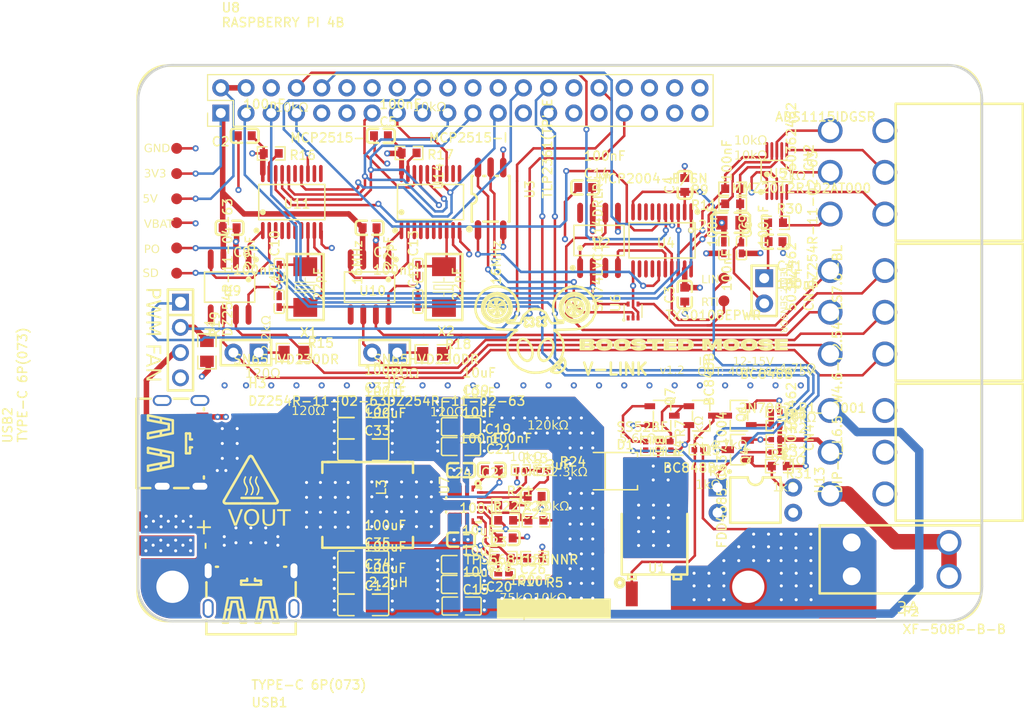
<source format=kicad_pcb>
(kicad_pcb (version 20241229) (generator "pcbnew") (generator_version "9.0")
  (layers (0 "F.Cu" signal "TopLayer") (4 "In1.Cu" signal "Inner1") (6 "In2.Cu" signal "Inner2") (2 "B.Cu" signal "BottomLayer") (13 "F.Paste" user "TopPasteMaskLayer") (15 "B.Paste" user "BottomPasteMaskLayer") (5 "F.SilkS" user "TopSilkLayer") (7 "B.SilkS" user "BottomSilkLayer") (1 "F.Mask" user "TopSolderMaskLayer") (3 "B.Mask" user "BottomSolderMaskLayer") (25 "Edge.Cuts" user "BoardOutLine"))
  (net 0 "")
  (net 1 "SDA_3V")
  (net 2 "LIN_RX_3V")
  (net 3 "5V_RPI")
  (net 4 "SW")
  (net 5 "MISO")
  (net 6 "SCL_3V")
  (net 7 "CE1")
  (net 8 "INT_1")
  (net 9 "MOSI")
  (net 10 "SCLK")
  (net 11 "GPIO_POWEROFF")
  (net 12 "GPIO_SHUTDOWN")
  (net 13 "LIN_TX_3V")
  (net 14 "3.3V_PI")
  (net 15 "VOUT")
  (net 16 "RTI_RX_3V")
  (net 17 "TACHO")
  (net 18 "PWM")
  (net 19 "!RTI_RX_5V")
  (net 20 "RTI_RX_5V")
  (net 21 "GND")
  (net 22 "VDD")
  (net 23 "R3_1")
  (net 24 "R7_1")
  (net 25 "VBAT")
  (net 26 "SHIELD")
  (net 27 "IGN")
  (net 28 "IGN_HAT")
  (net 29 "U11_9")
  (net 30 "CAN2_L")
  (net 31 "A_IN_3")
  (net 32 "A_IN_2")
  (net 33 "SDA_5V")
  (net 34 "SCL_5V")
  (net 35 "LIN_RX_5V")
  (net 36 "R2_2")
  (net 37 "R4_1")
  (net 38 "R8_1")
  (net 39 "R15_2")
  (net 40 "CE2")
  (net 41 "INT_2")
  (net 42 "C12_2")
  (net 43 "C13_2")
  (net 44 "U11_8")
  (net 45 "U14_1")
  (net 46 "U11_1")
  (net 47 "U11_2")
  (net 48 "R17_2")
  (net 49 "U11_19")
  (net 50 "R18_2")
  (net 51 "U7_1")
  (net 52 "U7_18")
  (net 53 "U7_17")
  (net 54 "FB")
  (net 55 "U7_16")
  (net 56 "U7_15")
  (net 57 "U7_14")
  (net 58 "U14_2")
  (net 59 "R3_2")
  (net 60 "LIN_TX_5V")
  (net 61 "CAN2_H")
  (net 62 "H4_1")
  (net 63 "CAN1_L")
  (net 64 "CAN1_H")
  (net 65 "RTI_RX")
  (net 66 "AVDD")
  (net 67 "A_IN_1")
  (net 68 "A_IN_0")
  (net 69 "LIN")
  (net 70 "IGN_OPTO")
  (net 71 "U6_1")
  (net 72 "USB1_A5")
  (net 73 "USB1_B5")
  (net 74 "USB2_A5")
  (net 75 "USB2_B5")
  (net 76 "U2_3")
  (net 77 "U2_8")
  (net 78 "U9_5")
  (net 79 "U10_5")
  (net 80 "U5_2")
  (net 81 "U8_11")
  (net 82 "U8_12")
  (net 83 "U8_16")
  (net 84 "U8_22")
  (net 85 "U8_24")
  (net 86 "U8_29")
  (net 87 "U8_31")
  (net 88 "U8_35")
  (net 89 "U8_36")
  (net 90 "U8_37")
  (net 91 "U8_38")
  (net 92 "U8_40")
  (net 93 "U11_3")
  (net 94 "U11_4")
  (net 95 "U11_5")
  (net 96 "U11_6")
  (net 97 "U11_7")
  (net 98 "U11_15")
  (net 99 "U11_12")
  (net 100 "U11_11")
  (net 101 "U14_3")
  (net 102 "U14_4")
  (net 103 "U14_5")
  (net 104 "U14_6")
  (net 105 "U14_7")
  (net 106 "U14_15")
  (net 107 "U14_12")
  (net 108 "U14_11")
  (net 109 "U4_7")
  (net 110 "U4_8")
  (net 111 "U4_9")
  (net 112 "U4_14")
  (net 113 "U4_13")
  (net 114 "U4_12")
  (footprint "C0402" (layer "F.Cu") (at 143.4999 124.5625 180)
    (property "Reference" "C26")
    (property "Value" "50pF")
  )
  (footprint "C0603" (layer "F.Cu") (at 139.205 121.1252)
    (property "Reference" "C23")
    (property "Value" "100nF")
  )
  (footprint "R0603" (layer "F.Cu") (at 171.27 113.716)
    (property "Reference" "R32")
    (property "Value" "10kΩ")
  )
  (footprint "IND-SMD_L8.0-W8.0-1" (layer "F.Cu") (at 129.8078 117.6259 180)
    (property "Reference" "L3")
    (property "Value" "2.2uH")
  )
  (footprint "C1206" (layer "F.Cu") (at 129.36 107.747)
    (property "Reference" "C37")
    (property "Value" "100uF")
  )
  (footprint "C0603" (layer "F.Cu") (at 129.995 89.713 180)
    (property "Reference" "C7")
    (property "Value" "100nF")
  )
  (footprint "R0805" (layer "F.Cu") (at 122.375 102.286 180)
    (property "Reference" "R15")
    (property "Value" "120Ω")
  )
  (footprint "SOT-553-5_L1.6-W1.2-P0.50-LS1.6-TL" (layer "F.Cu") (at 156.538 98.095 90)
    (property "Reference" "U6")
    (property "Value" "SN74LVC1G14DRLR")
  )
  (footprint "OSC-SMD_L5.0-W3.2" (layer "F.Cu") (at 123.518 95.682 -90)
    (property "Reference" "X1")
    (property "Value" "16MHz")
  )
  (footprint "R0603" (layer "F.Cu") (at 146.6244 122.987 180)
    (property "Reference" "R5")
    (property "Value" "10kΩ")
  )
  (footprint "C0603" (layer "F.Cu") (at 161.745 85.395 -90)
    (property "Reference" "C4")
    (property "Value" "100nF")
  )
  (footprint "L0805" (layer "F.Cu") (at 166.444 89.205)
    (property "Reference" "L2")
    (property "Value" "MMZ2012R102AT000")
  )
  (footprint "TYPE-C-SMD_TYPE-C-6P" (layer "F.Cu") (at 111.1313 111.4296 -90)
    (property "Reference" "USB2")
    (property "Value" "TYPE-C 6P(073)")
  )
  (footprint "R0402" (layer "F.Cu") (at 157.808 111.684 -90)
    (property "Reference" "R8")
    (property "Value" "27kΩ")
  )
  (footprint "Pad_gge54154" (layer "F.Cu") (at 110.564 86.792)
    (property "Reference" "Pad_gge54154" (hide yes))
    (property "Value" "Pad_gge54154" (hide yes))
  )
  (footprint "TYPE-C-SMD_TYPE-C-6P" (layer "F.Cu") (at 118.057 126.035)
    (property "Reference" "USB1")
    (property "Value" "TYPE-C 6P(073)")
  )
  (footprint "Pad_gge54202" (layer "F.Cu") (at 110.564 91.745)
    (property "Reference" "Pad_gge54202" (hide yes))
    (property "Value" "Pad_gge54202" (hide yes))
  )
  (footprint "C0402" (layer "F.Cu") (at 120.8919 93.981 90)
    (property "Reference" "C10")
    (property "Value" "22pF")
  )
  (footprint "HDR-TH_2P-P2.54-V-M-1" (layer "F.Cu") (at 131.519 102.286 180)
    (property "Reference" "H2")
    (property "Value" "DZ254R-11-02-63")
  )
  (footprint "R0402" (layer "F.Cu") (at 170.889 109.652 180)
    (property "Reference" "R2")
    (property "Value" "27kΩ")
  )
  (footprint "C1206" (layer "F.Cu") (at 129.36 127.686)
    (property "Reference" "C1")
    (property "Value" "100uF")
  )
  (footprint "SOIC-8_L4.9-W3.9-P1.27-LS6.0-BL" (layer "F.Cu") (at 153.109 90.983)
    (property "Reference" "U2")
    (property "Value" "MCP2004-E/SN")
  )
  (footprint "R0603" (layer "F.Cu") (at 143.7034 117.653)
    (property "Reference" "R21")
    (property "Value" "10kΩ")
  )
  (footprint "Pad_gge54079" (layer "F.Cu") (at 110.564 81.712)
    (property "Reference" "Pad_gge54079" (hide yes))
    (property "Value" "Pad_gge54079" (hide yes))
  )
  (footprint "TO-252-3_L6.6-W6.1-P4.57-LS9.9-BR-CW" (layer "F.Cu") (at 158.697 123.114 -90)
    (property "Reference" "U1")
    (property "Value" "FDD4685_C5371004")
  )
  (footprint "C0805" (layer "F.Cu") (at 139.205 109.746)
    (property "Reference" "C19")
    (property "Value" "10uF")
  )
  (footprint "C0402" (layer "F.Cu") (at 120.8919 97.156 -90)
    (property "Reference" "C11")
    (property "Value" "22pF")
  )
  (footprint "CONN-TH_50362462" (layer "F.Cu") (at 179.144 84.125 90)
    (property "Reference" "CN2")
    (property "Value" "50362462")
  )
  (footprint "Pad_gge54178" (layer "F.Cu") (at 110.564 89.205)
    (property "Reference" "Pad_gge54178" (hide yes))
    (property "Value" "Pad_gge54178" (hide yes))
  )
  (footprint "R0603" (layer "F.Cu") (at 143.4494 122.987 180)
    (property "Reference" "R10")
    (property "Value" "75kΩ")
  )
  (footprint "C1206" (layer "F.Cu") (at 129.36 112.065)
    (property "Reference" "C33")
    (property "Value" "100uF")
  )
  (footprint "C0805" (layer "F.Cu") (at 139.266 107.747)
    (property "Reference" "C39")
    (property "Value" "10uF")
  )
  (footprint "HDR-TH_2P-P2.54-V-M-1" (layer "F.Cu") (at 117.549 102.286 180)
    (property "Reference" "H3")
    (property "Value" "DZ254R-11-02-63")
  )
  (footprint "R0402" (layer "F.Cu") (at 159.078 111.684 90)
    (property "Reference" "R7")
    (property "Value" "5.6kΩ")
  )
  (footprint "Pad_gge90525" (layer "F.Cu") (at 165.682 94.793)
    (property "Reference" "Pad_gge90525" (hide yes))
    (property "Value" "Pad_gge90525" (hide yes))
  )
  (footprint "C0603" (layer "F.Cu") (at 151.712 85.649)
    (property "Reference" "C14")
    (property "Value" "100nF")
  )
  (footprint "RASPBERRY PI 4B" (layer "F.Cu") (at 115.009 78.156)
    (property "Reference" "U8")
    (property "Value" "RASPBERRY PI 4B")
  )
  (footprint "C1206" (layer "F.Cu") (at 129.36 109.906)
    (property "Reference" "C32")
    (property "Value" "100uF")
  )
  (footprint "TSSOP-20_L6.5-W4.4-P0.65-LS6.4-BL" (layer "F.Cu") (at 159.459 90.983 180)
    (property "Reference" "U4")
    (property "Value" "TXS0108EPWR")
  )
  (footprint "SOT-23-3_L2.9-W1.6-P1.90-LS2.8-BR" (layer "F.Cu") (at 167.206 108.636)
    (property "Reference" "Q1")
    (property "Value" "BC848B")
  )
  (footprint "C0603" (layer "F.Cu") (at 143.711 120.955 180)
    (property "Reference" "C27")
    (property "Value" "100nF")
  )
  (footprint "R0603" (layer "F.Cu") (at 143.7034 119.177)
    (property "Reference" "R22")
    (property "Value" "10kΩ")
  )
  (footprint "HDR-TH_2P-P2.54-V-M-1" (layer "F.Cu") (at 169.746 96.063 -90)
    (property "Reference" "H4")
    (property "Value" "DZ254R-11-02-63")
  )
  (footprint "OSC-SMD_L5.0-W3.2" (layer "F.Cu") (at 137.488 95.682 -90)
    (property "Reference" "X2")
    (property "Value" "16MHz")
  )
  (footprint "CONN-TH_50362462" (layer "F.Cu") (at 179.144 112.319 90)
    (property "Reference" "CN4")
    (property "Value" "50362462")
  )
  (footprint "C1206" (layer "F.Cu") (at 129.36 123.368)
    (property "Reference" "C35")
    (property "Value" "100uF")
  )
  (footprint "R0805" (layer "F.Cu") (at 113.612 102.159 -90)
    (property "Reference" "R19")
    (property "Value" "2.2kΩ")
  )
  (footprint "R0402" (layer "F.Cu") (at 170.889 112.319 180)
    (property "Reference" "R31")
    (property "Value" "1kΩ")
  )
  (footprint "R0603" (layer "F.Cu") (at 133.9726 82.1692)
    (property "Reference" "R17")
    (property "Value" "10kΩ")
  )
  (footprint "C0603" (layer "F.Cu") (at 117.422 80.442)
    (property "Reference" "C2")
    (property "Value" "100nF")
  )
  (footprint "R0603" (layer "F.Cu") (at 166.571 87.3)
    (property "Reference" "R11")
    (property "Value" "10kΩ")
  )
  (footprint "C0805" (layer "F.Cu") (at 139.205 111.745)
    (property "Reference" "C21")
    (property "Value" "10uF")
  )
  (footprint "Pad_gge54130" (layer "F.Cu") (at 110.564 84.252)
    (property "Reference" "Pad_gge54130" (hide yes))
    (property "Value" "Pad_gge54130" (hide yes))
  )
  (footprint "C0805" (layer "F.Cu") (at 139.205 123.6347)
    (property "Reference" "C28")
    (property "Value" "10uF")
  )
  (footprint "C0402" (layer "F.Cu") (at 167.46 91.745 90)
    (property "Reference" "C9")
    (property "Value" "100nF")
  )
  (footprint "C0402" (layer "F.Cu") (at 134.8619 93.981 90)
    (property "Reference" "C13")
    (property "Value" "22pF")
  )
  (footprint "R0603" (layer "F.Cu") (at 166.571 85.776)
    (property "Reference" "R9")
    (property "Value" "10kΩ")
  )
  (footprint "SOIC-8_L4.9-W3.9-P1.27-LS6.0-BL" (layer "F.Cu") (at 129.995 95.682 180)
    (property "Reference" "U10")
    (property "Value" "SN65HVD230DR")
  )
  (footprint "Pad_gge90570" (layer "F.Cu") (at 165.682 97.079)
    (property "Reference" "Pad_gge90570" (hide yes))
    (property "Value" "Pad_gge90570" (hide yes))
  )
  (footprint "C0603" (layer "F.Cu") (at 139.205 114.1249)
    (property "Reference" "C22")
    (property "Value" "100nF")
  )
  (footprint "TSSOP-20_L6.5-W4.4-P0.65-LS6.4-BL" (layer "F.Cu") (at 122.1619 87.123)
    (property "Reference" "U11")
    (property "Value" "MCP2515-I")
  )
  (footprint "DIP-4_L6.5-W4.6-P2.54-LS7.6-BL" (layer "F.Cu") (at 168.857 117.145 -90)
    (property "Reference" "U13")
    (property "Value" "DIP-4_L6.5-W4.6-P2.54-LS7.6-BL")
  )
  (footprint "Pad_gge54226" (layer "F.Cu") (at 110.564 94.285)
    (property "Reference" "Pad_gge54226" (hide yes))
    (property "Value" "Pad_gge54226" (hide yes))
  )
  (footprint "C0805" (layer "F.Cu") (at 139.266 127.813)
    (property "Reference" "C15")
    (property "Value" "10uF")
  )
  (footprint "TSSOP-20_L6.5-W4.4-P0.65-LS6.4-BL" (layer "F.Cu") (at 136.1319 87.123)
    (property "Reference" "U14")
    (property "Value" "MCP2515-I")
  )
  (footprint "SOIC-8_L4.9-W3.9-P1.27-LS6.0-BL" (layer "F.Cu") (at 115.898 95.682 180)
    (property "Reference" "U9")
    (property "Value" "SN65HVD230DR")
  )
  (footprint "C0402" (layer "F.Cu") (at 165.682 91.745 -90)
    (property "Reference" "C6")
    (property "Value" "100nF")
  )
  (footprint "C0805" (layer "F.Cu") (at 139.205 125.6337)
    (property "Reference" "C20")
    (property "Value" "10uF")
  )
  (footprint "VQFN-HR-18_L3.5-W3.5-P0.55-BL_TPS56C215RNNR" (layer "F.Cu") (at 139.5868 117.6259 180)
    (property "Reference" "U7")
    (property "Value" "TPS568215RNNR")
  )
  (footprint "OPTO-SMD-5_L3.7-W4.6-P1.27-LS7.0-BR" (layer "F.Cu") (at 142.187 86.792 -90)
    (property "Reference" "U3")
    (property "Value" "TLP2361(TPL,E")
  )
  (footprint "SOT-23-3_L2.9-W1.3-P1.90-LS2.4-BR" (layer "F.Cu") (at 167.079 112.065)
    (property "Reference" "Q4")
    (property "Value" "2N7002_R1_00001")
  )
  (footprint "CONN-TH_50362462" (layer "F.Cu") (at 179.144 98.222 90)
    (property "Reference" "CN1")
    (property "Value" "50362462")
  )
  (footprint "R0402" (layer "F.Cu") (at 145.235 114.097)
    (property "Reference" "R13")
    (property "Value" "120kΩ")
  )
  (footprint "SOT-23-3_L2.9-W1.6-P1.90-LS2.8-BR" (layer "F.Cu") (at 159.459 108.636 180)
    (property "Reference" "Q7")
    (property "Value" "BC848B")
  )
  (footprint "FUSE-TH_4P-L16.0-W6.7" (layer "F.Cu") (at 183.462 123.114 180)
    (property "Reference" "F2")
    (property "Value" "XF-508P-B-B")
  )
  (footprint "SOT-23-3_L2.9-W1.6-P1.90-LS2.8-BR" (layer "F.Cu") (at 163.396 108.636 180)
    (property "Reference" "Q5")
    (property "Value" "BC848B")
  )
  (footprint "MSOP-10_L3.0-W3.0-P0.50-LS5.0-BL" (layer "F.Cu") (at 171.016 83.998)
    (property "Reference" "U5")
    (property "Value" "ADS1115IDGSR")
  )
  (footprint "SMBF_L4.3-W3.6-LS5.3-RD" (layer "F.Cu") (at 154.76 114.224)
    (property "Reference" "D1")
    (property "Value" "SS52BF")
  )
  (footprint "HDR-TH_4P-P2.54-V-M" (layer "F.Cu") (at 110.945 101.016 -90)
    (property "Reference" "H1")
    (property "Value" "DZ254R-11-04-63")
  )
  (footprint "C1206" (layer "F.Cu") (at 129.36 125.527)
    (property "Reference" "C34")
    (property "Value" "100uF")
  )
  (footprint "R0402" (layer "F.Cu") (at 170.889 111.049)
    (property "Reference" "R1")
    (property "Value" "1MΩ")
  )
  (footprint "C0402" (layer "F.Cu") (at 134.8619 97.156 -90)
    (property "Reference" "C12")
    (property "Value" "22pF")
  )
  (footprint "C0603" (layer "F.Cu") (at 131.138 80.442)
    (property "Reference" "C5")
    (property "Value" "100nF")
  )
  (footprint "C0603" (layer "F.Cu") (at 146.6244 116.764)
    (property "Reference" "C25")
    (property "Value" "2.2uF")
  )
  (footprint "C0603" (layer "F.Cu") (at 115.898 89.713 180)
    (property "Reference" "C8")
    (property "Value" "100nF")
  )
  (footprint "R0402" (layer "F.Cu") (at 170.889 108.255)
    (property "Reference" "R6")
    (property "Value" "4.7kΩ")
  )
  (footprint "R0603" (layer "F.Cu") (at 170.889 89.205)
    (property "Reference" "R30")
    (property "Value" "2kΩ")
  )
  (footprint "R0402" (layer "F.Cu") (at 163.142 112.065 180)
    (property "Reference" "R3")
    (property "Value" "1kΩ")
  )
  (footprint "R0603" (layer "F.Cu") (at 146.7514 119.177)
    (property "Reference" "R23")
    (property "Value" "52.3kΩ")
  )
  (footprint "R0603" (layer "F.Cu") (at 120.089 82.22)
    (property "Reference" "R16")
    (property "Value" "10kΩ")
  )
  (footprint "C0603" (layer "F.Cu") (at 161.745 96.444 -90)
    (property "Reference" "C3")
    (property "Value" "100nF")
  )
  (footprint "C0603" (layer "F.Cu") (at 142.3064 114.097)
    (property "Reference" "C24")
    (property "Value" "100nF")
  )
  (footprint "C0603" (layer "F.Cu") (at 170.889 91.11 180)
    (property "Reference" "C41")
    (property "Value" "100nF")
  )
  (footprint "R0402" (layer "F.Cu") (at 147.5134 114.1249 180)
    (property "Reference" "R24")
    (property "Value" "20kΩ")
  )
  (footprint "R0805" (layer "F.Cu") (at 136.345 102.413 180)
    (property "Reference" "R18")
    (property "Value" "120Ω")
  )
  (footprint "R0402" (layer "F.Cu") (at 160.348 111.684 -90)
    (property "Reference" "R4")
    (property "Value" "4.7kΩ")
  )
  (gr_line (start 117.3876 115.072) (end 117.3724 115.2243) (stroke (width 0.154)) (layer "F.SilkS"))
  (gr_line (start 143.4442 97.4864) (end 143.4772 97.4651) (stroke (width 0.254)) (layer "F.SilkS"))
  (gr_line (start 142.7595 97.6666) (end 142.7967 97.653) (stroke (width 0.254)) (layer "F.SilkS"))
  (gr_line (start 141.3543 98.0851) (end 141.4331 98.3427) (stroke (width 0.254)) (layer "F.SilkS"))
  (gr_line (start 148.5231 104.2766) (end 148.6795 104.3121) (stroke (width 0.254)) (layer "F.SilkS"))
  (gr_line (start 150.3553 98.9903) (end 150.5537 99.021) (stroke (width 0.254)) (layer "F.SilkS"))
  (gr_line (start 142.8895 97.6762) (end 142.8489 97.6576) (stroke (width 0.254)) (layer "F.SilkS"))
  (gr_line (start 149.9223 98.2971) (end 150.0363 98.4235) (stroke (width 0.254)) (layer "F.SilkS"))
  (gr_line (start 145.8062 99.673) (end 145.8633 99.6603) (stroke (width 0.254)) (layer "F.SilkS"))
  (gr_line (start 145.601 98.9816) (end 145.6115 99.0277) (stroke (width 0.254)) (layer "F.SilkS"))
  (gr_line (start 118.2335 115.9203) (end 118.2538 116.0498) (stroke (width 0.154)) (layer "F.SilkS"))
  (gr_line (start 142.7049 97.7365) (end 142.7006 97.7792) (stroke (width 0.254)) (layer "F.SilkS"))
  (gr_line (start 143.615 98.1738) (end 143.6722 98.0247) (stroke (width 0.254)) (layer "F.SilkS"))
  (gr_line (start 144.9089 101.7121) (end 144.907 101.8248) (stroke (width 0.254)) (layer "F.SilkS"))
  (gr_line (start 151.0717 97.5683) (end 151.174 97.4179) (stroke (width 0.254)) (layer "F.SilkS"))
  (gr_line (start 151.3181 98.0874) (end 151.3205 98.1262) (stroke (width 0.254)) (layer "F.SilkS"))
  (gr_poly (pts (xy 164.037 100.9105) (xy 163.9853 100.9131) (xy 163.7633 100.9128) (xy 163.5414 100.9125) (xy 163.5321 100.919) (xy 163.5228 100.9256) (xy 163.5169 100.9368) (xy 163.511 100.948) (xy 163.5109 101.0406) (xy 163.5107 101.1331) (xy 163.5143 101.1353) (xy 163.5179 101.1374) (xy 163.5142 101.1416) (xy 163.5106 101.1458) (xy 163.5091 101.2653) (xy 163.5076 101.3847) (xy 163.5083 101.4028) (xy 163.509 101.4209) (xy 163.5085 101.5292) (xy 163.508 101.6376) (xy 163.5081 101.6408) (xy 163.5081 101.6441) (xy 163.5092 101.8227) (xy 163.5102 102.0013) (xy 163.5127 102.0099) (xy 163.5152 102.0185) (xy 163.5159 102.0291) (xy 163.5165 102.0397) (xy 163.5231 102.0468) (xy 163.5297 102.0538) (xy 163.5408 102.0583) (xy 163.5519 102.0628) (xy 163.7634 102.0628) (xy 163.9749 102.0627) (xy 163.9894 102.0586) (xy 164.0039 102.0545) (xy 164.0121 102.048) (xy 164.0203 102.0415) (xy 164.0246 102.0311) (xy 164.029 102.0208) (xy 164.0279 101.7553) (xy 164.0269 101.4898) (xy 164.0318 101.4742) (xy 164.0368 101.4586) (xy 164.0428 101.4586) (xy 164.0488 101.4586) (xy 164.0586 101.4726) (xy 164.0685 101.4865) (xy 164.0868 101.5226) (xy 164.1052 101.5587) (xy 164.119 101.585) (xy 164.1329 101.6113) (xy 164.1528 101.649) (xy 164.1728 101.6868) (xy 164.1877 101.7172) (xy 164.2027 101.7476) (xy 164.2067 101.7476) (xy 164.2106 101.7476) (xy 164.2127 101.7528) (xy 164.2148 101.7579) (xy 164.2148 101.7643) (xy 164.2148 101.7706) (xy 164.2181 101.7763) (xy 164.2213 101.7821) (xy 164.2314 101.8017) (xy 164.2415 101.8214) (xy 164.2494 101.8346) (xy 164.2573 101.8477) (xy 164.2633 101.8592) (xy 164.2693 101.8707) (xy 164.2842 101.9003) (xy 164.299 101.9298) (xy 164.3052 101.9362) (xy 164.3115 101.9425) (xy 164.3115 101.9485) (xy 164.3115 101.9546) (xy 164.3255 101.9816) (xy 164.3396 102.0086) (xy 164.3468 102.0218) (xy 164.3541 102.0349) (xy 164.3626 102.042) (xy 164.3712 102.0491) (xy 164.3784 102.0522) (xy 164.3857 102.0554) (xy 164.4066 102.0591) (xy 164.4275 102.0628) (xy 164.5106 102.0628) (xy 164.5938 102.0628) (xy 164.6083 102.0554) (xy 164.6228 102.0481) (xy 164.6363 102.0371) (xy 164.6497 102.0262) (xy 164.6497 102.0203) (xy 164.6497 102.0143) (xy 164.6553 102.0099) (xy 164.6608 102.0055) (xy 164.6695 101.9874) (xy 164.678 101.9692) (xy 164.6815 101.961) (xy 164.685 101.9528) (xy 164.688 101.947) (xy 164.6911 101.9413) (xy 164.6943 101.9356) (xy 164.6975 101.9298) (xy 164.7388 101.8494) (xy 164.78 101.7689) (xy 164.8016 101.7262) (xy 164.8231 101.6835) (xy 164.8556 101.6212) (xy 164.8881 101.5587) (xy 164.901 101.5358) (xy 164.9139 101.5128) (xy 164.9309 101.4857) (xy 164.9479 101.4586) (xy 164.9535 101.4586) (xy 164.9592 101.4586) (xy 164.9638 101.4676) (xy 164.9684 101.4767) (xy 164.9695 101.7393) (xy 164.9706 102.0021) (xy 164.9726 102.0192) (xy 164.9746 102.0364) (xy 164.9866 102.0458) (xy 164.9986 102.0553) (xy 165.0166 102.0593) (xy 165.0346 102.0634) (xy 165.2365 102.0618) (xy 165.4384 102.0602) (xy 165.4512 102.0565) (xy 165.464 102.0527) (xy 165.4717 102.0425) (xy 165.4794 102.0322) (xy 165.4807 101.5016) (xy 165.482 100.971) (xy 165.4799 100.9544) (xy 165.4778 100.9378) (xy 165.4701 100.9297) (xy 165.4625 100.9217) (xy 165.4525 100.9168) (xy 165.4425 100.9119) (xy 165.1412 100.9119) (xy 164.8399 100.9119) (xy 164.8356 100.916) (xy 164.8313 100.9201) (xy 164.8257 100.9201) (xy 164.8201 100.9201) (xy 164.8055 100.932) (xy 164.7908 100.9439) (xy 164.7785 100.9689) (xy 164.7663 100.994) (xy 164.758 101.0112) (xy 164.7498 101.0284) (xy 164.7408 101.0473) (xy 164.7318 101.0662) (xy 164.7222 101.0859) (xy 164.7126 101.1056) (xy 164.7039 101.1237) (xy 164.6953 101.1417) (xy 164.685 101.1631) (xy 164.6746 101.1844) (xy 164.667 101.2008) (xy 164.6593 101.2173) (xy 164.649 101.2386) (xy 164.6386 101.26) (xy 164.6299 101.278) (xy 164.6212 101.2961) (xy 164.61 101.3191) (xy 164.5987 101.342) (xy 164.5901 101.3601) (xy 164.5815 101.3782) (xy 164.5677 101.4061) (xy 164.5538 101.434) (xy 164.5428 101.4569) (xy 164.5317 101.48) (xy 164.5277 101.4882) (xy 164.5239 101.4964) (xy 164.5169 101.507) (xy 164.5099 101.5176) (xy 164.4991 101.5177) (xy 164.4883 101.5177) (xy 164.48 101.507) (xy 164.4716 101.4964) (xy 164.4591 101.4718) (xy 164.4467 101.4471) (xy 164.4391 101.4307) (xy 164.4316 101.4143) (xy 164.4203 101.3913) (xy 164.4089 101.3683) (xy 164.4003 101.3502) (xy 164.3916 101.3322) (xy 164.3813 101.3108) (xy 164.3709 101.2895) (xy 164.358 101.2632) (xy 164.3452 101.237) (xy 164.3349 101.2156) (xy 164.3246 101.1943) (xy 164.3185 101.1812) (xy 164.3123 101.168) (xy 164.3019 101.1467) (xy 164.2915 101.1253) (xy 164.2828 101.1073) (xy 164.2743 101.0892) (xy 164.2639 101.0678) (xy 164.2535 101.0465) (xy 164.2445 101.0275) (xy 164.2355 101.0085) (xy 164.2355 101.0053) (xy 164.2355 101.0021) (xy 164.2315 100.9948) (xy 164.2275 100.9874) (xy 164.2246 100.9817) (xy 164.2217 100.9759) (xy 164.2174 100.9686) (xy 164.2131 100.9614) (xy 164.2089 100.957) (xy 164.2047 100.9527) (xy 164.1986 100.9429) (xy 164.1926 100.9331) (xy 164.183 100.9291) (xy 164.1734 100.9251) (xy 164.1734 100.9229) (xy 164.1734 100.9208) (xy 164.1674 100.9184) (xy 164.1613 100.9161) (xy 164.1424 100.9116) (xy 164.1233 100.9072) (xy 164.1061 100.9076) (xy 164.0888 100.908)) (fill yes) (layer "F.SilkS"))
  (gr_line (start 150.1245 99.1516) (end 150.3633 99.2228) (stroke (width 0.254)) (layer "F.SilkS"))
  (gr_line (start 150.6783 97.6604) (end 150.6527 97.6534) (stroke (width 0.254)) (layer "F.SilkS"))
  (gr_line (start 150.7591 97.7337) (end 150.7673 97.7574) (stroke (width 0.254)) (layer "F.SilkS"))
  (gr_line (start 151.174 97.4179) (end 151.0717 97.5683) (stroke (width 0.254)) (layer "F.SilkS"))
  (gr_line (start 144.4658 99.9954) (end 144.7186 100.008) (stroke (width 0.254)) (layer "F.SilkS"))
  (gr_line (start 146.4675 99.5868) (end 146.5057 99.5345) (stroke (width 0.254)) (layer "F.SilkS"))
  (gr_line (start 151.2529 98.2328) (end 151.2109 98.2583) (stroke (width 0.254)) (layer "F.SilkS"))
  (gr_line (start 147.7976 100.9261) (end 147.6216 101.016) (stroke (width 0.254)) (layer "F.SilkS"))
  (gr_line (start 145.7472 98.781) (end 145.6687 98.8239) (stroke (width 0.254)) (layer "F.SilkS"))
  (gr_line (start 151.7977 97.2648) (end 151.7024 97.0908) (stroke (width 0.254)) (layer "F.SilkS"))
  (gr_line (start 142.4147 98.187) (end 142.5168 98.1233) (stroke (width 0.254)) (layer "F.SilkS"))
  (gr_line (start 140.6935 98.2209) (end 140.8547 98.7022) (stroke (width 0.254)) (layer "F.SilkS"))
  (gr_line (start 143.0542 99.2324) (end 143.36 99.1486) (stroke (width 0.254)) (layer "F.SilkS"))
  (gr_line (start 143.8773 102.0093) (end 143.9782 102.4191) (stroke (width 0.254)) (layer "F.SilkS"))
  (gr_line (start 144.2021 97.2324) (end 144.0717 96.9658) (stroke (width 0.254)) (layer "F.SilkS"))
  (gr_line (start 150.6956 97.8812) (end 150.7385 97.8509) (stroke (width 0.254)) (layer "F.SilkS"))
  (gr_line (start 147.6216 101.016) (end 147.4721 101.1419) (stroke (width 0.254)) (layer "F.SilkS"))
  (gr_line (start 148.2383 102.6293) (end 148.3998 102.3023) (stroke (width 0.254)) (layer "F.SilkS"))
  (gr_line (start 146.3711 98.7575) (end 146.3167 98.7484) (stroke (width 0.254)) (layer "F.SilkS"))
  (gr_line (start 142.823 97.8925) (end 142.7808 97.8885) (stroke (width 0.254)) (layer "F.SilkS"))
  (gr_line (start 142.7528 98.5022) (end 142.7849 98.5246) (stroke (width 0.254)) (layer "F.SilkS"))
  (gr_line (start 115.3106 117.2784) (end 115.3424 117.1712) (stroke (width 0.254)) (layer "F.SilkS"))
  (gr_line (start 146.2757 104.2838) (end 146.5829 104.3111) (stroke (width 0.254)) (layer "F.SilkS"))
  (gr_line (start 148.447 103.765) (end 149.1116 103.0863) (stroke (width 0.254)) (layer "F.SilkS"))
  (gr_line (start 144.0717 96.9658) (end 143.9025 96.7485) (stroke (width 0.254)) (layer "F.SilkS"))
  (gr_line (start 118.5382 115.072) (end 118.5179 115.1913) (stroke (width 0.154)) (layer "F.SilkS"))
  (gr_line (start 145.853 98.7841) (end 145.7472 98.781) (stroke (width 0.254)) (layer "F.SilkS"))
  (gr_line (start 149.36 97.013) (end 149.2457 97.2619) (stroke (width 0.254)) (layer "F.SilkS"))
  (gr_line (start 151.2121 99.8623) (end 151.5809 99.7237) (stroke (width 0.254)) (layer "F.SilkS"))
  (gr_line (start 143.3782 98.1773) (end 143.4 98.1901) (stroke (width 0.254)) (layer "F.SilkS"))
  (gr_line (start 145.0851 99.332) (end 143.9092 99.2862) (stroke (width 0.254)) (layer "F.SilkS"))
  (gr_line (start 142.1565 97.3979) (end 142.1203 97.4549) (stroke (width 0.254)) (layer "F.SilkS"))
  (gr_line (start 145.5866 103.0277) (end 145.8479 103.1174) (stroke (width 0.254)) (layer "F.SilkS"))
  (gr_line (start 143.0993 98.9937) (end 143.3796 98.8897) (stroke (width 0.254)) (layer "F.SilkS"))
  (gr_line (start 149.9749 97.4263) (end 149.9801 97.4637) (stroke (width 0.254)) (layer "F.SilkS"))
  (gr_line (start 143.2 97.8445) (end 143.1788 97.8499) (stroke (width 0.254)) (layer "F.SilkS"))
  (gr_line (start 146.4155 102.2304) (end 146.3677 101.938) (stroke (width 0.254)) (layer "F.SilkS"))
  (gr_line (start 150.4761 98.6467) (end 150.6377 98.6584) (stroke (width 0.254)) (layer "F.SilkS"))
  (gr_line (start 146.4837 99.0094) (end 146.4999 98.9176) (stroke (width 0.254)) (layer "F.SilkS"))
  (gr_line (start 142.0597 96.773) (end 141.8934 96.9215) (stroke (width 0.254)) (layer "F.SilkS"))
  (gr_line (start 142.7595 97.6666) (end 142.7266 97.6951) (stroke (width 0.254)) (layer "F.SilkS"))
  (gr_line (start 150.811 97.2827) (end 150.8147 97.1006) (stroke (width 0.254)) (layer "F.SilkS"))
  (gr_line (start 150.5767 97.0391) (end 150.612 97.0128) (stroke (width 0.254)) (layer "F.SilkS"))
  (gr_line (start 150.7704 97.7823) (end 150.7673 97.7574) (stroke (width 0.254)) (layer "F.SilkS"))
  (gr_line (start 150.7591 97.7337) (end 150.7296 97.6927) (stroke (width 0.254)) (layer "F.SilkS"))
  (gr_line (start 143.6722 98.0247) (end 143.7099 97.8154) (stroke (width 0.254)) (layer "F.SilkS"))
  (gr_line (start 142.7967 97.653) (end 142.8489 97.6576) (stroke (width 0.254)) (layer "F.SilkS"))
  (gr_rect (start 142.822 127.051) (end 154.299 129.067) (fill yes) (layer "F.SilkS"))
  (gr_line (start 143.9025 96.7485) (end 143.7076 96.5744) (stroke (width 0.254)) (layer "F.SilkS"))
  (gr_line (start 151.0516 98.0459) (end 151.2909 98.0605) (stroke (width 0.254)) (layer "F.SilkS"))
  (gr_line (start 145.7884 101.0079) (end 145.5741 100.9117) (stroke (width 0.254)) (layer "F.SilkS"))
  (gr_line (start 118.1852 115.7857) (end 118.2335 115.9203) (stroke (width 0.154)) (layer "F.SilkS"))
  (gr_line (start 142.4761 97.6512) (end 142.4735 97.6373) (stroke (width 0.254)) (layer "F.SilkS"))
  (gr_line (start 141.7683 98.4689) (end 141.9422 98.6725) (stroke (width 0.254)) (layer "F.SilkS"))
  (gr_line (start 150.9005 98.0582) (end 150.9096 98.0886) (stroke (width 0.254)) (layer "F.SilkS"))
  (gr_line (start 151.8074 98.2561) (end 151.8678 98.0747) (stroke (width 0.254)) (layer "F.SilkS"))
  (gr_line (start 151.4997 97.4901) (end 151.4333 97.3375) (stroke (width 0.254)) (layer "F.SilkS"))
  (gr_line (start 151.3045 98.8419) (end 151.5163 98.6761) (stroke (width 0.254)) (layer "F.SilkS"))
  (gr_line (start 141.9531 99.7515) (end 142.8132 99.9358) (stroke (width 0.254)) (layer "F.SilkS"))
  (gr_line (start 150.5767 97.0391) (end 150.5699 97.0697) (stroke (width 0.254)) (layer "F.SilkS"))
  (gr_line (start 151.5163 98.6761) (end 151.6827 98.4823) (stroke (width 0.254)) (layer "F.SilkS"))
  (gr_line (start 150.0883 97.2772) (end 150.12 97.2786) (stroke (width 0.254)) (layer "F.SilkS"))
  (gr_line (start 150.12 97.2786) (end 150.1974 97.3241) (stroke (width 0.254)) (layer "F.SilkS"))
  (gr_line (start 150.5902 97.6624) (end 150.6077 97.6543) (stroke (width 0.254)) (layer "F.SilkS"))
  (gr_line (start 143.1218 98.6109) (end 143.2811 98.534) (stroke (width 0.254)) (layer "F.SilkS"))
  (gr_line (start 142.6456 98.6444) (end 142.8252 98.6583) (stroke (width 0.254)) (layer "F.SilkS"))
  (gr_line (start 151.3445 97.5539) (end 151.0724 97.695) (stroke (width 0.254)) (layer "F.SilkS"))
  (gr_line (start 142.9081 97.8375) (end 142.9306 97.7948) (stroke (width 0.254)) (layer "F.SilkS"))
  (gr_line (start 151.7603 98.7579) (end 151.8898 98.603) (stroke (width 0.254)) (layer "F.SilkS"))
  (gr_line (start 150.6512 97.2237) (end 150.6814 97.296) (stroke (width 0.254)) (layer "F.SilkS"))
  (gr_line (start 151.3205 98.1262) (end 151.2857 98.1924) (stroke (width 0.254)) (layer "F.SilkS"))
  (gr_line (start 144.9502 102.0635) (end 145.0616 102.3971) (stroke (width 0.254)) (layer "F.SilkS"))
  (gr_line (start 151.2857 98.1924) (end 151.2529 98.2328) (stroke (width 0.254)) (layer "F.SilkS"))
  (gr_line (start 142.8914 97.8561) (end 142.9081 97.8375) (stroke (width 0.254)) (layer "F.SilkS"))
  (gr_line (start 150.0833 98.1733) (end 150.1279 98.1204) (stroke (width 0.254)) (layer "F.SilkS"))
  (gr_line (start 150.1644 97.4917) (end 150.0079 97.4807) (stroke (width 0.254)) (layer "F.SilkS"))
  (gr_line (start 142.0177 96.5168) (end 141.8087 96.6708) (stroke (width 0.254)) (layer "F.SilkS"))
  (gr_line (start 150.7635 97.0291) (end 150.7965 97.0559) (stroke (width 0.254)) (layer "F.SilkS"))
  (gr_line (start 149.5297 102.8749) (end 149.2527 103.3029) (stroke (width 0.254)) (layer "F.SilkS"))
  (gr_line (start 150.3633 99.2228) (end 150.7087 99.2558) (stroke (width 0.254)) (layer "F.SilkS"))
  (gr_poly (pts (xy 169.8511 100.889) (xy 169.8459 100.8904) (xy 169.7735 100.8939) (xy 169.701 100.8973) (xy 169.6733 100.8998) (xy 169.6455 100.9024) (xy 169.6405 100.9055) (xy 169.6354 100.9085) (xy 169.6182 100.9089) (xy 169.6009 100.9093) (xy 169.5733 100.9133) (xy 169.5457 100.9172) (xy 169.5284 100.9202) (xy 169.5112 100.9231) (xy 169.4939 100.9263) (xy 169.4766 100.9295) (xy 169.4629 100.9328) (xy 169.449 100.9361) (xy 169.437 100.9392) (xy 169.4249 100.9423) (xy 169.3974 100.9512) (xy 169.3699 100.9601) (xy 169.3542 100.9667) (xy 169.3386 100.9732) (xy 169.3178 100.9833) (xy 169.2972 100.9933) (xy 169.269 101.0111) (xy 169.2407 101.0289) (xy 169.2168 101.0508) (xy 169.1928 101.0728) (xy 169.182 101.089) (xy 169.1711 101.1053) (xy 169.1711 101.1112) (xy 169.1711 101.1171) (xy 169.1686 101.1171) (xy 169.166 101.1171) (xy 169.1578 101.1327) (xy 169.1497 101.1483) (xy 169.147 101.1549) (xy 169.1444 101.1614) (xy 169.1407 101.1746) (xy 169.1372 101.1877) (xy 169.133 101.211) (xy 169.1289 101.2344) (xy 169.131 101.2619) (xy 169.133 101.2895) (xy 169.1364 101.3059) (xy 169.1397 101.3223) (xy 169.1419 101.3322) (xy 169.1441 101.342) (xy 169.147 101.3486) (xy 169.1498 101.3552) (xy 169.1577 101.3749) (xy 169.1657 101.3946) (xy 169.1757 101.4109) (xy 169.1857 101.4273) (xy 169.1954 101.4405) (xy 169.205 101.4537) (xy 169.22 101.4687) (xy 169.235 101.4837) (xy 169.2573 101.5007) (xy 169.2796 101.5177) (xy 169.2827 101.5177) (xy 169.2858 101.5177) (xy 169.2989 101.5276) (xy 169.312 101.5374) (xy 169.3164 101.5374) (xy 169.3209 101.5374) (xy 169.328 101.5435) (xy 169.3351 101.5495) (xy 169.3559 101.5569) (xy 169.3765 101.5643) (xy 169.3835 101.5668) (xy 169.3903 101.5694) (xy 169.4133 101.5764) (xy 169.4361 101.5834) (xy 169.4428 101.5834) (xy 169.4494 101.5834) (xy 169.4527 101.5862) (xy 169.4559 101.5889) (xy 169.4853 101.5929) (xy 169.5146 101.5969) (xy 169.5302 101.6001) (xy 169.5457 101.6033) (xy 169.5785 101.6047) (xy 169.6113 101.6062) (xy 169.6419 101.6093) (xy 169.6724 101.6124) (xy 169.6773 101.6107) (xy 169.6821 101.6089) (xy 169.6865 101.6124) (xy 169.691 101.6159) (xy 169.727 101.6176) (xy 169.7631 101.6193) (xy 169.7907 101.6211) (xy 169.8184 101.6228) (xy 169.8408 101.626) (xy 169.8632 101.6291) (xy 169.9012 101.6327) (xy 169.9391 101.6361) (xy 169.9623 101.6398) (xy 169.9855 101.6435) (xy 169.9908 101.6393) (xy 169.9961 101.6351) (xy 170.0004 101.6385) (xy 170.0047 101.6418) (xy 170.0202 101.6435) (xy 170.0358 101.6452) (xy 170.0513 101.6489) (xy 170.0669 101.6527) (xy 170.0806 101.6553) (xy 170.0945 101.6579) (xy 170.1066 101.6628) (xy 170.1186 101.6679) (xy 170.1242 101.6741) (xy 170.1298 101.6802) (xy 170.1339 101.6923) (xy 170.1379 101.7043) (xy 170.1306 101.7191) (xy 170.1233 101.7339) (xy 170.1089 101.7395) (xy 170.0945 101.7452) (xy 170.0806 101.7484) (xy 170.0669 101.7516) (xy 170.0047 101.7546) (xy 169.9426 101.7576) (xy 169.9184 101.7576) (xy 169.8943 101.7576) (xy 169.8459 101.7543) (xy 169.7976 101.751) (xy 169.777 101.7479) (xy 169.7562 101.7449) (xy 169.7424 101.7411) (xy 169.7286 101.7373) (xy 169.721 101.7355) (xy 169.7133 101.7337) (xy 169.7041 101.725) (xy 169.695 101.7164) (xy 169.6845 101.7016) (xy 169.6739 101.6868) (xy 169.6633 101.6779) (xy 169.6527 101.669) (xy 169.6468 101.6689) (xy 169.641 101.6688) (xy 169.6389 101.6655) (xy 169.6368 101.6622) (xy 169.6229 101.6622) (xy 169.609 101.6622) (xy 169.602 101.6658) (xy 169.5948 101.6694) (xy 169.5923 101.6655) (xy 169.5897 101.6615) (xy 169.3732 101.6617) (xy 169.1566 101.662) (xy 169.1458 101.668) (xy 169.1349 101.674) (xy 169.129 101.686) (xy 169.123 101.6981) (xy 169.1263 101.7066) (xy 169.1298 101.7152) (xy 169.1298 101.7279) (xy 169.1298 101.7407) (xy 169.1337 101.7499) (xy 169.1375 101.7591) (xy 169.1402 101.7656) (xy 169.1429 101.7722) (xy 169.147 101.7837) (xy 169.1512 101.7952) (xy 169.155 101.8034) (xy 169.1589 101.8116) (xy 169.1793 101.841) (xy 169.1998 101.8704) (xy 169.226 101.8953) (xy 169.2523 101.9202) (xy 169.2661 101.9299) (xy 169.2799 101.9396) (xy 169.2816 101.9415) (xy 169.2834 101.9434) (xy 169.3046 101.957) (xy 169.3258 101.9707) (xy 169.365 101.9898) (xy 169.4042 102.0089) (xy 169.4249 102.0165) (xy 169.4456 102.024) (xy 169.4525 102.0268) (xy 169.4594 102.0295) (xy 169.4801 102.0359) (xy 169.5008 102.0422) (xy 169.5146 102.0457) (xy 169.5284 102.0491) (xy 169.5422 102.0525) (xy 169.556 102.0558) (xy 169.5716 102.0591) (xy 169.5871 102.0623) (xy 169.6061 102.0657) (xy 169.625 102.0692) (xy 169.6371 102.071) (xy 169.6492 102.0728) (xy 169.6768 102.0762) (xy 169.7044 102.0796) (xy 169.7424 102.0825) (xy 169.7804 102.0854) (xy 169.8321 102.0887) (xy 169.8839 102.0921) (xy 169.9771 102.0901) (xy 170.0703 102.0881) (xy 170.0798 102.0836) (xy 170.0893 102.079) (xy 170.0893 102.0742) (xy 170.0893 102.0694) (xy 170.0962 102.0694) (xy 170.1031 102.0694) (xy 170.1031 102.0759) (xy 170.1031 102.0825) (xy 170.118 102.0825) (xy 170.133 102.0825) (xy 170.1354 102.0802) (xy 170.1379 102.0779) (xy 170.161 102.077) (xy 170.1842 102.0761) (xy 170.2084 102.0725) (xy 170.2325 102.069) (xy 170.245 102.0659) (xy 170.2575 102.0628) (xy 170.2685 102.0628) (xy 170.2795 102.0628) (xy 170.2938 102.0562) (xy 170.3081 102.0497) (xy 170.3166 102.0497) (xy 170.3252 102.0497) (xy 170.3358 102.0466) (xy 170.3464 102.0435) (xy 170.362 102.0397) (xy 170.3775 102.0358) (xy 170.3844 102.0332) (xy 170.3913 102.0306) (xy 170.4034 102.0267) (xy 170.4155 102.0227) (xy 170.4224 102.0202) (xy 170.4293 102.0176) (xy 170.4465 102.01) (xy 170.4638 102.0023) (xy 170.4782 101.9932) (xy 170.4926 101.984) (xy 170.4962 101.984) (xy 170.4998 101.984) (xy 170.5125 101.9772) (xy 170.5253 101.9704) (xy 170.5362 101.9632) (xy 170.5472 101.9561) (xy 170.5625 101.9446) (xy 170.5777 101.9331) (xy 170.6002 101.9118) (xy 170.6227 101.8904) (xy 170.6383 101.8674) (xy 170.6538 101.8444) (xy 170.658 101.8354) (xy 170.6623 101.8264) (xy 170.6661 101.8174) (xy 170.6701 101.8083) (xy 170.6727 101.8017) (xy 170.6753 101.7952) (xy 170.6789 101.7821) (xy 170.6827 101.7689) (xy 170.6851 101.7591) (xy 170.6877 101.7492) (xy 170.6877 101.695) (xy 170.6877 101.6408) (xy 170.6848 101.6252) (xy 170.682 101.6095) (xy 170.6791 101.6077) (xy 170.676 101.606) (xy 170.676 101.6) (xy 170.676 101.5941) (xy 170.6685 101.5765) (xy 170.6609 101.5587) (xy 170.6437 101.5341) (xy 170.6265 101.5095) (xy 170.6038 101.4879) (xy 170.5812 101.4663) (xy 170.5552 101.4501) (xy 170.5294 101.4338) (xy 170.5138 101.4268) (xy 170.4983 101.4199) (xy 170.4855 101.4146) (xy 170.4727 101.4091) (xy 170.451 101.4023) (xy 170.4293 101.3955) (xy 170.4155 101.3924) (xy 170.4017 101.3893) (xy 170.3861 101.3862) (xy 170.3706 101.3831) (xy 170.3499 101.3796) (xy 170.3292 101.3761) (xy 170.3016 101.3729) (xy 170.274 101.3696) (xy 170.2342 101.3665) (xy 170.1946 101.3634) (xy 170.1376 101.3602) (xy 170.0806 101.3569) (xy 170.0531 101.355) (xy 170.0255 101.3531) (xy 170.0186 101.3502) (xy 170.0117 101.3473) (xy 169.9875 101.3454) (xy 169.9633 101.3435) (xy 169.9167 101.3404) (xy 169.8701 101.3373) (xy 169.8373 101.3341) (xy 169.8045 101.3309) (xy 169.7907 101.329) (xy 169.777 101.327) (xy 169.7528 101.3235) (xy 169.7286 101.32) (xy 169.7175 101.3153) (xy 169.7064 101.3106) (xy 169.6976 101.2997) (xy 169.689 101.2889) (xy 169.689 101.278) (xy 169.689 101.2671) (xy 169.6976 101.2563) (xy 169.7064 101.2454) (xy 169.7175 101.2406) (xy 169.7286 101.2359) (xy 169.7407 101.2334) (xy 169.7528 101.2311) (xy 169.877 101.2297) (xy 170.0013 101.2284) (xy 170.0142 101.2318) (xy 170.0272 101.2353) (xy 170.0418 101.2393) (xy 170.0565 101.2432) (xy 170.0686 101.2494) (xy 170.0806 101.2557) (xy 170.1048 101.2796) (xy 170.129 101.3036) (xy 170.1428 101.3093) (xy 170.1566 101.315) (xy 170.3879 101.3146) (xy 170.6191 101.3141) (xy 170.6284 101.3105) (xy 170.6377 101.3069) (xy 170.6437 101.2982) (xy 170.6498 101.2895) (xy 170.6494 101.2671) (xy 170.6491 101.2447) (xy 170.6457 101.2359) (xy 170.6423 101.2271) (xy 170.6379 101.2123) (xy 170.6335 101.1976) (xy 170.6231 101.1762) (xy 170.6126 101.1549) (xy 170.5925 101.1262) (xy 170.5725 101.0976) (xy 170.5509 101.0757) (xy 170.5295 101.0538) (xy 170.5018 101.0333) (xy 170.4741 101.0128) (xy 170.4612 101.0058) (xy 170.4483 100.9989) (xy 170.437 100.9929) (xy 170.4258 100.987) (xy 170.412 100.9817) (xy 170.3982 100.9765) (xy 170.3647 100.9614) (xy 170.3312 100.9464) (xy 170.3261 100.9464) (xy 170.321 100.9464) (xy 170.3188 100.9431) (xy 170.3167 100.9398) (xy 170.3035 100.9398) (xy 170.2903 100.9398) (xy 170.2769 100.9344) (xy 170.2636 100.929) (xy 170.2515 100.9261) (xy 170.2394 100.9232) (xy 170.2187 100.9196) (xy 170.198 100.9162) (xy 170.179 100.9134) (xy 170.1601 100.9107) (xy 170.1342 100.907) (xy 170.1083 100.9033) (xy 170.0755 100.9002) (xy 170.0427 100.897) (xy 169.9909 100.894) (xy 169.9391 100.891) (xy 169.8977 100.8893) (xy 169.8563 100.8875)) (fill yes) (layer "F.SilkS"))
  (gr_line (start 142.9518 98.5017) (end 142.9708 98.48) (stroke (width 0.254)) (layer "F.SilkS"))
  (gr_line (start 148.8939 99.0405) (end 149.1097 99.0725) (stroke (width 0.254)) (layer "F.SilkS"))
  (gr_line (start 142.9081 97.8375) (end 142.8914 97.8561) (stroke (width 0.254)) (layer "F.SilkS"))
  (gr_line (start 115.3157 117.3414) (end 115.3106 117.2784) (stroke (width 0.254)) (layer "F.SilkS"))
  (gr_line (start 147.7718 99.4049) (end 147.7251 99.2882) (stroke (width 0.254)) (layer "F.SilkS"))
  (gr_line (start 149.1116 103.0863) (end 149.382 102.6011) (stroke (width 0.254)) (layer "F.SilkS"))
  (gr_line (start 142.5056 96.3244) (end 142.2592 96.3949) (stroke (width 0.254)) (layer "F.SilkS"))
  (gr_line (start 150.5596 97.6909) (end 150.535 97.7395) (stroke (width 0.254)) (layer "F.SilkS"))
  (gr_line (start 148.1442 99.0901) (end 147.7062 98.2667) (stroke (width 0.254)) (layer "F.SilkS"))
  (gr_line (start 144.1932 98.3355) (end 144.2635 98.1186) (stroke (width 0.254)) (layer "F.SilkS"))
  (gr_line (start 151.2109 98.2583) (end 151.2529 98.2328) (stroke (width 0.254)) (layer "F.SilkS"))
  (gr_line (start 117.6086 115.7781) (end 117.6797 116.0397) (stroke (width 0.154)) (layer "F.SilkS"))
  (gr_line (start 150.6915 96.5131) (end 150.2551 96.5797) (stroke (width 0.254)) (layer "F.SilkS"))
  (gr_line (start 143.3508 97.2799) (end 143.3143 97.2935) (stroke (width 0.254)) (layer "F.SilkS"))
  (gr_line (start 141.9739 97.4548) (end 141.9198 97.8078) (stroke (width 0.254)) (layer "F.SilkS"))
  (gr_line (start 144.3061 100.4728) (end 143.9764 101.0276) (stroke (width 0.254)) (layer "F.SilkS"))
  (gr_line (start 149.1596 104.2539) (end 149.3084 104.1762) (stroke (width 0.254)) (layer "F.SilkS"))
  (gr_line (start 150.7131 98.4547) (end 150.6248 98.2791) (stroke (width 0.254)) (layer "F.SilkS"))
  (gr_line (start 150.6956 97.8812) (end 150.6541 97.8927) (stroke (width 0.254)) (layer "F.SilkS"))
  (gr_poly (pts (xy 157.046 100.889) (xy 157.0408 100.8904) (xy 156.9684 100.8939) (xy 156.8959 100.8973) (xy 156.8681 100.8998) (xy 156.8404 100.9024) (xy 156.8354 100.9055) (xy 156.8303 100.9085) (xy 156.8131 100.9089) (xy 156.7958 100.9093) (xy 156.7681 100.9133) (xy 156.7406 100.9172) (xy 156.7233 100.9202) (xy 156.706 100.9231) (xy 156.6888 100.9263) (xy 156.6715 100.9295) (xy 156.6577 100.9328) (xy 156.6439 100.9361) (xy 156.6318 100.9392) (xy 156.6197 100.9423) (xy 156.5922 100.9512) (xy 156.5647 100.9601) (xy 156.5491 100.9667) (xy 156.5335 100.9732) (xy 156.5128 100.9833) (xy 156.4921 100.9933) (xy 156.4638 101.0111) (xy 156.4356 101.0289) (xy 156.4116 101.0508) (xy 156.3876 101.0728) (xy 156.3768 101.089) (xy 156.3661 101.1053) (xy 156.3661 101.1112) (xy 156.3661 101.1171) (xy 156.3635 101.1171) (xy 156.3609 101.1171) (xy 156.3527 101.1327) (xy 156.3445 101.1483) (xy 156.3419 101.1549) (xy 156.3392 101.1614) (xy 156.3356 101.1746) (xy 156.332 101.1877) (xy 156.3279 101.211) (xy 156.3237 101.2344) (xy 156.3258 101.2619) (xy 156.3279 101.2895) (xy 156.3312 101.3059) (xy 156.3345 101.3223) (xy 156.3368 101.3322) (xy 156.339 101.342) (xy 156.3418 101.3486) (xy 156.3447 101.3552) (xy 156.3526 101.3749) (xy 156.3605 101.3946) (xy 156.3706 101.4109) (xy 156.3806 101.4273) (xy 156.3902 101.4405) (xy 156.3998 101.4537) (xy 156.4148 101.4687) (xy 156.4299 101.4837) (xy 156.4522 101.5007) (xy 156.4744 101.5177) (xy 156.4776 101.5177) (xy 156.4807 101.5177) (xy 156.4938 101.5276) (xy 156.5068 101.5374) (xy 156.5113 101.5374) (xy 156.5157 101.5374) (xy 156.5229 101.5435) (xy 156.53 101.5495) (xy 156.5507 101.5569) (xy 156.5714 101.5643) (xy 156.5783 101.5668) (xy 156.5852 101.5694) (xy 156.6081 101.5764) (xy 156.631 101.5834) (xy 156.6376 101.5834) (xy 156.6442 101.5834) (xy 156.6475 101.5862) (xy 156.6508 101.5889) (xy 156.6801 101.5929) (xy 156.7095 101.5969) (xy 156.725 101.6001) (xy 156.7406 101.6033) (xy 156.7733 101.6047) (xy 156.8061 101.6062) (xy 156.8367 101.6093) (xy 156.8673 101.6124) (xy 156.8722 101.6107) (xy 156.877 101.6089) (xy 156.8814 101.6124) (xy 156.8859 101.6159) (xy 156.9219 101.6176) (xy 156.958 101.6193) (xy 156.9856 101.6211) (xy 157.0132 101.6228) (xy 157.0356 101.626) (xy 157.0581 101.6291) (xy 157.096 101.6327) (xy 157.134 101.6361) (xy 157.1572 101.6398) (xy 157.1804 101.6435) (xy 157.1856 101.6393) (xy 157.191 101.6351) (xy 157.1953 101.6385) (xy 157.1996 101.6418) (xy 157.2151 101.6435) (xy 157.2307 101.6452) (xy 157.2462 101.6489) (xy 157.2617 101.6527) (xy 157.2755 101.6553) (xy 157.2893 101.6579) (xy 157.3014 101.6628) (xy 157.3135 101.6679) (xy 157.3191 101.6741) (xy 157.3247 101.6802) (xy 157.3288 101.6923) (xy 157.3328 101.7043) (xy 157.3255 101.7191) (xy 157.3182 101.7339) (xy 157.3037 101.7395) (xy 157.2893 101.7452) (xy 157.2755 101.7484) (xy 157.2617 101.7516) (xy 157.1996 101.7546) (xy 157.1375 101.7576) (xy 157.1133 101.7576) (xy 157.0892 101.7576) (xy 157.0408 101.7543) (xy 156.9925 101.751) (xy 156.9718 101.7479) (xy 156.9511 101.7449) (xy 156.9373 101.7411) (xy 156.9235 101.7373) (xy 156.9158 101.7355) (xy 156.9081 101.7337) (xy 156.899 101.725) (xy 156.8899 101.7164) (xy 156.8793 101.7016) (xy 156.8688 101.6868) (xy 156.8582 101.6779) (xy 156.8475 101.669) (xy 156.8417 101.6689) (xy 156.8359 101.6688) (xy 156.8338 101.6655) (xy 156.8316 101.6622) (xy 156.8178 101.6622) (xy 156.8039 101.6622) (xy 156.7968 101.6658) (xy 156.7897 101.6694) (xy 156.7871 101.6655) (xy 156.7845 101.6615) (xy 156.568 101.6617) (xy 156.3515 101.662) (xy 156.3406 101.668) (xy 156.3298 101.674) (xy 156.3238 101.686) (xy 156.3178 101.6981) (xy 156.3212 101.7066) (xy 156.3246 101.7152) (xy 156.3246 101.7279) (xy 156.3246 101.7407) (xy 156.3285 101.7499) (xy 156.3324 101.7591) (xy 156.3351 101.7656) (xy 156.3377 101.7722) (xy 156.3419 101.7837) (xy 156.346 101.7952) (xy 156.3499 101.8034) (xy 156.3537 101.8116) (xy 156.3742 101.841) (xy 156.3946 101.8704) (xy 156.4209 101.8953) (xy 156.4472 101.9202) (xy 156.461 101.9299) (xy 156.4748 101.9396) (xy 156.4765 101.9415) (xy 156.4782 101.9434) (xy 156.4995 101.957) (xy 156.5207 101.9707) (xy 156.5598 101.9898) (xy 156.5991 102.0089) (xy 156.6197 102.0165) (xy 156.6405 102.024) (xy 156.6474 102.0268) (xy 156.6542 102.0295) (xy 156.675 102.0359) (xy 156.6957 102.0422) (xy 156.7095 102.0457) (xy 156.7233 102.0491) (xy 156.7371 102.0525) (xy 156.7509 102.0558) (xy 156.7664 102.0591) (xy 156.782 102.0623) (xy 156.8009 102.0657) (xy 156.8199 102.0692) (xy 156.832 102.071) (xy 156.8441 102.0728) (xy 156.8717 102.0762) (xy 156.8993 102.0796) (xy 156.9373 102.0825) (xy 156.9753 102.0854) (xy 157.027 102.0887) (xy 157.0788 102.0921) (xy 157.172 102.0901) (xy 157.2652 102.0881) (xy 157.2747 102.0836) (xy 157.2842 102.079) (xy 157.2842 102.0742) (xy 157.2842 102.0694) (xy 157.2911 102.0694) (xy 157.298 102.0694) (xy 157.298 102.0759) (xy 157.298 102.0825) (xy 157.3129 102.0825) (xy 157.3279 102.0825) (xy 157.3303 102.0802) (xy 157.3327 102.0779) (xy 157.3559 102.077) (xy 157.3791 102.0761) (xy 157.4032 102.0725) (xy 157.4274 102.069) (xy 157.4399 102.0659) (xy 157.4523 102.0628) (xy 157.4633 102.0628) (xy 157.4743 102.0628) (xy 157.4886 102.0562) (xy 157.5029 102.0497) (xy 157.5115 102.0497) (xy 157.5201 102.0497) (xy 157.5307 102.0466) (xy 157.5413 102.0435) (xy 157.5568 102.0397) (xy 157.5723 102.0358) (xy 157.5793 102.0332) (xy 157.5861 102.0306) (xy 157.5982 102.0267) (xy 157.6103 102.0227) (xy 157.6172 102.0202) (xy 157.6241 102.0176) (xy 157.6414 102.01) (xy 157.6586 102.0023) (xy 157.6731 101.9932) (xy 157.6875 101.984) (xy 157.6911 101.984) (xy 157.6947 101.984) (xy 157.7074 101.9772) (xy 157.7202 101.9704) (xy 157.7311 101.9632) (xy 157.7421 101.9561) (xy 157.7573 101.9446) (xy 157.7726 101.9331) (xy 157.7951 101.9118) (xy 157.8176 101.8904) (xy 157.8331 101.8674) (xy 157.8486 101.8444) (xy 157.8529 101.8354) (xy 157.8571 101.8264) (xy 157.861 101.8174) (xy 157.8649 101.8083) (xy 157.8675 101.8017) (xy 157.8701 101.7952) (xy 157.8738 101.7821) (xy 157.8775 101.7689) (xy 157.88 101.7591) (xy 157.8825 101.7492) (xy 157.8825 101.695) (xy 157.8825 101.6408) (xy 157.8797 101.6252) (xy 157.8769 101.6095) (xy 157.8739 101.6077) (xy 157.8709 101.606) (xy 157.8709 101.6) (xy 157.8709 101.5941) (xy 157.8633 101.5765) (xy 157.8558 101.5587) (xy 157.8386 101.5341) (xy 157.8214 101.5095) (xy 157.7987 101.4879) (xy 157.776 101.4663) (xy 157.7501 101.4501) (xy 157.7242 101.4338) (xy 157.7087 101.4268) (xy 157.6931 101.4199) (xy 157.6803 101.4146) (xy 157.6675 101.4091) (xy 157.6458 101.4023) (xy 157.6241 101.3955) (xy 157.6103 101.3924) (xy 157.5965 101.3893) (xy 157.581 101.3862) (xy 157.5654 101.3831) (xy 157.5447 101.3796) (xy 157.524 101.3761) (xy 157.4964 101.3729) (xy 157.4688 101.3696) (xy 157.4291 101.3665) (xy 157.3894 101.3634) (xy 157.3325 101.3602) (xy 157.2755 101.3569) (xy 157.2479 101.355) (xy 157.2203 101.3531) (xy 157.2134 101.3502) (xy 157.2065 101.3473) (xy 157.1823 101.3454) (xy 157.1582 101.3435) (xy 157.1116 101.3404) (xy 157.065 101.3373) (xy 157.0322 101.3341) (xy 156.9994 101.3309) (xy 156.9856 101.329) (xy 156.9718 101.327) (xy 156.9476 101.3235) (xy 156.9235 101.32) (xy 156.9123 101.3153) (xy 156.9012 101.3106) (xy 156.8925 101.2997) (xy 156.8838 101.2889) (xy 156.8838 101.278) (xy 156.8838 101.2671) (xy 156.8925 101.2563) (xy 156.9012 101.2454) (xy 156.9123 101.2406) (xy 156.9235 101.2359) (xy 156.9356 101.2334) (xy 156.9476 101.2311) (xy 157.0719 101.2297) (xy 157.1962 101.2284) (xy 157.2091 101.2318) (xy 157.222 101.2353) (xy 157.2367 101.2393) (xy 157.2514 101.2432) (xy 157.2634 101.2494) (xy 157.2755 101.2557) (xy 157.2997 101.2796) (xy 157.3239 101.3036) (xy 157.3376 101.3093) (xy 157.3514 101.315) (xy 157.5827 101.3146) (xy 157.814 101.3141) (xy 157.8233 101.3105) (xy 157.8326 101.3069) (xy 157.8386 101.2982) (xy 157.8446 101.2895) (xy 157.8443 101.2671) (xy 157.8439 101.2447) (xy 157.8406 101.2359) (xy 157.8372 101.2271) (xy 157.8328 101.2123) (xy 157.8283 101.1976) (xy 157.8179 101.1762) (xy 157.8075 101.1549) (xy 157.7874 101.1262) (xy 157.7674 101.0976) (xy 157.7458 101.0757) (xy 157.7243 101.0538) (xy 157.6966 101.0333) (xy 157.669 101.0128) (xy 157.6561 101.0058) (xy 157.6431 100.9989) (xy 157.6319 100.9929) (xy 157.6207 100.987) (xy 157.6069 100.9817) (xy 157.5931 100.9765) (xy 157.5596 100.9614) (xy 157.5261 100.9464) (xy 157.521 100.9464) (xy 157.5158 100.9464) (xy 157.5137 100.9431) (xy 157.5115 100.9398) (xy 157.4983 100.9398) (xy 157.4852 100.9398) (xy 157.4718 100.9344) (xy 157.4584 100.929) (xy 157.4464 100.9261) (xy 157.4343 100.9232) (xy 157.4136 100.9196) (xy 157.3929 100.9162) (xy 157.3739 100.9134) (xy 157.3549 100.9107) (xy 157.329 100.907) (xy 157.3031 100.9033) (xy 157.2703 100.9002) (xy 157.2376 100.897) (xy 157.1858 100.894) (xy 157.134 100.891) (xy 157.0926 100.8893) (xy 157.0512 100.8875)) (fill yes) (layer "F.SilkS"))
  (gr_line (start 151.0609 98.9581) (end 151.3045 98.8419) (stroke (width 0.254)) (layer "F.SilkS"))
  (gr_line (start 151.1557 96.3754) (end 150.8484 96.3018) (stroke (width 0.254)) (layer "F.SilkS"))
  (gr_line (start 146.4058 99.6285) (end 146.4675 99.5868) (stroke (width 0.254)) (layer "F.SilkS"))
  (gr_line (start 142.7814 97.283) (end 142.8539 97.137) (stroke (width 0.254)) (layer "F.SilkS"))
  (gr_line (start 150.5089 95.6159) (end 149.9858 95.709) (stroke (width 0.254)) (layer "F.SilkS"))
  (gr_line (start 149.7759 97.9856) (end 149.8338 98.1501) (stroke (width 0.254)) (layer "F.SilkS"))
  (gr_line (start 143.8944 98.4181) (end 143.9958 98.2065) (stroke (width 0.254)) (layer "F.SilkS"))
  (gr_line (start 142.8895 97.6762) (end 142.9187 97.7071) (stroke (width 0.254)) (layer "F.SilkS"))
  (gr_line (start 150.8147 97.1006) (end 150.811 97.2827) (stroke (width 0.254)) (layer "F.SilkS"))
  (gr_line (start 149.3625 98.5243) (end 149.553 98.7706) (stroke (width 0.254)) (layer "F.SilkS"))
  (gr_line (start 152.7547 98.2953) (end 152.8089 97.6375) (stroke (width 0.254)) (layer "F.SilkS"))
  (gr_line (start 150.698 97.3762) (end 150.6991 97.4356) (stroke (width 0.254)) (layer "F.SilkS"))
  (gr_line (start 143.2811 98.534) (end 143.4222 98.4222) (stroke (width 0.254)) (layer "F.SilkS"))
  (gr_line (start 150.4022 97.4917) (end 150.3948 97.4692) (stroke (width 0.254)) (layer "F.SilkS"))
  (gr_line (start 142.2448 97.3555) (end 142.22 97.3389) (stroke (width 0.254)) (layer "F.SilkS"))
  (gr_line (start 150.4914 98.2324) (end 150.5012 98.1775) (stroke (width 0.254)) (layer "F.SilkS"))
  (gr_line (start 148.0149 102.8929) (end 148.2383 102.6293) (stroke (width 0.254)) (layer "F.SilkS"))
  (gr_line (start 145.9553 104.2246) (end 146.2757 104.2838) (stroke (width 0.254)) (layer "F.SilkS"))
  (gr_line (start 146.9557 98.7454) (end 146.8925 98.7936) (stroke (width 0.254)) (layer "F.SilkS"))
  (gr_line (start 151.3423 97.4579) (end 151.3585 97.5257) (stroke (width 0.254)) (layer "F.SilkS"))
  (gr_line (start 143.2187 97.4976) (end 143.4442 97.4864) (stroke (width 0.254)) (layer "F.SilkS"))
  (gr_line (start 142.9724 98.6505) (end 143.1218 98.6109) (stroke (width 0.254)) (layer "F.SilkS"))
  (gr_line (start 151.3181 98.0874) (end 151.2909 98.0605) (stroke (width 0.254)) (layer "F.SilkS"))
  (gr_line (start 152.0397 98.316) (end 152.1159 98.0366) (stroke (width 0.254)) (layer "F.SilkS"))
  (gr_poly (pts (xy 161.6802 100.9127) (xy 161.8523 100.9136) (xy 161.9075 100.915) (xy 161.9627 100.9165) (xy 162.0093 100.9199) (xy 162.0559 100.9233) (xy 162.0766 100.9263) (xy 162.0973 100.9293) (xy 162.1098 100.9324) (xy 162.1224 100.9356) (xy 162.1269 100.9383) (xy 162.1314 100.9409) (xy 162.1523 100.9415) (xy 162.1732 100.9421) (xy 162.1836 100.9445) (xy 162.1939 100.9469) (xy 162.2008 100.9495) (xy 162.2077 100.9522) (xy 162.2233 100.9562) (xy 162.2388 100.9602) (xy 162.2457 100.9629) (xy 162.2526 100.9656) (xy 162.2664 100.9695) (xy 162.2802 100.9734) (xy 162.2861 100.9762) (xy 162.2918 100.979) (xy 162.3137 100.986) (xy 162.3354 100.9929) (xy 162.3685 101.0086) (xy 162.4016 101.0243) (xy 162.4289 101.0417) (xy 162.4563 101.0591) (xy 162.481 101.0783) (xy 162.5058 101.0974) (xy 162.5181 101.1111) (xy 162.5305 101.1248) (xy 162.5305 101.1306) (xy 162.5305 101.1363) (xy 162.5379 101.1374) (xy 162.5454 101.1384) (xy 162.5522 101.1499) (xy 162.5588 101.1614) (xy 162.5613 101.1631) (xy 162.5637 101.1647) (xy 162.5741 101.1795) (xy 162.5844 101.1943) (xy 162.6023 101.2292) (xy 162.6202 101.2641) (xy 162.6202 101.2692) (xy 162.6202 101.2743) (xy 162.6237 101.2764) (xy 162.6271 101.2784) (xy 162.6271 101.2862) (xy 162.6271 101.2941) (xy 162.6302 101.2958) (xy 162.6332 101.2976) (xy 162.6351 101.3067) (xy 162.637 101.3157) (xy 162.6409 101.3306) (xy 162.6448 101.3453) (xy 162.6482 101.365) (xy 162.6515 101.3847) (xy 162.6533 101.405) (xy 162.655 101.4252) (xy 162.6514 101.4273) (xy 162.6478 101.4294) (xy 162.6478 101.442) (xy 162.6478 101.4545) (xy 162.6552 101.4592) (xy 162.6626 101.4639) (xy 162.6601 101.4795) (xy 162.6577 101.4951) (xy 162.6527 101.4969) (xy 162.6478 101.4987) (xy 162.6478 101.5049) (xy 162.6478 101.5111) (xy 162.6507 101.5111) (xy 162.6536 101.5111) (xy 162.6582 101.5292) (xy 162.6627 101.5472) (xy 162.6587 101.56) (xy 162.6547 101.5727) (xy 162.6547 101.5802) (xy 162.6547 101.5878) (xy 162.6515 101.5979) (xy 162.6483 101.608) (xy 162.6447 101.6212) (xy 162.6412 101.6343) (xy 162.637 101.6523) (xy 162.6328 101.6704) (xy 162.6299 101.6735) (xy 162.6271 101.6767) (xy 162.6271 101.6859) (xy 162.6271 101.6951) (xy 162.6239 101.7008) (xy 162.6208 101.7065) (xy 162.6156 101.718) (xy 162.6105 101.7295) (xy 162.6052 101.7418) (xy 162.5998 101.7541) (xy 162.5945 101.7541) (xy 162.5891 101.7541) (xy 162.5891 101.7643) (xy 162.5891 101.7745) (xy 162.5821 101.7762) (xy 162.5752 101.7779) (xy 162.5771 101.7838) (xy 162.5791 101.7897) (xy 162.5755 101.7918) (xy 162.5719 101.794) (xy 162.5719 101.7995) (xy 162.5719 101.8051) (xy 162.5615 101.8143) (xy 162.5512 101.8237) (xy 162.5512 101.8266) (xy 162.5512 101.8296) (xy 162.5434 101.8387) (xy 162.5356 101.8477) (xy 162.5149 101.8675) (xy 162.4942 101.8872) (xy 162.4804 101.8988) (xy 162.4666 101.9105) (xy 162.4407 101.9269) (xy 162.4148 101.9433) (xy 162.382 101.9584) (xy 162.3492 101.9735) (xy 162.3354 101.9791) (xy 162.3217 101.9847) (xy 162.3147 101.9874) (xy 162.3078 101.9903) (xy 162.2733 102.0007) (xy 162.2388 102.0111) (xy 162.2319 102.0136) (xy 162.225 102.0161) (xy 162.2095 102.0201) (xy 162.1939 102.0242) (xy 162.1847 102.0273) (xy 162.1755 102.0306) (xy 162.1528 102.0311) (xy 162.1301 102.0316) (xy 162.1301 102.0341) (xy 162.1301 102.0365) (xy 162.1182 102.0365) (xy 162.1063 102.0365) (xy 162.1042 102.0398) (xy 162.1021 102.0431) (xy 162.0913 102.0431) (xy 162.0805 102.0431) (xy 162.069 102.0471) (xy 162.0573 102.0511) (xy 162.0501 102.0468) (xy 162.0429 102.0425) (xy 162.0402 102.0466) (xy 162.0375 102.0507) (xy 162.0243 102.0503) (xy 162.011 102.0498) (xy 161.9903 102.0529) (xy 161.9696 102.0561) (xy 161.9247 102.0585) (xy 161.8798 102.0609) (xy 161.5036 102.0621) (xy 161.1274 102.0632) (xy 161.1085 102.0595) (xy 161.0895 102.0557) (xy 161.0836 102.0542) (xy 161.0777 102.0526) (xy 161.0725 102.0427) (xy 161.0673 102.0328) (xy 161.0674 101.9944) (xy 161.0674 101.9561) (xy 161.0674 101.9479) (xy 161.0674 101.9397) (xy 161.0656 101.7673) (xy 161.06458 101.6696) (xy 161.5707 101.6696) (xy 161.5719 101.6733) (xy 161.5732 101.677) (xy 161.5825 101.6813) (xy 161.5919 101.6857) (xy 161.5996 101.6967) (xy 161.6072 101.7078) (xy 161.6883 101.7094) (xy 161.7694 101.7109) (xy 161.7746 101.7111) (xy 161.7797 101.7112) (xy 161.8471 101.7083) (xy 161.9144 101.7054) (xy 161.9273 101.7019) (xy 161.9403 101.6983) (xy 161.9515 101.6954) (xy 161.9627 101.6926) (xy 161.9782 101.6873) (xy 161.9938 101.682) (xy 162.0007 101.6818) (xy 162.0076 101.6816) (xy 162.0195 101.6719) (xy 162.0315 101.6622) (xy 162.0345 101.6622) (xy 162.0376 101.6622) (xy 162.0486 101.6515) (xy 162.0596 101.6408) (xy 162.0699 101.6277) (xy 162.0803 101.6146) (xy 162.0884 101.5981) (xy 162.0965 101.5818) (xy 162.0991 101.5752) (xy 162.1018 101.5686) (xy 162.1092 101.5502) (xy 162.1167 101.5318) (xy 162.1153 101.4878) (xy 162.1139 101.4438) (xy 162.1104 101.4307) (xy 162.1069 101.4176) (xy 162.1006 101.4028) (xy 162.0944 101.388) (xy 162.0816 101.3699) (xy 162.0688 101.3519) (xy 162.0546 101.3379) (xy 162.0404 101.3239) (xy 162.0404 101.3191) (xy 162.0404 101.3141) (xy 162.0332 101.3141) (xy 162.0261 101.3141) (xy 162.0116 101.305) (xy 161.9972 101.2959) (xy 161.9886 101.2922) (xy 161.98 101.2885) (xy 161.9696 101.2853) (xy 161.9592 101.2821) (xy 161.9437 101.2781) (xy 161.9282 101.2741) (xy 161.9222 101.2711) (xy 161.9163 101.2682) (xy 161.89 101.2674) (xy 161.8638 101.2667) (xy 161.8621 101.2641) (xy 161.8605 101.2616) (xy 161.8529 101.2622) (xy 161.8454 101.2628) (xy 161.7297 101.2648) (xy 161.6141 101.2667) (xy 161.6063 101.2715) (xy 161.5985 101.2764) (xy 161.5967 101.2817) (xy 161.5949 101.2871) (xy 161.5881 101.2946) (xy 161.5812 101.3021) (xy 161.5829 101.3073) (xy 161.5847 101.3125) (xy 161.5866 101.3552) (xy 161.5885 101.3979) (xy 161.5884 101.4011) (xy 161.5882 101.4044) (xy 161.5868 101.4586) (xy 161.5855 101.5128) (xy 161.5849 101.559) (xy 161.5843 101.6052) (xy 161.5867 101.614) (xy 161.589 101.6229) (xy 161.5866 101.6446) (xy 161.5841 101.6662) (xy 161.5774 101.6679) (xy 161.5707 101.6696) (xy 161.06458 101.6696) (xy 161.0638 101.5949) (xy 161.0646 101.5637) (xy 161.0653 101.5325) (xy 161.0653 101.4373) (xy 161.0653 101.342) (xy 161.0646 101.2961) (xy 161.0639 101.2501) (xy 161.0648 101.097) (xy 161.0657 100.9438) (xy 161.0717 100.9351) (xy 161.0778 100.9263) (xy 161.0883 100.9203) (xy 161.0988 100.9141) (xy 161.3028 100.9137) (xy 161.5067 100.9133) (xy 161.5075 100.9126) (xy 161.5082 100.9119)) (fill yes) (layer "F.SilkS"))
  (gr_line (start 142.9747 98.2295) (end 142.9577 98.1718) (stroke (width 0.254)) (layer "F.SilkS"))
  (gr_line (start 142.8252 98.6583) (end 142.9724 98.6505) (stroke (width 0.254)) (layer "F.SilkS"))
  (gr_line (start 144.9852 101.2461) (end 144.9311 101.4221) (stroke (width 0.254)) (layer "F.SilkS"))
  (gr_line (start 143.1558 97.9003) (end 143.2362 97.9772) (stroke (width 0.254)) (layer "F.SilkS"))
  (gr_line (start 142.2471 96.657) (end 142.0597 96.773) (stroke (width 0.254)) (layer "F.SilkS"))
  (gr_line (start 148.3517 99.33) (end 148.1442 99.0901) (stroke (width 0.254)) (layer "F.SilkS"))
  (gr_line (start 150.5103 98.5004) (end 150.491 98.467) (stroke (width 0.254)) (layer "F.SilkS"))
  (gr_line (start 147.1341 97.9231) (end 146.612 97.8865) (stroke (width 0.254)) (layer "F.SilkS"))
  (gr_line (start 142.8867 96.8805) (end 142.6487 96.8986) (stroke (width 0.254)) (layer "F.SilkS"))
  (gr_line (start 151.0018 96.9474) (end 150.8462 96.8989) (stroke (width 0.254)) (layer "F.SilkS"))
  (gr_line (start 150.4904 98.463) (end 150.5103 98.5004) (stroke (width 0.254)) (layer "F.SilkS"))
  (gr_line (start 150.7385 97.8509) (end 150.6956 97.8812) (stroke (width 0.254)) (layer "F.SilkS"))
  (gr_poly (pts (xy 168.2635 100.8933) (xy 168.3239 100.8945) (xy 168.3281 100.8978) (xy 168.3325 100.9012) (xy 168.3371 100.8976) (xy 168.3416 100.894) (xy 168.362 100.8972) (xy 168.3825 100.9004) (xy 168.405 100.9005) (xy 168.4274 100.9006) (xy 168.4497 100.9052) (xy 168.472 100.9097) (xy 168.475 100.908) (xy 168.478 100.9062) (xy 168.4924 100.9096) (xy 168.5068 100.913) (xy 168.5275 100.9168) (xy 168.5482 100.9206) (xy 168.5611 100.9236) (xy 168.5741 100.9266) (xy 168.5879 100.9299) (xy 168.6017 100.9332) (xy 168.6164 100.937) (xy 168.631 100.9407) (xy 168.6621 100.9503) (xy 168.6932 100.9598) (xy 168.7001 100.9626) (xy 168.707 100.9653) (xy 168.7363 100.9785) (xy 168.7656 100.9916) (xy 168.7829 100.9991) (xy 168.8002 101.0067) (xy 168.8157 101.0166) (xy 168.8312 101.0265) (xy 168.8355 101.0305) (xy 168.8399 101.0345) (xy 168.8399 101.0381) (xy 168.8399 101.0416) (xy 168.8468 101.0416) (xy 168.8537 101.0416) (xy 168.8612 101.0498) (xy 168.8687 101.058) (xy 168.8743 101.058) (xy 168.8799 101.058) (xy 168.8943 101.0712) (xy 168.9089 101.0845) (xy 168.9089 101.0895) (xy 168.9089 101.0945) (xy 168.9183 101.0979) (xy 168.9279 101.1013) (xy 168.9459 101.1206) (xy 168.964 101.1399) (xy 168.9621 101.1445) (xy 168.9603 101.1491) (xy 168.967 101.1508) (xy 168.9738 101.1524) (xy 168.9861 101.1685) (xy 168.9985 101.1844) (xy 169.0193 101.2242) (xy 169.04 101.264) (xy 169.04 101.2687) (xy 169.04 101.2734) (xy 169.0429 101.2766) (xy 169.0457 101.2796) (xy 169.0502 101.2944) (xy 169.0546 101.3092) (xy 169.0574 101.3157) (xy 169.0602 101.3223) (xy 169.0624 101.3322) (xy 169.0646 101.342) (xy 169.0679 101.3584) (xy 169.0712 101.3749) (xy 169.0749 101.4044) (xy 169.0785 101.434) (xy 169.0803 101.4516) (xy 169.0821 101.4693) (xy 169.0777 101.4719) (xy 169.0733 101.4745) (xy 169.0774 101.4793) (xy 169.0816 101.484) (xy 169.0801 101.5263) (xy 169.0785 101.5686) (xy 169.0749 101.585) (xy 169.0714 101.6014) (xy 169.0693 101.6162) (xy 169.0673 101.631) (xy 169.064 101.6433) (xy 169.0607 101.6556) (xy 169.0568 101.6696) (xy 169.0529 101.6835) (xy 169.043 101.7039) (xy 169.0331 101.7242) (xy 169.0331 101.7277) (xy 169.0331 101.7312) (xy 169.0255 101.7468) (xy 169.0179 101.7623) (xy 169.0151 101.7635) (xy 169.0123 101.7646) (xy 169.007 101.7696) (xy 169.0017 101.7747) (xy 169.0034 101.7788) (xy 169.005 101.783) (xy 168.9983 101.7898) (xy 168.9917 101.7965) (xy 168.9917 101.8025) (xy 168.9917 101.8083) (xy 168.9779 101.8227) (xy 168.9641 101.8371) (xy 168.9641 101.8416) (xy 168.9641 101.846) (xy 168.9414 101.8682) (xy 168.9188 101.8904) (xy 168.917 101.8863) (xy 168.9151 101.8822) (xy 168.912 101.884) (xy 168.9089 101.8859) (xy 168.9089 101.8931) (xy 168.9089 101.9004) (xy 168.8964 101.9127) (xy 168.8839 101.9249) (xy 168.8756 101.9249) (xy 168.8675 101.9249) (xy 168.8675 101.9278) (xy 168.8675 101.9308) (xy 168.8571 101.9342) (xy 168.8468 101.9377) (xy 168.8468 101.9427) (xy 168.8468 101.9477) (xy 168.8372 101.9533) (xy 168.8278 101.9589) (xy 168.8209 101.9646) (xy 168.814 101.9702) (xy 168.8002 101.9776) (xy 168.7863 101.985) (xy 168.7466 102.0042) (xy 168.707 102.0233) (xy 168.7011 102.0234) (xy 168.6953 102.0234) (xy 168.6932 102.0267) (xy 168.691 102.03) (xy 168.6771 102.03) (xy 168.6632 102.03) (xy 168.6544 102.0365) (xy 168.6456 102.0431) (xy 168.6405 102.0431) (xy 168.6354 102.0431) (xy 168.6142 102.0494) (xy 168.5931 102.0557) (xy 168.5801 102.0589) (xy 168.5672 102.0622) (xy 168.5652 102.0593) (xy 168.5634 102.0563) (xy 168.5543 102.0619) (xy 168.5453 102.0676) (xy 168.5243 102.0702) (xy 168.5033 102.0728) (xy 168.4809 102.0761) (xy 168.4585 102.0793) (xy 168.4332 102.0813) (xy 168.408 102.0832) (xy 168.406 102.0762) (xy 168.4041 102.0691) (xy 168.3986 102.07) (xy 168.3932 102.0711) (xy 168.3912 102.0792) (xy 168.3891 102.0874) (xy 168.3616 102.0882) (xy 168.3342 102.089) (xy 168.2968 102.0927) (xy 168.2595 102.0965) (xy 168.2505 102.0926) (xy 168.2416 102.0887) (xy 168.2391 102.0927) (xy 168.2366 102.0965) (xy 168.2181 102.0944) (xy 168.1996 102.0922) (xy 168.1357 102.0906) (xy 168.0719 102.089) (xy 168.0529 102.0856) (xy 168.0339 102.0823) (xy 168.0063 102.0791) (xy 167.9787 102.0759) (xy 167.9649 102.0745) (xy 167.9511 102.0732) (xy 167.9338 102.0695) (xy 167.9166 102.0658) (xy 167.901 102.0629) (xy 167.8855 102.0601) (xy 167.8726 102.0565) (xy 167.8596 102.053) (xy 167.8467 102.0494) (xy 167.8337 102.0458) (xy 167.8242 102.0441) (xy 167.8147 102.0423) (xy 167.8128 102.0394) (xy 167.8109 102.0365) (xy 167.8027 102.0365) (xy 167.7944 102.0365) (xy 167.7923 102.0332) (xy 167.7902 102.03) (xy 167.7834 102.03) (xy 167.7767 102.03) (xy 167.7707 102.027) (xy 167.7647 102.0242) (xy 167.7552 102.0205) (xy 167.7457 102.0168) (xy 167.7379 102.014) (xy 167.7302 102.0112) (xy 167.6923 101.9938) (xy 167.6544 101.9764) (xy 167.6388 101.967) (xy 167.6232 101.9578) (xy 167.6147 101.952) (xy 167.6064 101.9462) (xy 167.5855 101.9315) (xy 167.5647 101.9167) (xy 167.5387 101.8917) (xy 167.5127 101.8668) (xy 167.4933 101.8425) (xy 167.4739 101.8182) (xy 167.4691 101.81) (xy 167.4644 101.8017) (xy 167.4627 101.8001) (xy 167.461 101.7985) (xy 167.4549 101.7886) (xy 167.4488 101.7788) (xy 167.4389 101.7591) (xy 167.429 101.7393) (xy 167.423 101.7262) (xy 167.4172 101.7131) (xy 167.4142 101.7065) (xy 167.4114 101.6999) (xy 167.4072 101.6868) (xy 167.403 101.6737) (xy 167.4004 101.6671) (xy 167.3976 101.6605) (xy 167.3955 101.6507) (xy 167.3934 101.6408) (xy 167.39 101.6277) (xy 167.3866 101.6146) (xy 167.3831 101.5965) (xy 167.3796 101.5785) (xy 167.3769 101.5354) (xy 167.374686 101.4987) (xy 167.9211 101.4987) (xy 167.9249 101.5023) (xy 167.9287 101.5059) (xy 167.9287 101.5254) (xy 167.9287 101.5449) (xy 167.9324 101.5584) (xy 167.9361 101.5719) (xy 167.94 101.585) (xy 167.9438 101.5981) (xy 167.9527 101.6135) (xy 167.9614 101.6289) (xy 167.9766 101.6457) (xy 167.9917 101.6625) (xy 168.0111 101.6749) (xy 168.0305 101.6872) (xy 168.0425 101.6917) (xy 168.0546 101.6961) (xy 168.0581 101.6983) (xy 168.0615 101.7004) (xy 168.0771 101.7047) (xy 168.0926 101.7089) (xy 168.0995 101.7114) (xy 168.1064 101.7138) (xy 168.1187 101.7176) (xy 168.131 101.7213) (xy 168.1456 101.7213) (xy 168.1601 101.7213) (xy 168.1678 101.7257) (xy 168.1754 101.7301) (xy 168.2272 101.7272) (xy 168.2789 101.7242) (xy 168.2945 101.723) (xy 168.3101 101.7218) (xy 168.3198 101.7182) (xy 168.3295 101.7148) (xy 168.3414 101.7148) (xy 168.3534 101.7148) (xy 168.3748 101.708) (xy 168.3963 101.7012) (xy 168.4118 101.6945) (xy 168.4274 101.6877) (xy 168.4429 101.6776) (xy 168.4585 101.6675) (xy 168.47 101.6558) (xy 168.4815 101.6441) (xy 168.4942 101.6261) (xy 168.507 101.608) (xy 168.5112 101.599) (xy 168.5154 101.5899) (xy 168.5188 101.5818) (xy 168.5223 101.5735) (xy 168.5263 101.5654) (xy 168.5304 101.5572) (xy 168.5311 101.5366) (xy 168.532 101.516) (xy 168.5331 101.5111) (xy 168.5341 101.5062) (xy 168.5313 101.4611) (xy 168.5284 101.4159) (xy 168.5325 101.4111) (xy 168.5367 101.4063) (xy 168.5345 101.4029) (xy 168.5323 101.3995) (xy 168.5246 101.3995) (xy 168.5169 101.3995) (xy 168.5123 101.3848) (xy 168.5078 101.37) (xy 168.4867 101.3483) (xy 168.4658 101.3267) (xy 168.4466 101.3145) (xy 168.4274 101.3024) (xy 168.4101 101.2947) (xy 168.3929 101.287) (xy 168.386 101.2845) (xy 168.379 101.2819) (xy 168.3721 101.2795) (xy 168.3652 101.2772) (xy 168.3515 101.2741) (xy 168.3376 101.271) (xy 168.3204 101.2675) (xy 168.3032 101.264) (xy 168.2357 101.2627) (xy 168.1682 101.2613) (xy 168.1661 101.2633) (xy 168.164 101.2654) (xy 168.1438 101.2686) (xy 168.1237 101.2718) (xy 168.1107 101.2736) (xy 168.0977 101.2754) (xy 168.0958 101.2784) (xy 168.0939 101.2813) (xy 168.0854 101.2813) (xy 168.077 101.2813) (xy 168.071 101.2842) (xy 168.0649 101.2871) (xy 168.0563 101.2904) (xy 168.0477 101.2937) (xy 168.0277 101.3023) (xy 168.0077 101.3109) (xy 167.988 101.3297) (xy 167.9683 101.3486) (xy 167.9631 101.3552) (xy 167.9579 101.3617) (xy 167.9467 101.3825) (xy 167.9355 101.4034) (xy 167.9355 101.4099) (xy 167.9355 101.4164) (xy 167.9319 101.4228) (xy 167.9283 101.4292) (xy 167.9283 101.4576) (xy 167.9283 101.4859) (xy 167.9247 101.4923) (xy 167.9211 101.4987) (xy 167.374686 101.4987) (xy 167.3743 101.4923) (xy 167.3768 101.45) (xy 167.3795 101.4077) (xy 167.3815 101.3962) (xy 167.3835 101.3847) (xy 167.3873 101.3666) (xy 167.3909 101.3486) (xy 167.3937 101.3404) (xy 167.3963 101.3322) (xy 167.4006 101.3174) (xy 167.4048 101.3026) (xy 167.4075 101.2961) (xy 167.4102 101.2895) (xy 167.4181 101.2698) (xy 167.426 101.2501) (xy 167.442 101.2205) (xy 167.458 101.191) (xy 167.4662 101.1778) (xy 167.4745 101.1647) (xy 167.4765 101.1631) (xy 167.4785 101.1614) (xy 167.4869 101.1499) (xy 167.4954 101.1384) (xy 167.504 101.1286) (xy 167.5126 101.1187) (xy 167.5386 101.0941) (xy 167.5645 101.0694) (xy 167.5749 101.0612) (xy 167.5852 101.0529) (xy 167.5973 101.0449) (xy 167.6094 101.0368) (xy 167.6161 101.031) (xy 167.6227 101.0252) (xy 167.627 101.0252) (xy 167.6312 101.0252) (xy 167.6324 101.0224) (xy 167.6336 101.0197) (xy 167.6542 101.0087) (xy 167.675 100.9978) (xy 167.694 100.9886) (xy 167.7129 100.9794) (xy 167.7174 100.9793) (xy 167.7218 100.9792) (xy 167.7355 100.9726) (xy 167.7492 100.9659) (xy 167.7492 100.968) (xy 167.7492 100.9701) (xy 167.7577 100.9648) (xy 167.7662 100.9595) (xy 167.7749 100.9595) (xy 167.7837 100.9595) (xy 167.7837 100.9566) (xy 167.7837 100.9537) (xy 167.7897 100.9518) (xy 167.7958 100.9499) (xy 167.8096 100.9449) (xy 167.8234 100.9399) (xy 167.8309 100.9398) (xy 167.8385 100.9398) (xy 167.8404 100.9369) (xy 167.8423 100.934) (xy 167.8535 100.9322) (xy 167.8648 100.9304) (xy 167.8803 100.9267) (xy 167.8958 100.923) (xy 167.9131 100.9197) (xy 167.9304 100.9166) (xy 167.9494 100.9134) (xy 167.9683 100.9102) (xy 167.9959 100.9068) (xy 168.0235 100.9034) (xy 168.0632 100.9) (xy 168.1029 100.8967) (xy 168.153 100.8944) (xy 168.203 100.8922)) (fill yes) (layer "F.SilkS"))
  (gr_line (start 142.8613 98.5283) (end 142.9016 98.5233) (stroke (width 0.254)) (layer "F.SilkS"))
  (gr_line (start 150.7745 99.9303) (end 151.2121 99.8623) (stroke (width 0.254)) (layer "F.SilkS"))
  (gr_line (start 150.612 97.0128) (end 150.6908 97.0163) (stroke (width 0.254)) (layer "F.SilkS"))
  (gr_line (start 150.9826 98.5978) (end 151.1339 98.5222) (stroke (width 0.254)) (layer "F.SilkS"))
  (gr_line (start 150.5757 98.1101) (end 150.5446 98.1095) (stroke (width 0.254)) (layer "F.SilkS"))
  (gr_line (start 142.5617 98.0112) (end 142.5231 98.0039) (stroke (width 0.254)) (layer "F.SilkS"))
  (gr_line (start 151.257 97.3425) (end 151.2382 97.3448) (stroke (width 0.254)) (layer "F.SilkS"))
  (gr_line (start 150.0883 97.2772) (end 150.0505 97.3063) (stroke (width 0.254)) (layer "F.SilkS"))
  (gr_line (start 150.9901 98.1524) (end 151.1784 98.2604) (stroke (width 0.254)) (layer "F.SilkS"))
  (gr_line (start 144.0757 97.726) (end 144.0315 97.4574) (stroke (width 0.254)) (layer "F.SilkS"))
  (gr_line (start 150.7692 97.4106) (end 150.7946 97.3706) (stroke (width 0.254)) (layer "F.SilkS"))
  (gr_line (start 149.1871 103.7152) (end 149.1887 103.7614) (stroke (width 0.254)) (layer "F.SilkS"))
  (gr_line (start 150.5531 98.5208) (end 150.5103 98.5004) (stroke (width 0.254)) (layer "F.SilkS"))
  (gr_line (start 142.5712 98.03) (end 142.5617 98.0112) (stroke (width 0.254)) (layer "F.SilkS"))
  (gr_line (start 149.9698 97.9701) (end 150.1493 97.8765) (stroke (width 0.254)) (layer "F.SilkS"))
  (gr_line (start 147.3296 98.8557) (end 147.302 98.8661) (stroke (width 0.254)) (layer "F.SilkS"))
  (gr_line (start 150.7965 97.0559) (end 150.8147 97.1006) (stroke (width 0.254)) (layer "F.SilkS"))
  (gr_line (start 150.7673 97.7574) (end 150.7591 97.7337) (stroke (width 0.254)) (layer "F.SilkS"))
  (gr_line (start 118.0709 114.8078) (end 117.9889 115.017) (stroke (width 0.154)) (layer "F.SilkS"))
  (gr_line (start 151.8678 98.0747) (end 151.9153 97.8065) (stroke (width 0.254)) (layer "F.SilkS"))
  (gr_line (start 143.5989 98.7531) (end 143.7576 98.6023) (stroke (width 0.254)) (layer "F.SilkS"))
  (gr_line (start 145.2298 99.2717) (end 145.0851 99.332) (stroke (width 0.254)) (layer "F.SilkS"))
  (gr_line (start 150.4022 97.4917) (end 150.3954 97.5413) (stroke (width 0.254)) (layer "F.SilkS"))
  (gr_line (start 150.5446 98.1095) (end 150.5012 98.1775) (stroke (width 0.254)) (layer "F.SilkS"))
  (gr_line (start 150.2962 97.8944) (end 150.2872 97.9195) (stroke (width 0.254)) (layer "F.SilkS"))
  (gr_line (start 147.3176 99.4496) (end 147.5203 99.5874) (stroke (width 0.254)) (layer "F.SilkS"))
  (gr_line (start 142.166 98.1689) (end 142.221 98.2448) (stroke (width 0.254)) (layer "F.SilkS"))
  (gr_line (start 143.0683 97.4955) (end 143.0777 97.5245) (stroke (width 0.254)) (layer "F.SilkS"))
  (gr_line (start 145.6463 99.3875) (end 145.6167 99.493) (stroke (width 0.254)) (layer "F.SilkS"))
  (gr_line (start 142.7393 97.8654) (end 142.7617 97.8808) (stroke (width 0.254)) (layer "F.SilkS"))
  (gr_line (start 118.1395 116.4918) (end 118.076 116.5808) (stroke (width 0.154)) (layer "F.SilkS"))
  (gr_line (start 150.6527 97.6534) (end 150.6259 97.6513) (stroke (width 0.254)) (layer "F.SilkS"))
  (gr_line (start 146.0559 99.504) (end 146.0977 99.5061) (stroke (width 0.254)) (layer "F.SilkS"))
  (gr_line (start 149.4735 98.2316) (end 149.535 98.3612) (stroke (width 0.254)) (layer "F.SilkS"))
  (gr_line (start 150.6991 97.4356) (end 150.698 97.3762) (stroke (width 0.254)) (layer "F.SilkS"))
  (gr_line (start 143.2816 95.6608) (end 142.7413 95.607) (stroke (width 0.254)) (layer "F.SilkS"))
  (gr_line (start 142.1429 98.1124) (end 142.166 98.1689) (stroke (width 0.254)) (layer "F.SilkS"))
  (gr_line (start 142.3991 98.0459) (end 142.2126 98.0524) (stroke (width 0.254)) (layer "F.SilkS"))
  (gr_line (start 150.6908 97.0163) (end 150.612 97.0128) (stroke (width 0.254)) (layer "F.SilkS"))
  (gr_line (start 149.382 102.6011) (end 149.5136 102.092) (stroke (width 0.254)) (layer "F.SilkS"))
  (gr_line (start 145.6115 99.0277) (end 145.6629 99.106) (stroke (width 0.254)) (layer "F.SilkS"))
  (gr_line (start 143.4542 96.6915) (end 143.2218 96.5859) (stroke (width 0.254)) (layer "F.SilkS"))
  (gr_line (start 150.0284 98.1911) (end 150.0115 98.1832) (stroke (width 0.254)) (layer "F.SilkS"))
  (gr_line (start 151.1439 97.0231) (end 151.0018 96.9474) (stroke (width 0.254)) (layer "F.SilkS"))
  (gr_line (start 150.4914 98.2324) (end 150.486 98.3385) (stroke (width 0.254)) (layer "F.SilkS"))
  (gr_line (start 146.612 97.8865) (end 146.1741 97.9546) (stroke (width 0.254)) (layer "F.SilkS"))
  (gr_line (start 143.1512 96.321) (end 142.8639 96.2869) (stroke (width 0.254)) (layer "F.SilkS"))
  (gr_line (start 145.5741 100.9117) (end 145.4189 100.8928) (stroke (width 0.254)) (layer "F.SilkS"))
  (gr_line (start 142.4695 97.6658) (end 142.4761 97.6512) (stroke (width 0.254)) (layer "F.SilkS"))
  (gr_line (start 146.3677 101.938) (end 146.2562 101.5984) (stroke (width 0.254)) (layer "F.SilkS"))
  (gr_line (start 143.4222 98.4222) (end 143.615 98.1738) (stroke (width 0.254)) (layer "F.SilkS"))
  (gr_line (start 146.3773 99.1455) (end 146.4837 99.0094) (stroke (width 0.254)) (layer "F.SilkS"))
  (gr_line (start 142.5168 98.1233) (end 142.5519 98.088) (stroke (width 0.254)) (layer "F.SilkS"))
  (gr_line (start 151.5784 96.935) (end 151.3681 96.7462) (stroke (width 0.254)) (layer "F.SilkS"))
  (gr_line (start 145.5159 98.5414) (end 145.3179 98.9547) (stroke (width 0.254)) (layer "F.SilkS"))
  (gr_line (start 151.2744 97.3505) (end 151.257 97.3425) (stroke (width 0.254)) (layer "F.SilkS"))
  (gr_line (start 142.4838 96.943) (end 142.3258 97.0208) (stroke (width 0.254)) (layer "F.SilkS"))
  (gr_line (start 143.8772 101.4944) (end 143.8773 102.0093) (stroke (width 0.254)) (layer "F.SilkS"))
  (gr_line (start 151.1784 98.2604) (end 150.9901 98.1524) (stroke (width 0.254)) (layer "F.SilkS"))
  (gr_line (start 118.1305 112.7393) (end 118.2041 112.8312) (stroke (width 0.254)) (layer "F.SilkS"))
  (gr_line (start 149.9801 97.4637) (end 150.0079 97.4807) (stroke (width 0.254)) (layer "F.SilkS"))
  (gr_line (start 149.7681 97.6332) (end 149.7539 97.8069) (stroke (width 0.254)) (layer "F.SilkS"))
  (gr_line (start 147.4863 103.1155) (end 147.613 103.1154) (stroke (width 0.254)) (layer "F.SilkS"))
  (gr_line (start 142.8861 97.038) (end 142.8644 97.0262) (stroke (width 0.254)) (layer "F.SilkS"))
  (gr_line (start 140.647 97.8166) (end 140.6935 98.2209) (stroke (width 0.254)) (layer "F.SilkS"))
  (gr_line (start 151.2529 98.2328) (end 151.2857 98.1924) (stroke (width 0.254)) (layer "F.SilkS"))
  (gr_line (start 150.0115 98.1832) (end 149.9687 98.1214) (stroke (width 0.254)) (layer "F.SilkS"))
  (gr_line (start 150.6151 97.8844) (end 150.6541 97.8927) (stroke (width 0.254)) (layer "F.SilkS"))
  (gr_line (start 142.1638 98.8431) (end 142.4339 98.9674) (stroke (width 0.254)) (layer "F.SilkS"))
  (gr_line (start 142.7808 97.8885) (end 142.7617 97.8808) (stroke (width 0.254)) (layer "F.SilkS"))
  (gr_line (start 151.3585 97.5257) (end 151.3445 97.5539) (stroke (width 0.254)) (layer "F.SilkS"))
  (gr_line (start 143.36 99.1486) (end 143.6928 98.965) (stroke (width 0.254)) (layer "F.SilkS"))
  (gr_line (start 150.7021 97.6718) (end 150.7296 97.6927) (stroke (width 0.254)) (layer "F.SilkS"))
  (gr_line (start 145.6167 99.493) (end 145.6511 99.5897) (stroke (width 0.254)) (layer "F.SilkS"))
  (gr_line (start 143.0199 96.5298) (end 142.7581 96.5144) (stroke (width 0.254)) (layer "F.SilkS"))
  (gr_line (start 147.4362 98.7521) (end 147.3296 98.8557) (stroke (width 0.254)) (layer "F.SilkS"))
  (gr_line (start 150.0363 98.4235) (end 150.17 98.526) (stroke (width 0.254)) (layer "F.SilkS"))
  (gr_line (start 142.8655 97.8763) (end 142.8914 97.8561) (stroke (width 0.254)) (layer "F.SilkS"))
  (gr_line (start 142.0935 97.2417) (end 141.9739 97.4548) (stroke (width 0.254)) (layer "F.SilkS"))
  (gr_line (start 148.5959 98.4562) (end 148.8939 99.0405) (stroke (width 0.254)) (layer "F.SilkS"))
  (gr_line (start 117.9181 112.7388) (end 118.0242 112.6945) (stroke (width 0.254)) (layer "F.SilkS"))
  (gr_line (start 146.0609 98.9221) (end 145.853 98.7841) (stroke (width 0.254)) (layer "F.SilkS"))
  (gr_line (start 150.8462 96.8989) (end 150.6797 96.8802) (stroke (width 0.254)) (layer "F.SilkS"))
  (gr_line (start 144.1473 96.0658) (end 143.7523 95.8212) (stroke (width 0.254)) (layer "F.SilkS"))
  (gr_line (start 149.0378 103.5661) (end 149.1871 103.7152) (stroke (width 0.254)) (layer "F.SilkS"))
  (gr_line (start 145.2276 100.9508) (end 145.064 101.098) (stroke (width 0.254)) (layer "F.SilkS"))
  (gr_line (start 142.1901 97.1354) (end 142.0935 97.2417) (stroke (width 0.254)) (layer "F.SilkS"))
  (gr_line (start 150.0284 98.1911) (end 150.0471 98.1919) (stroke (width 0.254)) (layer "F.SilkS"))
  (gr_line (start 148.898 96.5009) (end 148.5427 97.2224) (stroke (width 0.254)) (layer "F.SilkS"))
  (gr_line (start 149.1887 103.7614) (end 149.1505 103.8241) (stroke (width 0.254)) (layer "F.SilkS"))
  (gr_line (start 142.9163 98.1153) (end 142.8794 98.1038) (stroke (width 0.254)) (layer "F.SilkS"))
  (gr_line (start 150.2293 97.8447) (end 150.2598 97.8496) (stroke (width 0.254)) (layer "F.SilkS"))
  (gr_line (start 147.5989 99.1524) (end 147.6162 99.1078) (stroke (width 0.254)) (layer "F.SilkS"))
  (gr_line (start 150.6512 97.2237) (end 150.5869 97.1132) (stroke (width 0.254)) (layer "F.SilkS"))
  (gr_line (start 150.1978 97.8521) (end 150.1493 97.8765) (stroke (width 0.254)) (layer "F.SilkS"))
  (gr_line (start 150.3023 96.3195) (end 150.0153 96.4211) (stroke (width 0.254)) (layer "F.SilkS"))
  (gr_line (start 149.7181 96.6066) (end 149.5225 96.7894) (stroke (width 0.254)) (layer "F.SilkS"))
  (gr_line (start 142.9016 98.5233) (end 142.9518 98.5017) (stroke (width 0.254)) (layer "F.SilkS"))
  (gr_line (start 142.8539 97.137) (end 142.8856 97.0626) (stroke (width 0.254)) (layer "F.SilkS"))
  (gr_line (start 142.1025 97.4985) (end 142.1061 97.5328) (stroke (width 0.254)) (layer "F.SilkS"))
  (gr_line (start 142.7808 97.8885) (end 142.823 97.8925) (stroke (width 0.254)) (layer "F.SilkS"))
  (gr_line (start 142.7849 98.5246) (end 142.8613 98.5283) (stroke (width 0.254)) (layer "F.SilkS"))
  (gr_line (start 142.2929 99.1664) (end 142.5015 99.227) (stroke (width 0.254)) (layer "F.SilkS"))
  (gr_line (start 150.8147 97.1006) (end 150.7965 97.0559) (stroke (width 0.254)) (layer "F.SilkS"))
  (gr_line (start 150.1978 97.8521) (end 150.2293 97.8447) (stroke (width 0.254)) (layer "F.SilkS"))
  (gr_line (start 146.9073 99.3205) (end 146.8735 99.3901) (stroke (width 0.254)) (layer "F.SilkS"))
  (gr_line (start 142.2126 98.0524) (end 142.1552 98.0756) (stroke (width 0.254)) (layer "F.SilkS"))
  (gr_line (start 150.5757 98.1101) (end 150.5959 98.1282) (stroke (width 0.254)) (layer "F.SilkS"))
  (gr_line (start 145.6124 98.8978) (end 145.601 98.9816) (stroke (width 0.254)) (layer "F.SilkS"))
  (gr_line (start 142.2395 98.2618) (end 142.2609 98.2658) (stroke (width 0.254)) (layer "F.SilkS"))
  (gr_line (start 149.9287 97.2341) (end 149.8267 97.4221) (stroke (width 0.254)) (layer "F.SilkS"))
  (gr_line (start 150.7296 97.6927) (end 150.7021 97.6718) (stroke (width 0.254)) (layer "F.SilkS"))
  (gr_line (start 144.9475 97.3636) (end 144.828 96.9781) (stroke (width 0.254)) (layer "F.SilkS"))
  (gr_line (start 150.6908 97.0163) (end 150.7635 97.0291) (stroke (width 0.254)) (layer "F.SilkS"))
  (gr_line (start 150.5446 98.1095) (end 150.5757 98.1101) (stroke (width 0.254)) (layer "F.SilkS"))
  (gr_line (start 149.2527 103.3029) (end 149.0378 103.5661) (stroke (width 0.254)) (layer "F.SilkS"))
  (gr_line (start 143.9092 99.2862) (end 143.8095 99.1363) (stroke (width 0.254)) (layer "F.SilkS"))
  (gr_line (start 150.6814 97.296) (end 150.698 97.3762) (stroke (width 0.254)) (layer "F.SilkS"))
  (gr_line (start 143.4487 96.4196) (end 143.1512 96.321) (stroke (width 0.254)) (layer "F.SilkS"))
  (gr_line (start 142.7674 97.3951) (end 142.7717 97.326) (stroke (width 0.254)) (layer "F.SilkS"))
  (gr_line (start 143.6551 97.481) (end 143.5649 97.2837) (stroke (width 0.254)) (layer "F.SilkS"))
  (gr_line (start 142.7717 97.326) (end 142.7814 97.283) (stroke (width 0.254)) (layer "F.SilkS"))
  (gr_line (start 142.1581 98.3826) (end 142.3073 98.5116) (stroke (width 0.254)) (layer "F.SilkS"))
  (gr_line (start 118.8304 116.0702) (end 118.8024 116.2937) (stroke (width 0.154)) (layer "F.SilkS"))
  (gr_line (start 145.7514 99.6641) (end 145.8062 99.673) (stroke (width 0.254)) (layer "F.SilkS"))
  (gr_line (start 151.3819 95.7361) (end 150.8164 95.6139) (stroke (width 0.254)) (layer "F.SilkS"))
  (gr_line (start 149.1097 99.0725) (end 149.5106 99.0725) (stroke (width 0.254)) (layer "F.SilkS"))
  (gr_line (start 150.6527 97.6534) (end 150.6783 97.6604) (stroke (width 0.254)) (layer "F.SilkS"))
  (gr_line (start 143.7076 96.5744) (end 143.4487 96.4196) (stroke (width 0.254)) (layer "F.SilkS"))
  (gr_line (start 149.6391 103.7902) (end 149.6917 103.6434) (stroke (width 0.254)) (layer "F.SilkS"))
  (gr_line (start 149.4951 95.9372) (end 148.898 96.5009) (stroke (width 0.254)) (layer "F.SilkS"))
  (gr_line (start 150.2872 97.9195) (end 150.2962 97.8944) (stroke (width 0.254)) (layer "F.SilkS"))
  (gr_line (start 150.486 98.3385) (end 150.4914 98.2324) (stroke (width 0.254)) (layer "F.SilkS"))
  (gr_line (start 151.6827 98.4823) (end 151.8074 98.2561) (stroke (width 0.254)) (layer "F.SilkS"))
  (gr_line (start 142.7214 97.423) (end 142.748 97.4201) (stroke (width 0.254)) (layer "F.SilkS"))
  (gr_line (start 148.4155 101.2044) (end 148.2777 101.0145) (stroke (width 0.254)) (layer "F.SilkS"))
  (gr_line (start 150.7635 97.8171) (end 150.7697 97.7994) (stroke (width 0.254)) (layer "F.SilkS"))
  (gr_line (start 149.2609 98.3312) (end 149.3625 98.5243) (stroke (width 0.254)) (layer "F.SilkS"))
  (gr_line (start 149.9996 97.3707) (end 149.9749 97.4263) (stroke (width 0.254)) (layer "F.SilkS"))
  (gr_line (start 146.5207 99.4744) (end 146.5127 99.4095) (stroke (width 0.254)) (layer "F.SilkS"))
  (gr_line (start 150.1974 97.3241) (end 150.12 97.2786) (stroke (width 0.254)) (layer "F.SilkS"))
  (gr_line (start 142.5015 99.227) (end 142.8147 99.2572) (stroke (width 0.254)) (layer "F.SilkS"))
  (gr_line (start 152.1159 98.0366) (end 152.1362 97.7343) (stroke (width 0.254)) (layer "F.SilkS"))
  (gr_poly (pts (xy 159.9021 100.9125) (xy 159.6502 100.9136) (xy 159.6394 100.9184) (xy 159.6286 100.9233) (xy 159.6235 100.9307) (xy 159.6185 100.9381) (xy 159.6155 100.9792) (xy 159.6125 101.0202) (xy 159.6126 101.0564) (xy 159.6126 101.0925) (xy 159.6125 101.4882) (xy 159.6123 101.8838) (xy 159.6122 101.9298) (xy 159.6122 101.9758) (xy 159.6151 102.0073) (xy 159.618 102.0388) (xy 159.6254 102.0469) (xy 159.6329 102.055) (xy 159.6433 102.0589) (xy 159.6536 102.0629) (xy 160.2853 102.062) (xy 160.9169 102.0612) (xy 160.9272 102.0562) (xy 160.9376 102.0512) (xy 160.9444 102.0381) (xy 160.9512 102.025) (xy 160.9502 101.9074) (xy 160.9491 101.7898) (xy 160.9445 101.7792) (xy 160.9398 101.7686) (xy 160.9318 101.7649) (xy 160.9238 101.7612) (xy 160.9135 101.7585) (xy 160.9031 101.7559) (xy 160.5431 101.7555) (xy 160.1831 101.7551) (xy 160.1738 101.751) (xy 160.1645 101.7468) (xy 160.1558 101.7426) (xy 160.1472 101.7384) (xy 160.1413 101.7274) (xy 160.1354 101.7164) (xy 160.1353 101.6928) (xy 160.1351 101.6693) (xy 160.1459 101.6607) (xy 160.1567 101.6521) (xy 160.1692 101.6468) (xy 160.1817 101.6414) (xy 160.2404 101.6409) (xy 160.2991 101.6403) (xy 160.4268 101.6397) (xy 160.5545 101.6391) (xy 160.6926 101.6391) (xy 160.8306 101.6391) (xy 160.8548 101.6371) (xy 160.8789 101.6351) (xy 160.8897 101.6275) (xy 160.9005 101.6198) (xy 160.903 101.5909) (xy 160.9054 101.562) (xy 160.9054 101.5472) (xy 160.9053 101.5325) (xy 160.9051 101.5046) (xy 160.9048 101.4767) (xy 160.9051 101.4652) (xy 160.9053 101.4537) (xy 160.9028 101.4077) (xy 160.9004 101.3617) (xy 160.8953 101.3544) (xy 160.8902 101.347) (xy 160.8844 101.347) (xy 160.8786 101.347) (xy 160.8745 101.3431) (xy 160.8704 101.3391) (xy 160.8263 101.3378) (xy 160.7823 101.3364) (xy 160.746 101.336) (xy 160.7098 101.3355) (xy 160.6667 101.3364) (xy 160.6235 101.3373) (xy 160.6183 101.3371) (xy 160.6132 101.3369) (xy 160.5959 101.338) (xy 160.5787 101.3391) (xy 160.5732 101.336) (xy 160.5678 101.333) (xy 160.5487 101.3361) (xy 160.5296 101.3392) (xy 160.5213 101.3363) (xy 160.513 101.3333) (xy 160.4923 101.3354) (xy 160.4716 101.3375) (xy 160.3905 101.3369) (xy 160.3094 101.3364) (xy 160.268 101.3349) (xy 160.2266 101.3334) (xy 160.2059 101.3366) (xy 160.1852 101.3396) (xy 160.1708 101.3333) (xy 160.1565 101.3268) (xy 160.1503 101.3203) (xy 160.1441 101.3139) (xy 160.1396 101.3017) (xy 160.1352 101.2895) (xy 160.1352 101.2768) (xy 160.1351 101.264) (xy 160.1392 101.251) (xy 160.1433 101.238) (xy 160.1547 101.2297) (xy 160.1661 101.2215) (xy 160.475 101.2218) (xy 160.784 101.2222) (xy 160.784 101.2189) (xy 160.784 101.2156) (xy 160.7907 101.2156) (xy 160.7974 101.2156) (xy 160.799 101.2181) (xy 160.8006 101.2205) (xy 160.8449 101.2216) (xy 160.8892 101.2226) (xy 160.9117 101.2185) (xy 160.9341 101.2145) (xy 160.9387 101.2111) (xy 160.9433 101.2078) (xy 160.9495 101.1961) (xy 160.9558 101.1844) (xy 160.9564 101.0673) (xy 160.9569 100.9501) (xy 160.9527 100.9425) (xy 160.9486 100.9348) (xy 160.9462 100.9299) (xy 160.9439 100.925) (xy 160.9338 100.9201) (xy 160.9238 100.9151) (xy 160.853 100.9143) (xy 160.7823 100.9136) (xy 160.6494 100.9132) (xy 160.5165 100.9128) (xy 160.356 100.9131) (xy 160.1955 100.9135) (xy 160.1748 100.9125) (xy 160.1541 100.9114)) (fill yes) (layer "F.SilkS"))
  (gr_line (start 142.7006 97.7792) (end 142.7049 97.7365) (stroke (width 0.254)) (layer "F.SilkS"))
  (gr_line (start 151.3205 98.1262) (end 151.3181 98.0874) (stroke (width 0.254)) (layer "F.SilkS"))
  (gr_line (start 150.9005 98.0582) (end 150.9096 97.9901) (stroke (width 0.254)) (layer "F.SilkS"))
  (gr_line (start 147.3211 101.3272) (end 147.1616 101.5993) (stroke (width 0.254)) (layer "F.SilkS"))
  (gr_line (start 142.5519 98.088) (end 142.5712 98.03) (stroke (width 0.254)) (layer "F.SilkS"))
  (gr_line (start 150.5596 97.6909) (end 150.5902 97.6624) (stroke (width 0.254)) (layer "F.SilkS"))
  (gr_line (start 151.3423 97.4579) (end 151.314 97.3995) (stroke (width 0.254)) (layer "F.SilkS"))
  (gr_line (start 152.4133 99.0225) (end 152.7547 98.2953) (stroke (width 0.254)) (layer "F.SilkS"))
  (gr_line (start 149.5106 99.0725) (end 149.4799 99.2792) (stroke (width 0.254)) (layer "F.SilkS"))
  (gr_line (start 147.6162 99.1078) (end 147.7224 98.9797) (stroke (width 0.254)) (layer "F.SilkS"))
  (gr_line (start 142.221 98.2448) (end 142.2395 98.2618) (stroke (width 0.254)) (layer "F.SilkS"))
  (gr_line (start 144.828 96.9781) (end 144.5495 96.4802) (stroke (width 0.254)) (layer "F.SilkS"))
  (gr_poly (pts (xy 171.0851 100.9125) (xy 170.8331 100.9136) (xy 170.8223 100.9184) (xy 170.8115 100.9233) (xy 170.8064 100.9307) (xy 170.8014 100.9381) (xy 170.7984 100.9792) (xy 170.7954 101.0202) (xy 170.7955 101.0564) (xy 170.7956 101.0925) (xy 170.7954 101.4882) (xy 170.7952 101.8838) (xy 170.7951 101.9298) (xy 170.7951 101.9758) (xy 170.798 102.0073) (xy 170.8009 102.0388) (xy 170.8084 102.0469) (xy 170.8158 102.055) (xy 170.8262 102.0589) (xy 170.8365 102.0629) (xy 171.4682 102.062) (xy 172.0998 102.0612) (xy 172.1102 102.0562) (xy 172.1205 102.0512) (xy 172.1274 102.0381) (xy 172.1342 102.025) (xy 172.1331 101.9074) (xy 172.1321 101.7898) (xy 172.1274 101.7792) (xy 172.1228 101.7686) (xy 172.1147 101.7649) (xy 172.1067 101.7612) (xy 172.0964 101.7585) (xy 172.086 101.7559) (xy 171.726 101.7555) (xy 171.3661 101.7551) (xy 171.3567 101.751) (xy 171.3474 101.7468) (xy 171.3387 101.7426) (xy 171.3301 101.7384) (xy 171.3242 101.7274) (xy 171.3184 101.7164) (xy 171.3182 101.6928) (xy 171.3181 101.6693) (xy 171.3288 101.6607) (xy 171.3396 101.6521) (xy 171.3521 101.6468) (xy 171.3646 101.6414) (xy 171.4233 101.6409) (xy 171.482 101.6403) (xy 171.6097 101.6397) (xy 171.7374 101.6391) (xy 171.8755 101.6391) (xy 172.0135 101.6391) (xy 172.0377 101.6371) (xy 172.0618 101.6351) (xy 172.0726 101.6275) (xy 172.0834 101.6198) (xy 172.0859 101.5909) (xy 172.0884 101.562) (xy 172.0883 101.5472) (xy 172.0882 101.5325) (xy 172.088 101.5046) (xy 172.0878 101.4767) (xy 172.088 101.4652) (xy 172.0882 101.4537) (xy 172.0857 101.4077) (xy 172.0833 101.3617) (xy 172.0782 101.3544) (xy 172.0731 101.347) (xy 172.0673 101.347) (xy 172.0615 101.347) (xy 172.0574 101.3431) (xy 172.0532 101.3391) (xy 172.0092 101.3378) (xy 171.9652 101.3364) (xy 171.929 101.336) (xy 171.8927 101.3355) (xy 171.8496 101.3364) (xy 171.8064 101.3373) (xy 171.8012 101.3371) (xy 171.7961 101.3369) (xy 171.7788 101.338) (xy 171.7616 101.3391) (xy 171.7561 101.336) (xy 171.7507 101.333) (xy 171.7316 101.3361) (xy 171.7125 101.3392) (xy 171.7042 101.3363) (xy 171.696 101.3333) (xy 171.6753 101.3354) (xy 171.6545 101.3375) (xy 171.5734 101.3369) (xy 171.4923 101.3364) (xy 171.4509 101.3349) (xy 171.4095 101.3334) (xy 171.3888 101.3366) (xy 171.3681 101.3396) (xy 171.3537 101.3333) (xy 171.3394 101.3268) (xy 171.3332 101.3203) (xy 171.327 101.3139) (xy 171.3226 101.3017) (xy 171.3182 101.2895) (xy 171.3181 101.2768) (xy 171.3181 101.264) (xy 171.3221 101.251) (xy 171.3262 101.238) (xy 171.3376 101.2297) (xy 171.349 101.2215) (xy 171.658 101.2218) (xy 171.9669 101.2222) (xy 171.9669 101.2189) (xy 171.9669 101.2156) (xy 171.9736 101.2156) (xy 171.9803 101.2156) (xy 171.9819 101.2181) (xy 171.9835 101.2205) (xy 172.0278 101.2216) (xy 172.0721 101.2226) (xy 172.0946 101.2185) (xy 172.117 101.2145) (xy 172.1216 101.2111) (xy 172.1262 101.2078) (xy 172.1325 101.1961) (xy 172.1387 101.1844) (xy 172.1393 101.0673) (xy 172.1398 100.9501) (xy 172.1357 100.9425) (xy 172.1315 100.9348) (xy 172.1292 100.9299) (xy 172.1268 100.925) (xy 172.1167 100.9201) (xy 172.1067 100.9151) (xy 172.0359 100.9143) (xy 171.9652 100.9136) (xy 171.8323 100.9132) (xy 171.6994 100.9128) (xy 171.5389 100.9131) (xy 171.3784 100.9135) (xy 171.3577 100.9125) (xy 171.337 100.9114)) (fill yes) (layer "F.SilkS"))
  (gr_line (start 150.1279 98.1204) (end 150.2152 97.9823) (stroke (width 0.254)) (layer "F.SilkS"))
  (gr_line (start 141.7636 97.085) (end 141.6664 97.2634) (stroke (width 0.254)) (layer "F.SilkS"))
  (gr_line (start 150.6724 98.5212) (end 150.7131 98.4992) (stroke (width 0.254)) (layer "F.SilkS"))
  (gr_line (start 142.7617 97.8808) (end 142.7808 97.8885) (stroke (width 0.254)) (layer "F.SilkS"))
  (gr_line (start 150.6173 96.2865) (end 150.3023 96.3195) (stroke (width 0.254)) (layer "F.SilkS"))
  (gr_line (start 150.528 97.7883) (end 150.535 97.7395) (stroke (width 0.254)) (layer "F.SilkS"))
  (gr_line (start 117.6797 116.0397) (end 117.6492 116.3064) (stroke (width 0.154)) (layer "F.SilkS"))
  (gr_line (start 143.2298 96.9754) (end 143.0209 96.8996) (stroke (width 0.254)) (layer "F.SilkS"))
  (gr_line (start 142.4115 97.7091) (end 142.4695 97.6658) (stroke (width 0.254)) (layer "F.SilkS"))
  (gr_poly (pts (xy 166.4756 100.8933) (xy 166.536 100.8945) (xy 166.5402 100.8978) (xy 166.5446 100.9012) (xy 166.5491 100.8976) (xy 166.5537 100.894) (xy 166.5742 100.8972) (xy 166.5946 100.9004) (xy 166.6171 100.9005) (xy 166.6395 100.9006) (xy 166.6619 100.9052) (xy 166.6842 100.9097) (xy 166.6871 100.908) (xy 166.6901 100.9062) (xy 166.7045 100.9096) (xy 166.7189 100.913) (xy 166.7396 100.9168) (xy 166.7603 100.9206) (xy 166.7733 100.9236) (xy 166.7862 100.9266) (xy 166.8 100.9299) (xy 166.8138 100.9332) (xy 166.8285 100.937) (xy 166.8431 100.9407) (xy 166.8742 100.9503) (xy 166.9053 100.9598) (xy 166.9122 100.9626) (xy 166.9191 100.9653) (xy 166.9484 100.9785) (xy 166.9777 100.9916) (xy 166.995 100.9991) (xy 167.0123 101.0067) (xy 167.0278 101.0166) (xy 167.0433 101.0265) (xy 167.0476 101.0305) (xy 167.0519 101.0345) (xy 167.0519 101.0381) (xy 167.0519 101.0416) (xy 167.0589 101.0416) (xy 167.0658 101.0416) (xy 167.0733 101.0498) (xy 167.0808 101.058) (xy 167.0864 101.058) (xy 167.092 101.058) (xy 167.1065 101.0712) (xy 167.121 101.0845) (xy 167.121 101.0895) (xy 167.121 101.0945) (xy 167.1305 101.0979) (xy 167.14 101.1013) (xy 167.158 101.1206) (xy 167.1761 101.1399) (xy 167.1742 101.1445) (xy 167.1724 101.1491) (xy 167.1792 101.1508) (xy 167.1859 101.1524) (xy 167.1982 101.1685) (xy 167.2106 101.1844) (xy 167.2314 101.2242) (xy 167.2522 101.264) (xy 167.2522 101.2687) (xy 167.2522 101.2734) (xy 167.255 101.2766) (xy 167.2578 101.2796) (xy 167.2623 101.2944) (xy 167.2667 101.3092) (xy 167.2695 101.3157) (xy 167.2723 101.3223) (xy 167.2745 101.3322) (xy 167.2767 101.342) (xy 167.2801 101.3584) (xy 167.2834 101.3749) (xy 167.287 101.4044) (xy 167.2906 101.434) (xy 167.2924 101.4516) (xy 167.2942 101.4693) (xy 167.2898 101.4719) (xy 167.2854 101.4745) (xy 167.2895 101.4793) (xy 167.2937 101.484) (xy 167.2922 101.5263) (xy 167.2906 101.5686) (xy 167.287 101.585) (xy 167.2834 101.6014) (xy 167.2814 101.6162) (xy 167.2794 101.631) (xy 167.2761 101.6433) (xy 167.2728 101.6556) (xy 167.2689 101.6696) (xy 167.265 101.6835) (xy 167.2551 101.7039) (xy 167.2452 101.7242) (xy 167.2452 101.7277) (xy 167.2452 101.7312) (xy 167.2376 101.7468) (xy 167.23 101.7623) (xy 167.2273 101.7635) (xy 167.2244 101.7646) (xy 167.2191 101.7696) (xy 167.2138 101.7747) (xy 167.2154 101.7788) (xy 167.2171 101.783) (xy 167.2105 101.7898) (xy 167.2038 101.7965) (xy 167.2038 101.8025) (xy 167.2038 101.8083) (xy 167.19 101.8227) (xy 167.1762 101.8371) (xy 167.1762 101.8416) (xy 167.1762 101.846) (xy 167.1535 101.8682) (xy 167.1309 101.8904) (xy 167.1291 101.8863) (xy 167.1273 101.8822) (xy 167.1242 101.884) (xy 167.121 101.8859) (xy 167.121 101.8931) (xy 167.121 101.9004) (xy 167.1085 101.9127) (xy 167.096 101.9249) (xy 167.0878 101.9249) (xy 167.0796 101.9249) (xy 167.0796 101.9278) (xy 167.0796 101.9308) (xy 167.0692 101.9342) (xy 167.0589 101.9377) (xy 167.0589 101.9427) (xy 167.0589 101.9477) (xy 167.0494 101.9533) (xy 167.0399 101.9589) (xy 167.033 101.9646) (xy 167.0261 101.9702) (xy 167.0123 101.9776) (xy 166.9985 101.985) (xy 166.9587 102.0042) (xy 166.9191 102.0233) (xy 166.9132 102.0234) (xy 166.9074 102.0234) (xy 166.9053 102.0267) (xy 166.9031 102.03) (xy 166.8892 102.03) (xy 166.8753 102.03) (xy 166.8665 102.0365) (xy 166.8577 102.0431) (xy 166.8526 102.0431) (xy 166.8475 102.0431) (xy 166.8263 102.0494) (xy 166.8052 102.0557) (xy 166.7922 102.0589) (xy 166.7793 102.0622) (xy 166.7774 102.0593) (xy 166.7755 102.0563) (xy 166.7664 102.0619) (xy 166.7574 102.0676) (xy 166.7364 102.0702) (xy 166.7154 102.0728) (xy 166.693 102.0761) (xy 166.6706 102.0793) (xy 166.6453 102.0813) (xy 166.6201 102.0832) (xy 166.6181 102.0762) (xy 166.6162 102.0691) (xy 166.6107 102.07) (xy 166.6053 102.0711) (xy 166.6033 102.0792) (xy 166.6012 102.0874) (xy 166.5738 102.0882) (xy 166.5463 102.089) (xy 166.5089 102.0927) (xy 166.4716 102.0965) (xy 166.4627 102.0926) (xy 166.4538 102.0887) (xy 166.4512 102.0927) (xy 166.4487 102.0965) (xy 166.4302 102.0944) (xy 166.4117 102.0922) (xy 166.3478 102.0906) (xy 166.284 102.089) (xy 166.265 102.0856) (xy 166.246 102.0823) (xy 166.2184 102.0791) (xy 166.1908 102.0759) (xy 166.177 102.0745) (xy 166.1632 102.0732) (xy 166.146 102.0695) (xy 166.1287 102.0658) (xy 166.1131 102.0629) (xy 166.0976 102.0601) (xy 166.0847 102.0565) (xy 166.0717 102.053) (xy 166.0588 102.0494) (xy 166.0459 102.0458) (xy 166.0363 102.0441) (xy 166.0268 102.0423) (xy 166.0249 102.0394) (xy 166.023 102.0365) (xy 166.0148 102.0365) (xy 166.0066 102.0365) (xy 166.0045 102.0332) (xy 166.0023 102.03) (xy 165.9956 102.03) (xy 165.9888 102.03) (xy 165.9828 102.027) (xy 165.9768 102.0242) (xy 165.9673 102.0205) (xy 165.9578 102.0168) (xy 165.9501 102.014) (xy 165.9423 102.0112) (xy 165.9044 101.9938) (xy 165.8665 101.9764) (xy 165.8509 101.967) (xy 165.8353 101.9578) (xy 165.8269 101.952) (xy 165.8185 101.9462) (xy 165.7976 101.9315) (xy 165.7768 101.9167) (xy 165.7508 101.8917) (xy 165.7248 101.8668) (xy 165.7054 101.8425) (xy 165.6861 101.8182) (xy 165.6813 101.81) (xy 165.6765 101.8017) (xy 165.6748 101.8001) (xy 165.6731 101.7985) (xy 165.667 101.7886) (xy 165.661 101.7788) (xy 165.651 101.7591) (xy 165.6411 101.7393) (xy 165.6352 101.7262) (xy 165.6292 101.7131) (xy 165.6264 101.7065) (xy 165.6235 101.6999) (xy 165.6193 101.6868) (xy 165.6152 101.6737) (xy 165.6125 101.6671) (xy 165.6098 101.6605) (xy 165.6076 101.6507) (xy 165.6055 101.6408) (xy 165.6021 101.6277) (xy 165.5987 101.6146) (xy 165.5953 101.5965) (xy 165.5917 101.5785) (xy 165.589 101.5354) (xy 165.586786 101.4987) (xy 166.1332 101.4987) (xy 166.137 101.5023) (xy 166.1407 101.5059) (xy 166.1407 101.5254) (xy 166.1407 101.5449) (xy 166.1445 101.5584) (xy 166.1482 101.5719) (xy 166.1521 101.585) (xy 166.156 101.5981) (xy 166.1648 101.6135) (xy 166.1736 101.6289) (xy 166.1887 101.6457) (xy 166.2038 101.6625) (xy 166.2232 101.6749) (xy 166.2426 101.6872) (xy 166.2547 101.6917) (xy 166.2667 101.6961) (xy 166.2702 101.6983) (xy 166.2736 101.7004) (xy 166.2892 101.7047) (xy 166.3047 101.7089) (xy 166.3116 101.7114) (xy 166.3185 101.7138) (xy 166.3308 101.7176) (xy 166.3432 101.7213) (xy 166.3577 101.7213) (xy 166.3722 101.7213) (xy 166.3799 101.7257) (xy 166.3876 101.7301) (xy 166.4393 101.7272) (xy 166.4911 101.7242) (xy 166.5066 101.723) (xy 166.5222 101.7218) (xy 166.5319 101.7182) (xy 166.5416 101.7148) (xy 166.5536 101.7148) (xy 166.5655 101.7148) (xy 166.587 101.708) (xy 166.6084 101.7012) (xy 166.624 101.6945) (xy 166.6395 101.6877) (xy 166.655 101.6776) (xy 166.6706 101.6675) (xy 166.6821 101.6558) (xy 166.6936 101.6441) (xy 166.7064 101.6261) (xy 166.7191 101.608) (xy 166.7233 101.599) (xy 166.7275 101.5899) (xy 166.731 101.5818) (xy 166.7344 101.5735) (xy 166.7384 101.5654) (xy 166.7425 101.5572) (xy 166.7432 101.5366) (xy 166.7441 101.516) (xy 166.7452 101.5111) (xy 166.7463 101.5062) (xy 166.7434 101.4611) (xy 166.7405 101.4159) (xy 166.7446 101.4111) (xy 166.7488 101.4063) (xy 166.7466 101.4029) (xy 166.7444 101.3995) (xy 166.7367 101.3995) (xy 166.7291 101.3995) (xy 166.7244 101.3848) (xy 166.7199 101.37) (xy 166.6989 101.3483) (xy 166.6779 101.3267) (xy 166.6587 101.3145) (xy 166.6395 101.3024) (xy 166.6223 101.2947) (xy 166.605 101.287) (xy 166.5981 101.2845) (xy 166.5912 101.2819) (xy 166.5843 101.2795) (xy 166.5774 101.2772) (xy 166.5636 101.2741) (xy 166.5498 101.271) (xy 166.5325 101.2675) (xy 166.5152 101.264) (xy 166.4478 101.2627) (xy 166.3803 101.2613) (xy 166.3782 101.2633) (xy 166.3761 101.2654) (xy 166.356 101.2686) (xy 166.3357 101.2718) (xy 166.3228 101.2736) (xy 166.3098 101.2754) (xy 166.308 101.2784) (xy 166.3061 101.2813) (xy 166.2975 101.2813) (xy 166.2891 101.2813) (xy 166.2831 101.2842) (xy 166.2771 101.2871) (xy 166.2685 101.2904) (xy 166.2598 101.2937) (xy 166.2398 101.3023) (xy 166.2198 101.3109) (xy 166.2001 101.3297) (xy 166.1805 101.3486) (xy 166.1752 101.3552) (xy 166.17 101.3617) (xy 166.1588 101.3825) (xy 166.1476 101.4034) (xy 166.1476 101.4099) (xy 166.1476 101.4164) (xy 166.144 101.4228) (xy 166.1404 101.4292) (xy 166.1404 101.4576) (xy 166.1404 101.4859) (xy 166.1368 101.4923) (xy 166.1332 101.4987) (xy 165.586786 101.4987) (xy 165.5864 101.4923) (xy 165.589 101.45) (xy 165.5916 101.4077) (xy 165.5936 101.3962) (xy 165.5956 101.3847) (xy 165.5993 101.3666) (xy 165.603 101.3486) (xy 165.6057 101.3404) (xy 165.6084 101.3322) (xy 165.6127 101.3174) (xy 165.6169 101.3026) (xy 165.6196 101.2961) (xy 165.6224 101.2895) (xy 165.6302 101.2698) (xy 165.6381 101.2501) (xy 165.6541 101.2205) (xy 165.6701 101.191) (xy 165.6783 101.1778) (xy 165.6866 101.1647) (xy 165.6887 101.1631) (xy 165.6907 101.1614) (xy 165.699 101.1499) (xy 165.7075 101.1384) (xy 165.7161 101.1286) (xy 165.7248 101.1187) (xy 165.7507 101.0941) (xy 165.7766 101.0694) (xy 165.787 101.0612) (xy 165.7973 101.0529) (xy 165.8095 101.0449) (xy 165.8215 101.0368) (xy 165.8282 101.031) (xy 165.8349 101.0252) (xy 165.8391 101.0252) (xy 165.8434 101.0252) (xy 165.8445 101.0224) (xy 165.8457 101.0197) (xy 165.8664 101.0087) (xy 165.8871 100.9978) (xy 165.9061 100.9886) (xy 165.9251 100.9794) (xy 165.9295 100.9793) (xy 165.9339 100.9792) (xy 165.9476 100.9726) (xy 165.9613 100.9659) (xy 165.9613 100.968) (xy 165.9613 100.9701) (xy 165.9698 100.9648) (xy 165.9783 100.9595) (xy 165.9871 100.9595) (xy 165.9958 100.9595) (xy 165.9958 100.9566) (xy 165.9958 100.9537) (xy 166.0018 100.9518) (xy 166.0079 100.9499) (xy 166.0217 100.9449) (xy 166.0355 100.9399) (xy 166.0431 100.9398) (xy 166.0506 100.9398) (xy 166.0525 100.9369) (xy 166.0544 100.934) (xy 166.0657 100.9322) (xy 166.0769 100.9304) (xy 166.0925 100.9267) (xy 166.108 100.923) (xy 166.1252 100.9197) (xy 166.1425 100.9166) (xy 166.1615 100.9134) (xy 166.1805 100.9102) (xy 166.2081 100.9068) (xy 166.2357 100.9034) (xy 166.2754 100.9) (xy 166.3151 100.8967) (xy 166.3651 100.8944) (xy 166.4152 100.8922)) (fill yes) (layer "F.SilkS"))
  (gr_line (start 150.6131 98.5284) (end 150.6724 98.5212) (stroke (width 0.254)) (layer "F.SilkS"))
  (gr_line (start 150.1493 97.8765) (end 150.1978 97.8521) (stroke (width 0.254)) (layer "F.SilkS"))
  (gr_line (start 142.823 97.8925) (end 142.8655 97.8763) (stroke (width 0.254)) (layer "F.SilkS"))
  (gr_line (start 142.8856 97.0626) (end 142.8861 97.038) (stroke (width 0.254)) (layer "F.SilkS"))
  (gr_line (start 146.3588 99.1915) (end 146.3773 99.1455) (stroke (width 0.254)) (layer "F.SilkS"))
  (gr_line (start 150.6077 97.6543) (end 150.5902 97.6624) (stroke (width 0.254)) (layer "F.SilkS"))
  (gr_line (start 143.0209 96.8996) (end 142.8867 96.8805) (stroke (width 0.254)) (layer "F.SilkS"))
  (gr_line (start 117.0996 116.9264) (end 119.1748 116.9264) (stroke (width 0.254)) (layer "F.SilkS"))
  (gr_line (start 151.3585 97.5257) (end 151.3423 97.4579) (stroke (width 0.254)) (layer "F.SilkS"))
  (gr_line (start 149.553 98.7706) (end 149.8324 98.9992) (stroke (width 0.254)) (layer "F.SilkS"))
  (gr_line (start 150.54 97.8216) (end 150.5755 97.8602) (stroke (width 0.254)) (layer "F.SilkS"))
  (gr_line (start 141.0925 96.4637) (end 140.7409 97.1486) (stroke (width 0.254)) (layer "F.SilkS"))
  (gr_line (start 143.4772 97.4651) (end 143.4987 97.4256) (stroke (width 0.254)) (layer "F.SilkS"))
  (gr_line (start 142.7266 97.6951) (end 142.7595 97.6666) (stroke (width 0.254)) (layer "F.SilkS"))
  (gr_line (start 150.1045 98.8965) (end 150.3553 98.9903) (stroke (width 0.254)) (layer "F.SilkS"))
  (gr_line (start 142.3656 97.544) (end 142.2448 97.3555) (stroke (width 0.254)) (layer "F.SilkS"))
  (gr_line (start 141.5837 97.5134) (end 141.5495 97.7809) (stroke (width 0.254)) (layer "F.SilkS"))
  (gr_line (start 146.5127 99.4095) (end 146.4818 99.3425) (stroke (width 0.254)) (layer "F.SilkS"))
  (gr_line (start 150.7635 97.0291) (end 150.6908 97.0163) (stroke (width 0.254)) (layer "F.SilkS"))
  (gr_line (start 142.6709 97.048) (end 142.6563 97.082) (stroke (width 0.254)) (layer "F.SilkS"))
  (gr_line (start 142.8132 99.9358) (end 144.4658 99.9954) (stroke (width 0.254)) (layer "F.SilkS"))
  (gr_line (start 142.4339 98.9674) (end 142.5761 99.0028) (stroke (width 0.254)) (layer "F.SilkS"))
  (gr_line (start 144.9311 101.4221) (end 144.9089 101.7121) (stroke (width 0.254)) (layer "F.SilkS"))
  (gr_line (start 143.4993 98.1063) (end 143.5212 98.0463) (stroke (width 0.254)) (layer "F.SilkS"))
  (gr_line (start 147.0573 98.7245) (end 146.9557 98.7454) (stroke (width 0.254)) (layer "F.SilkS"))
  (gr_line (start 141.3573 97.4439) (end 141.3285 97.7283) (stroke (width 0.254)) (layer "F.SilkS"))
  (gr_line (start 142.8489 97.6576) (end 142.7967 97.653) (stroke (width 0.254)) (layer "F.SilkS"))
  (gr_line (start 118.528 115.3133) (end 118.5361 115.338) (stroke (width 0.154)) (layer "F.SilkS"))
  (gr_line (start 144.2635 98.1186) (end 144.3058 97.8274) (stroke (width 0.254)) (layer "F.SilkS"))
  (gr_line (start 142.1203 97.4549) (end 142.1025 97.4985) (stroke (width 0.254)) (layer "F.SilkS"))
  (gr_line (start 142.935 97.7723) (end 142.9339 97.7488) (stroke (width 0.254)) (layer "F.SilkS"))
  (gr_line (start 143.9958 98.2065) (end 144.0448 98.0186) (stroke (width 0.254)) (layer "F.SilkS"))
  (gr_line (start 151.8898 98.603) (end 152.0397 98.316) (stroke (width 0.254)) (layer "F.SilkS"))
  (gr_line (start 147.1616 101.5993) (end 147.0687 101.8677) (stroke (width 0.254)) (layer "F.SilkS"))
  (gr_line (start 142.8914 97.8561) (end 142.8655 97.8763) (stroke (width 0.254)) (layer "F.SilkS"))
  (gr_line (start 115.3424 117.1712) (end 117.8447 112.8306) (stroke (width 0.254)) (layer "F.SilkS"))
  (gr_line (start 141.4156 97.2468) (end 141.3573 97.4439) (stroke (width 0.254)) (layer "F.SilkS"))
  (gr_line (start 150.1493 97.8765) (end 149.9698 97.9701) (stroke (width 0.254)) (layer "F.SilkS"))
  (gr_line (start 149.8324 98.9992) (end 150.1245 99.1516) (stroke (width 0.254)) (layer "F.SilkS"))
  (gr_line (start 146.2562 101.5984) (end 146.1577 101.418) (stroke (width 0.254)) (layer "F.SilkS"))
  (gr_poly (pts (xy 155.4583 100.8933) (xy 155.5187 100.8945) (xy 155.523 100.8978) (xy 155.5273 100.9012) (xy 155.5319 100.8976) (xy 155.5365 100.894) (xy 155.557 100.8972) (xy 155.5774 100.9004) (xy 155.5998 100.9005) (xy 155.6222 100.9006) (xy 155.6446 100.9052) (xy 155.6669 100.9097) (xy 155.6699 100.908) (xy 155.6729 100.9062) (xy 155.6873 100.9096) (xy 155.7017 100.913) (xy 155.7223 100.9168) (xy 155.7431 100.9206) (xy 155.756 100.9236) (xy 155.7689 100.9266) (xy 155.7828 100.9299) (xy 155.7965 100.9332) (xy 155.8112 100.937) (xy 155.8259 100.9407) (xy 155.8569 100.9503) (xy 155.888 100.9598) (xy 155.8949 100.9626) (xy 155.9018 100.9653) (xy 155.9312 100.9785) (xy 155.9605 100.9916) (xy 155.9778 100.9991) (xy 155.995 101.0067) (xy 156.0105 101.0166) (xy 156.0261 101.0265) (xy 156.0304 101.0305) (xy 156.0347 101.0345) (xy 156.0347 101.0381) (xy 156.0347 101.0416) (xy 156.0416 101.0416) (xy 156.0486 101.0416) (xy 156.0561 101.0498) (xy 156.0636 101.058) (xy 156.0692 101.058) (xy 156.0747 101.058) (xy 156.0893 101.0712) (xy 156.1037 101.0845) (xy 156.1037 101.0895) (xy 156.1037 101.0945) (xy 156.1132 101.0979) (xy 156.1227 101.1013) (xy 156.1408 101.1206) (xy 156.1588 101.1399) (xy 156.157 101.1445) (xy 156.1551 101.1491) (xy 156.1619 101.1508) (xy 156.1687 101.1524) (xy 156.181 101.1685) (xy 156.1933 101.1844) (xy 156.2141 101.2242) (xy 156.2349 101.264) (xy 156.2349 101.2687) (xy 156.2349 101.2734) (xy 156.2377 101.2766) (xy 156.2406 101.2796) (xy 156.2451 101.2944) (xy 156.2495 101.3092) (xy 156.2523 101.3157) (xy 156.2551 101.3223) (xy 156.2573 101.3322) (xy 156.2595 101.342) (xy 156.2628 101.3584) (xy 156.2661 101.3749) (xy 156.2697 101.4044) (xy 156.2733 101.434) (xy 156.2752 101.4516) (xy 156.277 101.4693) (xy 156.2726 101.4719) (xy 156.2681 101.4745) (xy 156.2723 101.4793) (xy 156.2765 101.484) (xy 156.2749 101.5263) (xy 156.2734 101.5686) (xy 156.2698 101.585) (xy 156.2662 101.6014) (xy 156.2642 101.6162) (xy 156.2622 101.631) (xy 156.2589 101.6433) (xy 156.2556 101.6556) (xy 156.2517 101.6696) (xy 156.2478 101.6835) (xy 156.2379 101.7039) (xy 156.228 101.7242) (xy 156.228 101.7277) (xy 156.228 101.7312) (xy 156.2204 101.7468) (xy 156.2128 101.7623) (xy 156.21 101.7635) (xy 156.2072 101.7646) (xy 156.2019 101.7696) (xy 156.1965 101.7747) (xy 156.1982 101.7788) (xy 156.1999 101.783) (xy 156.1932 101.7898) (xy 156.1866 101.7965) (xy 156.1866 101.8025) (xy 156.1866 101.8083) (xy 156.1728 101.8227) (xy 156.159 101.8371) (xy 156.159 101.8416) (xy 156.159 101.846) (xy 156.1363 101.8682) (xy 156.1136 101.8904) (xy 156.1118 101.8863) (xy 156.1101 101.8822) (xy 156.1069 101.884) (xy 156.1037 101.8859) (xy 156.1037 101.8931) (xy 156.1037 101.9004) (xy 156.0913 101.9127) (xy 156.0788 101.9249) (xy 156.0706 101.9249) (xy 156.0623 101.9249) (xy 156.0623 101.9278) (xy 156.0623 101.9308) (xy 156.052 101.9342) (xy 156.0416 101.9377) (xy 156.0416 101.9427) (xy 156.0416 101.9477) (xy 156.0321 101.9533) (xy 156.0226 101.9589) (xy 156.0157 101.9646) (xy 156.0088 101.9702) (xy 155.995 101.9776) (xy 155.9812 101.985) (xy 155.9415 102.0042) (xy 155.9018 102.0233) (xy 155.896 102.0234) (xy 155.8901 102.0234) (xy 155.888 102.0267) (xy 155.8859 102.03) (xy 155.872 102.03) (xy 155.858 102.03) (xy 155.8493 102.0365) (xy 155.8405 102.0431) (xy 155.8354 102.0431) (xy 155.8302 102.0431) (xy 155.8091 102.0494) (xy 155.7879 102.0557) (xy 155.775 102.0589) (xy 155.7621 102.0622) (xy 155.7602 102.0593) (xy 155.7582 102.0563) (xy 155.7492 102.0619) (xy 155.7401 102.0676) (xy 155.7191 102.0702) (xy 155.6982 102.0728) (xy 155.6757 102.0761) (xy 155.6533 102.0793) (xy 155.6281 102.0813) (xy 155.6028 102.0832) (xy 155.6009 102.0762) (xy 155.5989 102.0691) (xy 155.5935 102.07) (xy 155.588 102.0711) (xy 155.586 102.0792) (xy 155.584 102.0874) (xy 155.5565 102.0882) (xy 155.5291 102.089) (xy 155.4917 102.0927) (xy 155.4543 102.0965) (xy 155.4454 102.0926) (xy 155.4365 102.0887) (xy 155.4339 102.0927) (xy 155.4314 102.0965) (xy 155.4129 102.0944) (xy 155.3944 102.0922) (xy 155.3306 102.0906) (xy 155.2668 102.089) (xy 155.2477 102.0856) (xy 155.2288 102.0823) (xy 155.2012 102.0791) (xy 155.1736 102.0759) (xy 155.1597 102.0745) (xy 155.146 102.0732) (xy 155.1287 102.0695) (xy 155.1114 102.0658) (xy 155.0959 102.0629) (xy 155.0804 102.0601) (xy 155.0674 102.0565) (xy 155.0545 102.053) (xy 155.0415 102.0494) (xy 155.0286 102.0458) (xy 155.0191 102.0441) (xy 155.0095 102.0423) (xy 155.0076 102.0394) (xy 155.0058 102.0365) (xy 154.9975 102.0365) (xy 154.9893 102.0365) (xy 154.9872 102.0332) (xy 154.9851 102.03) (xy 154.9783 102.03) (xy 154.9716 102.03) (xy 154.9656 102.027) (xy 154.9595 102.0242) (xy 154.9501 102.0205) (xy 154.9406 102.0168) (xy 154.9328 102.014) (xy 154.925 102.0112) (xy 154.8872 101.9938) (xy 154.8493 101.9764) (xy 154.8337 101.967) (xy 154.818 101.9578) (xy 154.8096 101.952) (xy 154.8012 101.9462) (xy 154.7804 101.9315) (xy 154.7596 101.9167) (xy 154.7336 101.8917) (xy 154.7076 101.8668) (xy 154.6882 101.8425) (xy 154.6688 101.8182) (xy 154.664 101.81) (xy 154.6593 101.8017) (xy 154.6576 101.8001) (xy 154.6558 101.7985) (xy 154.6498 101.7886) (xy 154.6437 101.7788) (xy 154.6338 101.7591) (xy 154.6238 101.7393) (xy 154.6179 101.7262) (xy 154.612 101.7131) (xy 154.6091 101.7065) (xy 154.6062 101.6999) (xy 154.6021 101.6868) (xy 154.5979 101.6737) (xy 154.5952 101.6671) (xy 154.5925 101.6605) (xy 154.5904 101.6507) (xy 154.5882 101.6408) (xy 154.5849 101.6277) (xy 154.5815 101.6146) (xy 154.578 101.5965) (xy 154.5745 101.5785) (xy 154.5718 101.5354) (xy 154.569501 101.4987) (xy 155.116 101.4987) (xy 155.1197 101.5023) (xy 155.1235 101.5059) (xy 155.1235 101.5254) (xy 155.1235 101.5449) (xy 155.1272 101.5584) (xy 155.1309 101.5719) (xy 155.1349 101.585) (xy 155.1388 101.5981) (xy 155.1475 101.6135) (xy 155.1563 101.6289) (xy 155.1715 101.6457) (xy 155.1866 101.6625) (xy 155.206 101.6749) (xy 155.2253 101.6872) (xy 155.2374 101.6917) (xy 155.2495 101.6961) (xy 155.253 101.6983) (xy 155.2564 101.7004) (xy 155.2719 101.7047) (xy 155.2875 101.7089) (xy 155.2944 101.7114) (xy 155.3012 101.7138) (xy 155.3136 101.7176) (xy 155.3259 101.7213) (xy 155.3404 101.7213) (xy 155.355 101.7213) (xy 155.3626 101.7257) (xy 155.3703 101.7301) (xy 155.4221 101.7272) (xy 155.4738 101.7242) (xy 155.4894 101.723) (xy 155.5049 101.7218) (xy 155.5146 101.7182) (xy 155.5244 101.7148) (xy 155.5363 101.7148) (xy 155.5483 101.7148) (xy 155.5698 101.708) (xy 155.5912 101.7012) (xy 155.6067 101.6945) (xy 155.6222 101.6877) (xy 155.6378 101.6776) (xy 155.6533 101.6675) (xy 155.6649 101.6558) (xy 155.6764 101.6441) (xy 155.6891 101.6261) (xy 155.7018 101.608) (xy 155.706 101.599) (xy 155.7102 101.5899) (xy 155.7137 101.5818) (xy 155.7171 101.5735) (xy 155.7212 101.5654) (xy 155.7252 101.5572) (xy 155.726 101.5366) (xy 155.7269 101.516) (xy 155.7279 101.5111) (xy 155.729 101.5062) (xy 155.7261 101.4611) (xy 155.7232 101.4159) (xy 155.7274 101.4111) (xy 155.7315 101.4063) (xy 155.7293 101.4029) (xy 155.7271 101.3995) (xy 155.7194 101.3995) (xy 155.7118 101.3995) (xy 155.7072 101.3848) (xy 155.7026 101.37) (xy 155.6816 101.3483) (xy 155.6606 101.3267) (xy 155.6414 101.3145) (xy 155.6222 101.3024) (xy 155.605 101.2947) (xy 155.5877 101.287) (xy 155.5808 101.2845) (xy 155.5739 101.2819) (xy 155.567 101.2795) (xy 155.5602 101.2772) (xy 155.5463 101.2741) (xy 155.5325 101.271) (xy 155.5152 101.2675) (xy 155.498 101.264) (xy 155.4305 101.2627) (xy 155.3631 101.2613) (xy 155.361 101.2633) (xy 155.3589 101.2654) (xy 155.3387 101.2686) (xy 155.3185 101.2718) (xy 155.3055 101.2736) (xy 155.2926 101.2754) (xy 155.2907 101.2784) (xy 155.2888 101.2813) (xy 155.2803 101.2813) (xy 155.2718 101.2813) (xy 155.2658 101.2842) (xy 155.2598 101.2871) (xy 155.2512 101.2904) (xy 155.2426 101.2937) (xy 155.2226 101.3023) (xy 155.2026 101.3109) (xy 155.1829 101.3297) (xy 155.1632 101.3486) (xy 155.158 101.3552) (xy 155.1528 101.3617) (xy 155.1416 101.3825) (xy 155.1304 101.4034) (xy 155.1304 101.4099) (xy 155.1304 101.4164) (xy 155.1268 101.4228) (xy 155.1232 101.4292) (xy 155.1232 101.4576) (xy 155.1232 101.4859) (xy 155.1196 101.4923) (xy 155.116 101.4987) (xy 154.569501 101.4987) (xy 154.5691 101.4923) (xy 154.5717 101.45) (xy 154.5744 101.4077) (xy 154.5764 101.3962) (xy 154.5783 101.3847) (xy 154.5821 101.3666) (xy 154.5858 101.3486) (xy 154.5885 101.3404) (xy 154.5911 101.3322) (xy 154.5954 101.3174) (xy 154.5996 101.3026) (xy 154.6024 101.2961) (xy 154.6051 101.2895) (xy 154.613 101.2698) (xy 154.6208 101.2501) (xy 154.6368 101.2205) (xy 154.6528 101.191) (xy 154.6611 101.1778) (xy 154.6693 101.1647) (xy 154.6714 101.1631) (xy 154.6734 101.1614) (xy 154.6818 101.1499) (xy 154.6902 101.1384) (xy 154.6989 101.1286) (xy 154.7075 101.1187) (xy 154.7335 101.0941) (xy 154.7594 101.0694) (xy 154.7697 101.0612) (xy 154.7801 101.0529) (xy 154.7922 101.0449) (xy 154.8043 101.0368) (xy 154.8109 101.031) (xy 154.8176 101.0252) (xy 154.8219 101.0252) (xy 154.8261 101.0252) (xy 154.8272 101.0224) (xy 154.8284 101.0197) (xy 154.8491 101.0087) (xy 154.8698 100.9978) (xy 154.8888 100.9886) (xy 154.9078 100.9794) (xy 154.9122 100.9793) (xy 154.9167 100.9792) (xy 154.9304 100.9726) (xy 154.944 100.9659) (xy 154.944 100.968) (xy 154.944 100.9701) (xy 154.9526 100.9648) (xy 154.9611 100.9595) (xy 154.9698 100.9595) (xy 154.9786 100.9595) (xy 154.9786 100.9566) (xy 154.9786 100.9537) (xy 154.9846 100.9518) (xy 154.9906 100.9499) (xy 155.0044 100.9449) (xy 155.0182 100.9399) (xy 155.0258 100.9398) (xy 155.0333 100.9398) (xy 155.0353 100.9369) (xy 155.0372 100.934) (xy 155.0484 100.9322) (xy 155.0596 100.9304) (xy 155.0752 100.9267) (xy 155.0907 100.923) (xy 155.108 100.9197) (xy 155.1253 100.9166) (xy 155.1442 100.9134) (xy 155.1632 100.9102) (xy 155.1908 100.9068) (xy 155.2184 100.9034) (xy 155.2581 100.9) (xy 155.2978 100.8967) (xy 155.3479 100.8944) (xy 155.3979 100.8922)) (fill yes) (layer "F.SilkS"))
  (gr_line (start 145.9331 101.1272) (end 145.7884 101.0079) (stroke (width 0.254)) (layer "F.SilkS"))
  (gr_line (start 118.0125 115.4758) (end 118.1852 115.7857) (stroke (width 0.154)) (layer "F.SilkS"))
  (gr_line (start 150.0505 97.3063) (end 149.9996 97.3707) (stroke (width 0.254)) (layer "F.SilkS"))
  (gr_line (start 151.3681 96.7462) (end 151.206 96.6515) (stroke (width 0.254)) (layer "F.SilkS"))
  (gr_line (start 151.4631 96.5278) (end 151.1557 96.3754) (stroke (width 0.254)) (layer "F.SilkS"))
  (gr_line (start 150.5869 97.1132) (end 150.6512 97.2237) (stroke (width 0.254)) (layer "F.SilkS"))
  (gr_line (start 146.2608 98.7585) (end 146.1798 98.8086) (stroke (width 0.254)) (layer "F.SilkS"))
  (gr_line (start 150.698 97.3762) (end 150.6814 97.296) (stroke (width 0.254)) (layer "F.SilkS"))
  (gr_line (start 148.5194 101.6844) (end 148.4976 101.4657) (stroke (width 0.254)) (layer "F.SilkS"))
  (gr_line (start 150.7131 98.4547) (end 150.7189 98.4785) (stroke (width 0.254)) (layer "F.SilkS"))
  (gr_line (start 150.7296 97.6927) (end 150.7591 97.7337) (stroke (width 0.254)) (layer "F.SilkS"))
  (gr_line (start 144.9883 103.7816) (end 145.3523 103.994) (stroke (width 0.254)) (layer "F.SilkS"))
  (gr_line (start 146.8735 99.3901) (end 146.867 99.4603) (stroke (width 0.254)) (layer "F.SilkS"))
  (gr_line (start 142.22 97.3389) (end 142.2026 97.343) (stroke (width 0.254)) (layer "F.SilkS"))
  (gr_line (start 151.0033 97.6282) (end 151.0717 97.5683) (stroke (width 0.254)) (layer "F.SilkS"))
  (gr_line (start 143.9764 101.0276) (end 143.8772 101.4944) (stroke (width 0.254)) (layer "F.SilkS"))
  (gr_line (start 141.7682 98.8358) (end 142.0067 99.0196) (stroke (width 0.254)) (layer "F.SilkS"))
  (gr_line (start 149.0791 103.8487) (end 148.902 103.7653) (stroke (width 0.254)) (layer "F.SilkS"))
  (gr_line (start 142.4735 97.6373) (end 142.4063 97.5864) (stroke (width 0.254)) (layer "F.SilkS"))
  (gr_line (start 151.3774 98.2983) (end 151.4632 98.1571) (stroke (width 0.254)) (layer "F.SilkS"))
  (gr_line (start 142.3073 98.5116) (end 142.4789 98.5952) (stroke (width 0.254)) (layer "F.SilkS"))
  (gr_line (start 144.5495 96.4802) (end 144.1473 96.0658) (stroke (width 0.254)) (layer "F.SilkS"))
  (gr_line (start 142.2609 98.2658) (end 142.4147 98.187) (stroke (width 0.254)) (layer "F.SilkS"))
  (gr_line (start 150.7189 98.4785) (end 150.7131 98.4547) (stroke (width 0.254)) (layer "F.SilkS"))
  (gr_line (start 150.0471 98.1919) (end 150.0284 98.1911) (stroke (width 0.254)) (layer "F.SilkS"))
  (gr_line (start 117.9514 115.1126) (end 117.9591 115.3387) (stroke (width 0.154)) (layer "F.SilkS"))
  (gr_line (start 150.9096 97.9901) (end 150.9005 98.0582) (stroke (width 0.254)) (layer "F.SilkS"))
  (gr_line (start 141.6664 97.2634) (end 141.5837 97.5134) (stroke (width 0.254)) (layer "F.SilkS"))
  (gr_line (start 150.8163 98.6443) (end 150.9826 98.5978) (stroke (width 0.254)) (layer "F.SilkS"))
  (gr_line (start 149.9698 97.9701) (end 149.9562 97.984) (stroke (width 0.254)) (layer "F.SilkS"))
  (gr_line (start 147.3915 104.2375) (end 147.7932 104.122) (stroke (width 0.254)) (layer "F.SilkS"))
  (gr_line (start 149.9749 97.4263) (end 149.9996 97.3707) (stroke (width 0.254)) (layer "F.SilkS"))
  (gr_line (start 147.8472 103.0234) (end 148.0149 102.8929) (stroke (width 0.254)) (layer "F.SilkS"))
  (gr_line (start 150.7385 97.8509) (end 150.7635 97.8171) (stroke (width 0.254)) (layer "F.SilkS"))
  (gr_line (start 148.5045 101.8985) (end 148.5194 101.6844) (stroke (width 0.254)) (layer "F.SilkS"))
  (gr_line (start 142.6676 97.3709) (end 142.7001 97.4154) (stroke (width 0.254)) (layer "F.SilkS"))
  (gr_line (start 148.902 103.7653) (end 148.8326 103.763) (stroke (width 0.254)) (layer "F.SilkS"))
  (gr_line (start 151.0724 97.695) (end 151.0449 97.6977) (stroke (width 0.254)) (layer "F.SilkS"))
  (gr_line (start 117.6492 116.3064) (end 117.5069 116.5858) (stroke (width 0.154)) (layer "F.SilkS"))
  (gr_line (start 146.3528 102.7071) (end 146.4173 102.4125) (stroke (width 0.254)) (layer "F.SilkS"))
  (gr_line (start 144.6934 100.1338) (end 144.3061 100.4728) (stroke (width 0.254)) (layer "F.SilkS"))
  (gr_line (start 150.0115 98.1832) (end 150.0284 98.1911) (stroke (width 0.254)) (layer "F.SilkS"))
  (gr_line (start 142.2592 96.3949) (end 142.0177 96.5168) (stroke (width 0.254)) (layer "F.SilkS"))
  (gr_line (start 150.6541 97.8927) (end 150.6151 97.8844) (stroke (width 0.254)) (layer "F.SilkS"))
  (gr_line (start 142.9339 97.7488) (end 142.9187 97.7071) (stroke (width 0.254)) (layer "F.SilkS"))
  (gr_line (start 142.9306 97.7948) (end 142.935 97.7723) (stroke (width 0.254)) (layer "F.SilkS"))
  (gr_line (start 147.1406 98.7472) (end 147.0573 98.7245) (stroke (width 0.254)) (layer "F.SilkS"))
  (gr_line (start 143.4252 98.1924) (end 143.4492 98.1842) (stroke (width 0.254)) (layer "F.SilkS"))
  (gr_line (start 141.5426 96.9915) (end 141.4156 97.2468) (stroke (width 0.254)) (layer "F.SilkS"))
  (gr_line (start 151.0033 97.6282) (end 150.9873 97.6734) (stroke (width 0.254)) (layer "F.SilkS"))
  (gr_line (start 149.1974 98.1229) (end 149.2609 98.3312) (stroke (width 0.254)) (layer "F.SilkS"))
  (gr_line (start 142.748 97.4201) (end 142.7674 97.3951) (stroke (width 0.254)) (layer "F.SilkS"))
  (gr_line (start 144.1192 102.7912) (end 144.5309 103.3827) (stroke (width 0.254)) (layer "F.SilkS"))
  (gr_line (start 115.5187 117.4806) (end 115.4431 117.4669) (stroke (width 0.254)) (layer "F.SilkS"))
  (gr_line (start 120.7379 117.3103) (end 120.7082 117.3947) (stroke (width 0.254)) (layer "F.SilkS"))
  (gr_line (start 150.6541 97.8927) (end 150.6956 97.8812) (stroke (width 0.254)) (layer "F.SilkS"))
  (gr_line (start 149.0023 104.3017) (end 149.1596 104.2539) (stroke (width 0.254)) (layer "F.SilkS"))
  (gr_line (start 151.314 97.3995) (end 151.3423 97.4579) (stroke (width 0.254)) (layer "F.SilkS"))
  (gr_line (start 143.5649 97.2837) (end 143.5026 97.1943) (stroke (width 0.254)) (layer "F.SilkS"))
  (gr_line (start 142.711 97.8274) (end 142.7042 97.8077) (stroke (width 0.254)) (layer "F.SilkS"))
  (gr_line (start 151.206 96.6515) (end 150.9483 96.5526) (stroke (width 0.254)) (layer "F.SilkS"))
  (gr_line (start 148.8407 104.3208) (end 149.0023 104.3017) (stroke (width 0.254)) (layer "F.SilkS"))
  (gr_line (start 143.2356 97.85) (end 143.2 97.8445) (stroke (width 0.254)) (layer "F.SilkS"))
  (gr_line (start 147.6551 98.7214) (end 147.5854 98.6992) (stroke (width 0.254)) (layer "F.SilkS"))
  (gr_line (start 143.5212 98.0463) (end 143.5205 98.0075) (stroke (width 0.254)) (layer "F.SilkS"))
  (gr_line (start 149.6418 97.0265) (end 149.4926 97.2755) (stroke (width 0.254)) (layer "F.SilkS"))
  (gr_line (start 144.8095 98.6182) (end 144.9573 98.0869) (stroke (width 0.254)) (layer "F.SilkS"))
  (gr_line (start 147.2837 99.4595) (end 147.3176 99.4496) (stroke (width 0.254)) (layer "F.SilkS"))
  (gr_line (start 150.0505 97.3063) (end 150.0883 97.2772) (stroke (width 0.254)) (layer "F.SilkS"))
  (gr_line (start 151.0449 97.6977) (end 150.9873 97.6734) (stroke (width 0.254)) (layer "F.SilkS"))
  (gr_line (start 146.5829 104.3111) (end 147.1256 104.289) (stroke (width 0.254)) (layer "F.SilkS"))
  (gr_line (start 148.7351 99.3271) (end 148.3517 99.33) (stroke (width 0.254)) (layer "F.SilkS"))
  (gr_line (start 143.5205 98.0075) (end 143.5013 97.9806) (stroke (width 0.254)) (layer "F.SilkS"))
  (gr_line (start 147.7432 98.9319) (end 147.7402 98.823) (stroke (width 0.254)) (layer "F.SilkS"))
  (gr_line (start 141.9422 98.6725) (end 142.1638 98.8431) (stroke (width 0.254)) (layer "F.SilkS"))
  (gr_line (start 150.528 97.7883) (end 150.54 97.8216) (stroke (width 0.254)) (layer "F.SilkS"))
  (gr_line (start 115.3596 117.418) (end 115.3157 117.3414) (stroke (width 0.254)) (layer "F.SilkS"))
  (gr_line (start 146.9887 99.12) (end 147.0183 99.1697) (stroke (width 0.254)) (layer "F.SilkS"))
  (gr_line (start 151.0449 97.6977) (end 151.0724 97.695) (stroke (width 0.254)) (layer "F.SilkS"))
  (gr_line (start 150.9873 97.6734) (end 151.0449 97.6977) (stroke (width 0.254)) (layer "F.SilkS"))
  (gr_line (start 142.9339 97.7488) (end 142.935 97.7723) (stroke (width 0.254)) (layer "F.SilkS"))
  (gr_line (start 142.725 97.0203) (end 142.6881 97.0325) (stroke (width 0.254)) (layer "F.SilkS"))
  (gr_line (start 151.2744 97.3505) (end 151.314 97.3995) (stroke (width 0.254)) (layer "F.SilkS"))
  (gr_line (start 148.6907 103.8827) (end 148.2883 104.1586) (stroke (width 0.254)) (layer "F.SilkS"))
  (gr_line (start 146.867 99.4603) (end 146.8895 99.5267) (stroke (width 0.254)) (layer "F.SilkS"))
  (gr_line (start 142.7006 97.7792) (end 142.7042 97.8077) (stroke (width 0.254)) (layer "F.SilkS"))
  (gr_line (start 150.3794 97.4506) (end 150.1974 97.3241) (stroke (width 0.254)) (layer "F.SilkS"))
  (gr_line (start 141.8934 96.9215) (end 141.7636 97.085) (stroke (width 0.254)) (layer "F.SilkS"))
  (gr_line (start 150.7021 97.6718) (end 150.6783 97.6604) (stroke (width 0.254)) (layer "F.SilkS"))
  (gr_line (start 150.7697 97.7994) (end 150.7704 97.7823) (stroke (width 0.254)) (layer "F.SilkS"))
  (gr_line (start 150.9096 98.0886) (end 150.9005 98.0582) (stroke (width 0.254)) (layer "F.SilkS"))
  (gr_line (start 151.9153 97.8065) (end 151.8624 97.4785) (stroke (width 0.254)) (layer "F.SilkS"))
  (gr_line (start 146.4999 98.9176) (end 146.4663 98.8305) (stroke (width 0.254)) (layer "F.SilkS"))
  (gr_line (start 141.499 96.0591) (end 141.0925 96.4637) (stroke (width 0.254)) (layer "F.SilkS"))
  (gr_line (start 142.0067 99.0196) (end 142.2929 99.1664) (stroke (width 0.254)) (layer "F.SilkS"))
  (gr_line (start 145.7875 99.2188) (end 145.6463 99.3875) (stroke (width 0.254)) (layer "F.SilkS"))
  (gr_line (start 150.486 98.3385) (end 150.4904 98.463) (stroke (width 0.254)) (layer "F.SilkS"))
  (gr_line (start 144.9865 97.6809) (end 144.9475 97.3636) (stroke (width 0.254)) (layer "F.SilkS"))
  (gr_line (start 149.9427 98.0352) (end 149.947 98.0713) (stroke (width 0.254)) (layer "F.SilkS"))
  (gr_line (start 150.8391 99.0099) (end 151.0609 98.9581) (stroke (width 0.254)) (layer "F.SilkS"))
  (gr_line (start 143.8435 98.8472) (end 144.0264 98.6422) (stroke (width 0.254)) (layer "F.SilkS"))
  (gr_line (start 150.0153 96.4211) (end 149.7181 96.6066) (stroke (width 0.254)) (layer "F.SilkS"))
  (gr_line (start 143.4492 98.1842) (end 143.4618 98.1727) (stroke (width 0.254)) (layer "F.SilkS"))
  (gr_line (start 142.7001 97.4154) (end 142.7214 97.423) (stroke (width 0.254)) (layer "F.SilkS"))
  (gr_line (start 146.3745 99.2345) (end 146.3588 99.1915) (stroke (width 0.254)) (layer "F.SilkS"))
  (gr_line (start 142.7457 98.4635) (end 142.7528 98.5022) (stroke (width 0.254)) (layer "F.SilkS"))
  (gr_line (start 149.4926 97.2755) (end 149.4264 97.4768) (stroke (width 0.254)) (layer "F.SilkS"))
  (gr_line (start 147.5116 98.7102) (end 147.4362 98.7521) (stroke (width 0.254)) (layer "F.SilkS"))
  (gr_line (start 149.4419 101.0296) (end 148.9899 100.3438) (stroke (width 0.254)) (layer "F.SilkS"))
  (gr_line (start 150.17 98.526) (end 150.3184 98.6015) (stroke (width 0.254)) (layer "F.SilkS"))
  (gr_line (start 150.7131 98.4992) (end 150.7189 98.4785) (stroke (width 0.254)) (layer "F.SilkS"))
  (gr_line (start 142.8655 97.8763) (end 142.823 97.8925) (stroke (width 0.254)) (layer "F.SilkS"))
  (gr_line (start 147.7402 98.823) (end 147.7178 98.7785) (stroke (width 0.254)) (layer "F.SilkS"))
  (gr_line (start 151.174 97.4179) (end 151.2382 97.3448) (stroke (width 0.254)) (layer "F.SilkS"))
  (gr_line (start 143.4017 97.3007) (end 143.377 97.2832) (stroke (width 0.254)) (layer "F.SilkS"))
  (gr_line (start 150.6797 96.8802) (end 150.4845 96.8938) (stroke (width 0.254)) (layer "F.SilkS"))
  (gr_line (start 143.3796 98.8897) (end 143.5989 98.7531) (stroke (width 0.254)) (layer "F.SilkS"))
  (gr_line (start 150.535 97.7395) (end 150.528 97.7883) (stroke (width 0.254)) (layer "F.SilkS"))
  (gr_line (start 147.6806 99.5688) (end 147.725 99.5303) (stroke (width 0.254)) (layer "F.SilkS"))
  (gr_line (start 149.1505 103.8241) (end 149.0791 103.8487) (stroke (width 0.254)) (layer "F.SilkS"))
  (gr_line (start 118.7439 116.441) (end 118.6576 116.5858) (stroke (width 0.154)) (layer "F.SilkS"))
  (gr_line (start 142.7042 97.8077) (end 142.7006 97.7792) (stroke (width 0.254)) (layer "F.SilkS"))
  (gr_line (start 150.7189 98.4785) (end 150.7131 98.4992) (stroke (width 0.254)) (layer "F.SilkS"))
  (gr_line (start 144.0315 97.4574) (end 143.9453 97.2244) (stroke (width 0.254)) (layer "F.SilkS"))
  (gr_line (start 142.7625 97.0193) (end 142.725 97.0203) (stroke (width 0.254)) (layer "F.SilkS"))
  (gr_line (start 152.8089 97.6375) (end 152.7718 97.3429) (stroke (width 0.254)) (layer "F.SilkS"))
  (gr_line (start 150.1974 97.3241) (end 150.3794 97.4506) (stroke (width 0.254)) (layer "F.SilkS"))
  (gr_line (start 147.7178 98.7785) (end 147.6551 98.7214) (stroke (width 0.254)) (layer "F.SilkS"))
  (gr_line (start 147.4721 101.1419) (end 147.3211 101.3272) (stroke (width 0.254)) (layer "F.SilkS"))
  (gr_line (start 149.2457 97.2619) (end 149.1847 97.4879) (stroke (width 0.254)) (layer "F.SilkS"))
  (gr_line (start 147.759 99.4753) (end 147.7718 99.4049) (stroke (width 0.254)) (layer "F.SilkS"))
  (gr_line (start 142.1422 98.0916) (end 142.1429 98.1124) (stroke (width 0.254)) (layer "F.SilkS"))
  (gr_line (start 152.0143 97.173) (end 151.8847 96.9495) (stroke (width 0.254)) (layer "F.SilkS"))
  (gr_line (start 145.1715 102.6071) (end 145.362 102.8528) (stroke (width 0.254)) (layer "F.SilkS"))
  (gr_line (start 143.5026 97.1943) (end 143.3563 97.0533) (stroke (width 0.254)) (layer "F.SilkS"))
  (gr_line (start 147.0084 102.176) (end 147.0015 102.3982) (stroke (width 0.254)) (layer "F.SilkS"))
  (gr_line (start 142.9847 98.3433) (end 142.9747 98.2295) (stroke (width 0.254)) (layer "F.SilkS"))
  (gr_line (start 150.3184 98.6015) (end 150.4761 98.6467) (stroke (width 0.254)) (layer "F.SilkS"))
  (gr_line (start 147.5203 99.5874) (end 147.6259 99.5907) (stroke (width 0.254)) (layer "F.SilkS"))
  (gr_line (start 148.5427 97.2224) (end 148.4811 97.7002) (stroke (width 0.254)) (layer "F.SilkS"))
  (gr_line (start 148.2777 101.0145) (end 148.1519 100.9277) (stroke (width 0.254)) (layer "F.SilkS"))
  (gr_line (start 118.6475 114.8103) (end 118.5382 115.072) (stroke (width 0.154)) (layer "F.SilkS"))
  (gr_line (start 150.0471 98.1919) (end 150.0833 98.1733) (stroke (width 0.254)) (layer "F.SilkS"))
  (gr_line (start 149.9858 95.709) (end 149.4951 95.9372) (stroke (width 0.254)) (layer "F.SilkS"))
  (gr_poly (pts (xy 151.9015 100.9146) (xy 152.2605 100.9162) (xy 152.3036 100.9197) (xy 152.3468 100.9233) (xy 152.3657 100.9264) (xy 152.3847 100.9295) (xy 152.3951 100.9315) (xy 152.4054 100.9335) (xy 152.4193 100.937) (xy 152.4331 100.9406) (xy 152.4434 100.9438) (xy 152.4538 100.947) (xy 152.4607 100.9496) (xy 152.4675 100.9521) (xy 152.4917 100.9631) (xy 152.5159 100.9741) (xy 152.5323 100.984) (xy 152.5485 100.994) (xy 152.5486 101.0034) (xy 152.5487 101.0127) (xy 152.5578 101.0106) (xy 152.5668 101.0084) (xy 152.5932 101.034) (xy 152.6194 101.0596) (xy 152.6288 101.0711) (xy 152.6382 101.0826) (xy 152.6553 101.1155) (xy 152.6723 101.1483) (xy 152.6758 101.1581) (xy 152.6793 101.168) (xy 152.6833 101.2) (xy 152.6872 101.2319) (xy 152.6844 101.2361) (xy 152.6815 101.2402) (xy 152.6815 101.2632) (xy 152.6814 101.2862) (xy 152.6775 101.2928) (xy 152.6736 101.2994) (xy 152.6692 101.3141) (xy 152.6649 101.3289) (xy 152.6607 101.3322) (xy 152.6566 101.3355) (xy 152.6541 101.3464) (xy 152.6516 101.3572) (xy 152.6467 101.359) (xy 152.6418 101.3608) (xy 152.636 101.3726) (xy 152.6301 101.3845) (xy 152.6075 101.4072) (xy 152.5849 101.43) (xy 152.5673 101.4424) (xy 152.5497 101.4548) (xy 152.5449 101.4593) (xy 152.54 101.4639) (xy 152.5236 101.4745) (xy 152.5073 101.4852) (xy 152.5073 101.4883) (xy 152.5073 101.4915) (xy 152.5118 101.4915) (xy 152.5163 101.4915) (xy 152.5237 101.498) (xy 152.5311 101.5046) (xy 152.5341 101.5046) (xy 152.5371 101.5046) (xy 152.5437 101.5104) (xy 152.5504 101.5163) (xy 152.563 101.5219) (xy 152.5755 101.5275) (xy 152.5775 101.5325) (xy 152.5795 101.5374) (xy 152.5863 101.5374) (xy 152.5931 101.5374) (xy 152.5953 101.544) (xy 152.5975 101.5506) (xy 152.6064 101.5506) (xy 152.6153 101.5506) (xy 152.6406 101.5756) (xy 152.666 101.6006) (xy 152.666 101.6051) (xy 152.666 101.6096) (xy 152.6759 101.618) (xy 152.6858 101.6264) (xy 152.6928 101.6402) (xy 152.6998 101.654) (xy 152.7032 101.6638) (xy 152.7067 101.6737) (xy 152.7102 101.6868) (xy 152.7137 101.6999) (xy 152.7175 101.7199) (xy 152.7212 101.7398) (xy 152.7212 101.7574) (xy 152.7212 101.7751) (xy 152.7174 101.795) (xy 152.7136 101.8149) (xy 152.7105 101.8206) (xy 152.7075 101.8263) (xy 152.7075 101.8313) (xy 152.7075 101.8363) (xy 152.7045 101.842) (xy 152.7014 101.8477) (xy 152.6946 101.8609) (xy 152.6879 101.874) (xy 152.683 101.8822) (xy 152.6781 101.8904) (xy 152.6764 101.892) (xy 152.6747 101.8937) (xy 152.665 101.9072) (xy 152.6554 101.9206) (xy 152.6322 101.942) (xy 152.6091 101.9634) (xy 152.5901 101.9749) (xy 152.5711 101.9865) (xy 152.5642 101.9938) (xy 152.5573 102.0012) (xy 152.5383 102.0094) (xy 152.5194 102.0176) (xy 152.5083 102.0223) (xy 152.4971 102.0269) (xy 152.4754 102.0337) (xy 152.4538 102.0405) (xy 152.44 102.0436) (xy 152.4261 102.0467) (xy 152.4107 102.0499) (xy 152.3951 102.053) (xy 152.3709 102.0565) (xy 152.3468 102.0601) (xy 152.3036 102.0625) (xy 152.2605 102.0649) (xy 151.9774 102.0634) (xy 151.6944 102.0619) (xy 151.6918 102.0583) (xy 151.6892 102.0546) (xy 151.6863 102.059) (xy 151.6833 102.0634) (xy 151.4331 102.0633) (xy 151.183 102.0633) (xy 151.1714 102.0571) (xy 151.1598 102.051) (xy 151.1528 102.0396) (xy 151.1456 102.0283) (xy 151.1445 101.7673) (xy 151.144018 101.6704) (xy 151.6642 101.6704) (xy 151.6664 101.7053) (xy 151.6686 101.7402) (xy 151.6722 101.75) (xy 151.6758 101.7598) (xy 151.6834 101.7632) (xy 151.691 101.7667) (xy 151.7068 101.7702) (xy 151.7227 101.7737) (xy 151.8621 101.7737) (xy 152.0016 101.7737) (xy 152.0499 101.7704) (xy 152.0983 101.7671) (xy 152.1086 101.7635) (xy 152.119 101.7599) (xy 152.1306 101.7551) (xy 152.1422 101.7502) (xy 152.1513 101.7415) (xy 152.1604 101.7328) (xy 152.1647 101.7254) (xy 152.169 101.7181) (xy 152.169 101.7032) (xy 152.169 101.6884) (xy 152.1659 101.6826) (xy 152.1629 101.677) (xy 152.1582 101.6671) (xy 152.1535 101.6573) (xy 152.1494 101.6532) (xy 152.1453 101.649) (xy 152.141 101.649) (xy 152.1367 101.649) (xy 152.1175 101.6429) (xy 152.0983 101.6367) (xy 152.0741 101.633) (xy 152.0499 101.6293) (xy 151.9464 101.6285) (xy 151.8428 101.6277) (xy 151.7721 101.6286) (xy 151.7013 101.6295) (xy 151.6905 101.6343) (xy 151.6797 101.6392) (xy 151.6719 101.6548) (xy 151.6642 101.6704) (xy 151.144018 101.6704) (xy 151.1432 101.5062) (xy 151.1431 101.4832) (xy 151.143 101.4602) (xy 151.1434 101.2998) (xy 151.143554 101.238) (xy 151.6651 101.238) (xy 151.6652 101.2588) (xy 151.6653 101.2796) (xy 151.6683 101.302) (xy 151.6714 101.3243) (xy 151.6795 101.3311) (xy 151.6875 101.3378) (xy 151.6961 101.3411) (xy 151.7048 101.3444) (xy 151.7445 101.3444) (xy 151.7841 101.3443) (xy 151.7878 101.3472) (xy 151.7915 101.35) (xy 151.8037 101.3465) (xy 151.8158 101.3429) (xy 151.8483 101.3461) (xy 151.8808 101.3493) (xy 151.8843 101.3468) (xy 151.8877 101.3444) (xy 151.9222 101.3439) (xy 151.9568 101.3434) (xy 151.9662 101.3434) (xy 151.9757 101.3434) (xy 151.98 101.3434) (xy 151.9843 101.3434) (xy 152.0296 101.3419) (xy 152.0748 101.3405) (xy 152.0873 101.3355) (xy 152.0997 101.3306) (xy 152.1121 101.3202) (xy 152.1245 101.3099) (xy 152.1295 101.3007) (xy 152.1345 101.2914) (xy 152.1345 101.2738) (xy 152.1345 101.256) (xy 152.129 101.2455) (xy 152.1235 101.2351) (xy 152.1152 101.2299) (xy 152.1068 101.2247) (xy 152.1068 101.2205) (xy 152.1068 101.2162) (xy 152.087 101.2144) (xy 152.0672 101.2126) (xy 151.9688 101.2077) (xy 151.8704 101.2029) (xy 151.8446 101.2032) (xy 151.8187 101.2036) (xy 151.76 101.2059) (xy 151.7013 101.2083) (xy 151.6902 101.2138) (xy 151.6791 101.2193) (xy 151.6721 101.2286) (xy 151.6651 101.238) (xy 151.143554 101.238) (xy 151.1438 101.1393) (xy 151.1419 101.1363) (xy 151.1399 101.1333) (xy 151.1441 101.039) (xy 151.1483 100.9447) (xy 151.1539 100.9335) (xy 151.1594 100.9222) (xy 151.1732 100.9183) (xy 151.1871 100.9143) (xy 151.3334 100.9139) (xy 151.4797 100.9135) (xy 151.4841 100.917) (xy 151.4886 100.9205) (xy 151.5156 100.9168) (xy 151.5426 100.9131)) (fill yes) (layer "F.SilkS"))
  (gr_line (start 147.0139 99.1963) (end 146.9073 99.3205) (stroke (width 0.254)) (layer "F.SilkS"))
  (gr_line (start 141.5759 98.0047) (end 141.6415 98.2271) (stroke (width 0.254)) (layer "F.SilkS"))
  (gr_line (start 150.5699 97.0697) (end 150.5869 97.1132) (stroke (width 0.254)) (layer "F.SilkS"))
  (gr_line (start 143.7099 97.8154) (end 143.7045 97.6755) (stroke (width 0.254)) (layer "F.SilkS"))
  (gr_line (start 151.0389 99.2075) (end 151.3005 99.111) (stroke (width 0.254)) (layer "F.SilkS"))
  (gr_line (start 150.7692 97.4106) (end 150.6991 97.4356) (stroke (width 0.254)) (layer "F.SilkS"))
  (gr_line (start 144.5309 103.3827) (end 144.9883 103.7816) (stroke (width 0.254)) (layer "F.SilkS"))
  (gr_line (start 142.9306 97.7948) (end 142.9081 97.8375) (stroke (width 0.254)) (layer "F.SilkS"))
  (gr_line (start 117.9889 115.017) (end 117.9514 115.1126) (stroke (width 0.154)) (layer "F.SilkS"))
  (gr_line (start 118.2041 112.8312) (end 120.7065 117.1715) (stroke (width 0.254)) (layer "F.SilkS"))
  (gr_line (start 143.1788 97.8499) (end 143.1607 97.8719) (stroke (width 0.254)) (layer "F.SilkS"))
  (gr_line (start 150.3948 97.4692) (end 150.3794 97.4506) (stroke (width 0.254)) (layer "F.SilkS"))
  (gr_line (start 146.8895 99.5267) (end 146.9751 99.606) (stroke (width 0.254)) (layer "F.SilkS"))
  (gr_line (start 146.189 102.9854) (end 146.2974 102.8526) (stroke (width 0.254)) (layer "F.SilkS"))
  (gr_line (start 149.4799 99.2792) (end 148.7351 99.3271) (stroke (width 0.254)) (layer "F.SilkS"))
  (gr_line (start 150.12 97.2786) (end 150.0883 97.2772) (stroke (width 0.254)) (layer "F.SilkS"))
  (gr_line (start 142.5761 99.0028) (end 142.872 99.0232) (stroke (width 0.254)) (layer "F.SilkS"))
  (gr_line (start 150.5869 97.1132) (end 150.5699 97.0697) (stroke (width 0.254)) (layer "F.SilkS"))
  (gr_line (start 141.5495 97.7809) (end 141.5759 98.0047) (stroke (width 0.254)) (layer "F.SilkS"))
  (gr_line (start 151.5206 98.001) (end 151.5465 97.8337) (stroke (width 0.254)) (layer "F.SilkS"))
  (gr_line (start 149.947 98.0713) (end 149.9427 98.0352) (stroke (width 0.254)) (layer "F.SilkS"))
  (gr_line (start 151.3005 99.111) (end 151.5367 98.9662) (stroke (width 0.254)) (layer "F.SilkS"))
  (gr_line (start 151.5809 99.7237) (end 151.9266 99.5086) (stroke (width 0.254)) (layer "F.SilkS"))
  (gr_line (start 142.8644 97.0262) (end 142.7625 97.0193) (stroke (width 0.254)) (layer "F.SilkS"))
  (gr_line (start 151.5465 97.8337) (end 151.5385 97.6574) (stroke (width 0.254)) (layer "F.SilkS"))
  (gr_line (start 151.5367 98.9662) (end 151.7603 98.7579) (stroke (width 0.254)) (layer "F.SilkS"))
  (gr_line (start 142.4063 97.5864) (end 142.3656 97.544) (stroke (width 0.254)) (layer "F.SilkS"))
  (gr_line (start 143.6489 96.839) (end 143.4542 96.6915) (stroke (width 0.254)) (layer "F.SilkS"))
  (gr_line (start 150.2152 97.9823) (end 150.1279 98.1204) (stroke (width 0.254)) (layer "F.SilkS"))
  (gr_line (start 151.2857 98.1924) (end 151.3205 98.1262) (stroke (width 0.254)) (layer "F.SilkS"))
  (gr_line (start 151.1339 98.5222) (end 151.2665 98.4212) (stroke (width 0.254)) (layer "F.SilkS"))
  (gr_line (start 142.2026 97.343) (end 142.1565 97.3979) (stroke (width 0.254)) (layer "F.SilkS"))
  (gr_line (start 148.4981 98.0567) (end 148.5959 98.4562) (stroke (width 0.254)) (layer "F.SilkS"))
  (gr_line (start 143.9453 97.2244) (end 143.8251 97.0301) (stroke (width 0.254)) (layer "F.SilkS"))
  (gr_line (start 149.6605 103.0837) (end 149.5297 102.8749) (stroke (width 0.254)) (layer "F.SilkS"))
  (gr_line (start 147.5854 98.6992) (end 147.5116 98.7102) (stroke (width 0.254)) (layer "F.SilkS"))
  (gr_line (start 148.8326 103.763) (end 148.6907 103.8827) (stroke (width 0.254)) (layer "F.SilkS"))
  (gr_line (start 149.9996 97.3707) (end 150.0505 97.3063) (stroke (width 0.254)) (layer "F.SilkS"))
  (gr_line (start 150.0079 97.4807) (end 149.9801 97.4637) (stroke (width 0.254)) (layer "F.SilkS"))
  (gr_line (start 142.8436 98.2531) (end 142.7457 98.4635) (stroke (width 0.254)) (layer "F.SilkS"))
  (gr_line (start 142.872 99.0232) (end 143.0993 98.9937) (stroke (width 0.254)) (layer "F.SilkS"))
  (gr_line (start 142.7049 97.7365) (end 142.7266 97.6951) (stroke (width 0.254)) (layer "F.SilkS"))
  (gr_line (start 147.034 102.6118) (end 147.0996 102.8041) (stroke (width 0.254)) (layer "F.SilkS"))
  (gr_line (start 118.782 115.8416) (end 118.8304 116.0702) (stroke (width 0.154)) (layer "F.SilkS"))
  (gr_line (start 146.1741 97.9546) (end 145.5159 98.5414) (stroke (width 0.254)) (layer "F.SilkS"))
  (gr_line (start 143.7576 98.6023) (end 143.8944 98.4181) (stroke (width 0.254)) (layer "F.SilkS"))
  (gr_line (start 147.7251 99.2882) (end 147.5989 99.1524) (stroke (width 0.254)) (layer "F.SilkS"))
  (gr_line (start 151.2909 98.0605) (end 151.3181 98.0874) (stroke (width 0.254)) (layer "F.SilkS"))
  (gr_line (start 149.4088 97.9742) (end 149.4735 98.2316) (stroke (width 0.254)) (layer "F.SilkS"))
  (gr_line (start 142.6487 96.8986) (end 142.4838 96.943) (stroke (width 0.254)) (layer "F.SilkS"))
  (gr_line (start 150.7946 97.3706) (end 150.811 97.2827) (stroke (width 0.254)) (layer "F.SilkS"))
  (gr_line (start 141.3285 97.7283) (end 141.3543 98.0851) (stroke (width 0.254)) (layer "F.SilkS"))
  (gr_line (start 151.4333 97.3375) (end 151.3068 97.1616) (stroke (width 0.254)) (layer "F.SilkS"))
  (gr_line (start 150.5959 98.1282) (end 150.5757 98.1101) (stroke (width 0.254)) (layer "F.SilkS"))
  (gr_line (start 147.0183 99.1697) (end 147.0139 99.1963) (stroke (width 0.254)) (layer "F.SilkS"))
  (gr_line (start 149.8267 97.4221) (end 149.7681 97.6332) (stroke (width 0.254)) (layer "F.SilkS"))
  (gr_line (start 146.8879 99.0232) (end 146.9887 99.12) (stroke (width 0.254)) (layer "F.SilkS"))
  (gr_line (start 150.7087 99.2558) (end 151.0389 99.2075) (stroke (width 0.254)) (layer "F.SilkS"))
  (gr_line (start 151.0058 98.0329) (end 150.9096 97.9901) (stroke (width 0.254)) (layer "F.SilkS"))
  (gr_line (start 150.7131 98.4992) (end 150.6724 98.5212) (stroke (width 0.254)) (layer "F.SilkS"))
  (gr_line (start 150.491 98.467) (end 150.486 98.3385) (stroke (width 0.254)) (layer "F.SilkS"))
  (gr_line (start 151.0516 98.0459) (end 151.0058 98.0329) (stroke (width 0.254)) (layer "F.SilkS"))
  (gr_line (start 150.8164 95.6139) (end 150.5089 95.6159) (stroke (width 0.254)) (layer "F.SilkS"))
  (gr_line (start 151.3068 97.1616) (end 151.1439 97.0231) (stroke (width 0.254)) (layer "F.SilkS"))
  (gr_line (start 145.8479 103.1174) (end 146.0181 103.0928) (stroke (width 0.254)) (layer "F.SilkS"))
  (gr_line (start 150.6259 97.6513) (end 150.6527 97.6534) (stroke (width 0.254)) (layer "F.SilkS"))
  (gr_line (start 152.5268 96.6937) (end 151.8741 95.9924) (stroke (width 0.254)) (layer "F.SilkS"))
  (gr_line (start 140.7409 97.1486) (end 140.647 97.8166) (stroke (width 0.254)) (layer "F.SilkS"))
  (gr_line (start 149.9687 98.1214) (end 149.947 98.0713) (stroke (width 0.254)) (layer "F.SilkS"))
  (gr_line (start 152.0955 97.4143) (end 152.0143 97.173) (stroke (width 0.254)) (layer "F.SilkS"))
  (gr_line (start 145.6511 99.5897) (end 145.7514 99.6641) (stroke (width 0.254)) (layer "F.SilkS"))
  (gr_line (start 144.0264 98.6422) (end 144.1932 98.3355) (stroke (width 0.254)) (layer "F.SilkS"))
  (gr_line (start 142.6567 97.2912) (end 142.6676 97.3709) (stroke (width 0.254)) (layer "F.SilkS"))
  (gr_line (start 146.8925 98.7936) (end 146.8565 98.8678) (stroke (width 0.254)) (layer "F.SilkS"))
  (gr_line (start 149.3084 104.1762) (end 149.4439 104.0677) (stroke (width 0.254)) (layer "F.SilkS"))
  (gr_line (start 143.7045 97.6755) (end 143.6551 97.481) (stroke (width 0.254)) (layer "F.SilkS"))
  (gr_line (start 117.8447 112.8306) (end 117.9181 112.7388) (stroke (width 0.254)) (layer "F.SilkS"))
  (gr_line (start 151.2109 98.2583) (end 151.1784 98.2604) (stroke (width 0.254)) (layer "F.SilkS"))
  (gr_line (start 151.2665 98.4212) (end 151.3774 98.2983) (stroke (width 0.254)) (layer "F.SilkS"))
  (gr_line (start 149.9562 97.984) (end 149.9698 97.9701) (stroke (width 0.254)) (layer "F.SilkS"))
  (gr_line (start 150.9096 98.0886) (end 150.9219 98.1057) (stroke (width 0.254)) (layer "F.SilkS"))
  (gr_line (start 147.1256 104.289) (end 147.3915 104.2375) (stroke (width 0.254)) (layer "F.SilkS"))
  (gr_line (start 148.4811 97.7002) (end 148.4981 98.0567) (stroke (width 0.254)) (layer "F.SilkS"))
  (gr_line (start 118.2538 116.0498) (end 118.2233 116.3038) (stroke (width 0.154)) (layer "F.SilkS"))
  (gr_line (start 145.6629 99.106) (end 145.7875 99.2188) (stroke (width 0.254)) (layer "F.SilkS"))
  (gr_line (start 118.5361 115.338) (end 118.5687 115.4378) (stroke (width 0.154)) (layer "F.SilkS"))
  (gr_line (start 151.9266 99.5086) (end 152.4133 99.0225) (stroke (width 0.254)) (layer "F.SilkS"))
  (gr_line (start 150.5902 97.6624) (end 150.5596 97.6909) (stroke (width 0.254)) (layer "F.SilkS"))
  (gr_line (start 150.8484 96.3018) (end 150.6173 96.2865) (stroke (width 0.254)) (layer "F.SilkS"))
  (gr_line (start 150.5699 97.0697) (end 150.5767 97.0391) (stroke (width 0.254)) (layer "F.SilkS"))
  (gr_line (start 141.928 95.8055) (end 141.499 96.0591) (stroke (width 0.254)) (layer "F.SilkS"))
  (gr_line (start 142.9708 98.48) (end 142.9847 98.3433) (stroke (width 0.254)) (layer "F.SilkS"))
  (gr_line (start 149.535 98.3612) (end 149.7019 98.5967) (stroke (width 0.254)) (layer "F.SilkS"))
  (gr_line (start 118.5179 115.1913) (end 118.528 115.3133) (stroke (width 0.154)) (layer "F.SilkS"))
  (gr_line (start 142.5021 96.5582) (end 142.2471 96.657) (stroke (width 0.254)) (layer "F.SilkS"))
  (gr_line (start 150.1606 97.014) (end 150.0329 97.1134) (stroke (width 0.254)) (layer "F.SilkS"))
  (gr_line (start 151.8847 96.9495) (end 151.4631 96.5278) (stroke (width 0.254)) (layer "F.SilkS"))
  (gr_line (start 151.314 97.3995) (end 151.2744 97.3505) (stroke (width 0.254)) (layer "F.SilkS"))
  (gr_line (start 150.6151 97.8844) (end 150.5755 97.8602) (stroke (width 0.254)) (layer "F.SilkS"))
  (gr_line (start 143.4 98.1901) (end 143.4252 98.1924) (stroke (width 0.254)) (layer "F.SilkS"))
  (gr_line (start 148.6124 100.0112) (end 150.7745 99.9303) (stroke (width 0.254)) (layer "F.SilkS"))
  (gr_line (start 146.2974 102.8526) (end 146.3528 102.7071) (stroke (width 0.254)) (layer "F.SilkS"))
  (gr_line (start 149.5136 102.092) (end 149.5564 101.6264) (stroke (width 0.254)) (layer "F.SilkS"))
  (gr_line (start 147.0015 102.3982) (end 147.034 102.6118) (stroke (width 0.254)) (layer "F.SilkS"))
  (gr_line (start 142.218 97.6139) (end 142.4115 97.7091) (stroke (width 0.254)) (layer "F.SilkS"))
  (gr_line (start 120.5296 117.4807) (end 118.0131 117.4769) (stroke (width 0.254)) (layer "F.SilkS"))
  (gr_line (start 146.8565 98.8678) (end 146.8531 98.9503) (stroke (width 0.254)) (layer "F.SilkS"))
  (gr_line (start 140.8547 98.7022) (end 141.2584 99.2735) (stroke (width 0.254)) (layer "F.SilkS"))
  (gr_line (start 151.8741 95.9924) (end 151.3819 95.7361) (stroke (width 0.254)) (layer "F.SilkS"))
  (gr_line (start 144.3058 97.8274) (end 144.2819 97.5365) (stroke (width 0.254)) (layer "F.SilkS"))
  (gr_line (start 150.9873 97.6734) (end 151.0033 97.6282) (stroke (width 0.254)) (layer "F.SilkS"))
  (gr_line (start 152.7718 97.3429) (end 152.5268 96.6937) (stroke (width 0.254)) (layer "F.SilkS"))
  (gr_line (start 147.0996 102.8041) (end 147.2092 102.9655) (stroke (width 0.254)) (layer "F.SilkS"))
  (gr_line (start 147.2742 98.8593) (end 147.1406 98.7472) (stroke (width 0.254)) (layer "F.SilkS"))
  (gr_line (start 142.7266 97.6951) (end 142.7049 97.7365) (stroke (width 0.254)) (layer "F.SilkS"))
  (gr_line (start 149.5582 103.9321) (end 149.6391 103.7902) (stroke (width 0.254)) (layer "F.SilkS"))
  (gr_line (start 145.6687 98.8239) (end 145.6124 98.8978) (stroke (width 0.254)) (layer "F.SilkS"))
  (gr_line (start 146.3167 98.7484) (end 146.2608 98.7585) (stroke (width 0.254)) (layer "F.SilkS"))
  (gr_line (start 146.4173 102.4125) (end 146.4155 102.2304) (stroke (width 0.254)) (layer "F.SilkS"))
  (gr_line (start 143.4618 98.1727) (end 143.4993 98.1063) (stroke (width 0.254)) (layer "F.SilkS"))
  (gr_line (start 150.0382 96.6728) (end 149.81 96.8349) (stroke (width 0.254)) (layer "F.SilkS"))
  (gr_line (start 142.7617 97.8808) (end 142.7393 97.8654) (stroke (width 0.254)) (layer "F.SilkS"))
  (gr_line (start 142.6538 97.1762) (end 142.6567 97.2912) (stroke (width 0.254)) (layer "F.SilkS"))
  (gr_line (start 150.5959 98.1282) (end 150.6036 98.2059) (stroke (width 0.254)) (layer "F.SilkS"))
  (gr_line (start 143.3563 97.0533) (end 143.2298 96.9754) (stroke (width 0.254)) (layer "F.SilkS"))
  (gr_line (start 120.7065 117.1715) (end 120.7379 117.3103) (stroke (width 0.254)) (layer "F.SilkS"))
  (gr_line (start 147.6259 99.5907) (end 147.6806 99.5688) (stroke (width 0.254)) (layer "F.SilkS"))
  (gr_line (start 142.6563 97.082) (end 142.6538 97.1762) (stroke (width 0.254)) (layer "F.SilkS"))
  (gr_line (start 145.064 101.098) (end 144.9852 101.2461) (stroke (width 0.254)) (layer "F.SilkS"))
  (gr_line (start 147.613 103.1154) (end 147.8472 103.0234) (stroke (width 0.254)) (layer "F.SilkS"))
  (gr_line (start 149.9427 98.0352) (end 149.9562 97.984) (stroke (width 0.254)) (layer "F.SilkS"))
  (gr_line (start 149.4264 97.4768) (end 149.3939 97.6632) (stroke (width 0.254)) (layer "F.SilkS"))
  (gr_line (start 118.8024 116.2937) (end 118.7439 116.441) (stroke (width 0.154)) (layer "F.SilkS"))
  (gr_line (start 151.4632 98.1571) (end 151.5206 98.001) (stroke (width 0.254)) (layer "F.SilkS"))
  (gr_line (start 150.6783 97.6604) (end 150.7021 97.6718) (stroke (width 0.254)) (layer "F.SilkS"))
  (gr_line (start 143.2362 97.9772) (end 143.3782 98.1773) (stroke (width 0.254)) (layer "F.SilkS"))
  (gr_line (start 149.81 96.8349) (end 149.6418 97.0265) (stroke (width 0.254)) (layer "F.SilkS"))
  (gr_line (start 149.9687 98.1214) (end 150.0115 98.1832) (stroke (width 0.254)) (layer "F.SilkS"))
  (gr_line (start 150.2293 97.8447) (end 150.1978 97.8521) (stroke (width 0.254)) (layer "F.SilkS"))
  (gr_line (start 150.6036 98.2059) (end 150.5959 98.1282) (stroke (width 0.254)) (layer "F.SilkS"))
  (gr_line (start 142.8147 99.2572) (end 143.0542 99.2324) (stroke (width 0.254)) (layer "F.SilkS"))
  (gr_line (start 150.7697 97.7994) (end 150.7635 97.8171) (stroke (width 0.254)) (layer "F.SilkS"))
  (gr_line (start 148.1519 100.9277) (end 148.0167 100.8925) (stroke (width 0.254)) (layer "F.SilkS"))
  (gr_line (start 145.0616 102.3971) (end 145.1715 102.6071) (stroke (width 0.254)) (layer "F.SilkS"))
  (gr_line (start 117.4638 115.5317) (end 117.6086 115.7781) (stroke (width 0.154)) (layer "F.SilkS"))
  (gr_line (start 148.6795 104.3121) (end 148.8407 104.3208) (stroke (width 0.254)) (layer "F.SilkS"))
  (gr_line (start 142.1552 98.0756) (end 142.1422 98.0916) (stroke (width 0.254)) (layer "F.SilkS"))
  (gr_line (start 150.7635 97.8171) (end 150.7385 97.8509) (stroke (width 0.254)) (layer "F.SilkS"))
  (gr_line (start 142.1061 97.5328) (end 142.136 97.5644) (stroke (width 0.254)) (layer "F.SilkS"))
  (gr_line (start 143.0777 97.5245) (end 143.1058 97.5288) (stroke (width 0.254)) (layer "F.SilkS"))
  (gr_line (start 142.9187 97.7071) (end 142.8895 97.6762) (stroke (width 0.254)) (layer "F.SilkS"))
  (gr_line (start 150.612 97.0128) (end 150.5767 97.0391) (stroke (width 0.254)) (layer "F.SilkS"))
  (gr_line (start 147.1809 99.5725) (end 147.2837 99.4595) (stroke (width 0.254)) (layer "F.SilkS"))
  (gr_line (start 118.5687 115.4378) (end 118.782 115.8416) (stroke (width 0.154)) (layer "F.SilkS"))
  (gr_line (start 143.1058 97.5288) (end 143.2187 97.4976) (stroke (width 0.254)) (layer "F.SilkS"))
  (gr_line (start 143.3143 97.2935) (end 143.1105 97.4209) (stroke (width 0.254)) (layer "F.SilkS"))
  (gr_line (start 142.7967 97.653) (end 142.7595 97.6666) (stroke (width 0.254)) (layer "F.SilkS"))
  (gr_line (start 120.6653 117.4376) (end 120.5296 117.4807) (stroke (width 0.254)) (layer "F.SilkS"))
  (gr_line (start 144.2819 97.5365) (end 144.2021 97.2324) (stroke (width 0.254)) (layer "F.SilkS"))
  (gr_line (start 142.8639 96.2869) (end 142.5056 96.3244) (stroke (width 0.254)) (layer "F.SilkS"))
  (gr_line (start 148.2883 104.1586) (end 148.5231 104.2766) (stroke (width 0.254)) (layer "F.SilkS"))
  (gr_line (start 150.6077 97.6543) (end 150.6259 97.6513) (stroke (width 0.254)) (layer "F.SilkS"))
  (gr_line (start 150.2969 97.8703) (end 150.2624 97.8507) (stroke (width 0.254)) (layer "F.SilkS"))
  (gr_line (start 151.1784 98.2604) (end 151.2109 98.2583) (stroke (width 0.254)) (layer "F.SilkS"))
  (gr_line (start 145.3523 103.994) (end 145.9553 104.2246) (stroke (width 0.254)) (layer "F.SilkS"))
  (gr_line (start 142.935 97.7723) (end 142.9306 97.7948) (stroke (width 0.254)) (layer "F.SilkS"))
  (gr_line (start 147.302 98.8661) (end 147.2742 98.8593) (stroke (width 0.254)) (layer "F.SilkS"))
  (gr_line (start 150.7704 97.7823) (end 150.7697 97.7994) (stroke (width 0.254)) (layer "F.SilkS"))
  (gr_line (start 142.8794 98.1038) (end 142.8436 98.2531) (stroke (width 0.254)) (layer "F.SilkS"))
  (gr_line (start 141.9401 97.9801) (end 141.9817 98.1258) (stroke (width 0.254)) (layer "F.SilkS"))
  (gr_line (start 150.6131 98.5284) (end 150.5531 98.5208) (stroke (width 0.254)) (layer "F.SilkS"))
  (gr_line (start 141.5687 98.596) (end 141.7682 98.8358) (stroke (width 0.254)) (layer "F.SilkS"))
  (gr_line (start 150.5103 98.5004) (end 150.5531 98.5208) (stroke (width 0.254)) (layer "F.SilkS"))
  (gr_line (start 142.345 95.654) (end 141.928 95.8055) (stroke (width 0.254)) (layer "F.SilkS"))
  (gr_line (start 118.0242 112.6945) (end 118.1305 112.7393) (stroke (width 0.254)) (layer "F.SilkS"))
  (gr_line (start 150.7946 97.3706) (end 150.7692 97.4106) (stroke (width 0.254)) (layer "F.SilkS"))
  (gr_line (start 149.8908 98.7734) (end 150.1045 98.8965) (stroke (width 0.254)) (layer "F.SilkS"))
  (gr_poly (pts (xy 153.6773 100.8933) (xy 153.7377 100.8945) (xy 153.742 100.8978) (xy 153.7464 100.9012) (xy 153.7509 100.8976) (xy 153.7555 100.894) (xy 153.7759 100.8972) (xy 153.7964 100.9004) (xy 153.8188 100.9005) (xy 153.8413 100.9006) (xy 153.8636 100.9052) (xy 153.886 100.9097) (xy 153.8889 100.908) (xy 153.8918 100.9062) (xy 153.9062 100.9096) (xy 153.9206 100.913) (xy 153.9414 100.9168) (xy 153.962 100.9206) (xy 153.975 100.9236) (xy 153.988 100.9266) (xy 154.0017 100.9299) (xy 154.0156 100.9332) (xy 154.0302 100.937) (xy 154.0449 100.9407) (xy 154.076 100.9503) (xy 154.107 100.9598) (xy 154.1139 100.9626) (xy 154.1208 100.9653) (xy 154.1502 100.9785) (xy 154.1795 100.9916) (xy 154.1967 100.9991) (xy 154.214 101.0067) (xy 154.2296 101.0166) (xy 154.2451 101.0265) (xy 154.2494 101.0305) (xy 154.2537 101.0345) (xy 154.2537 101.0381) (xy 154.2537 101.0416) (xy 154.2606 101.0416) (xy 154.2676 101.0416) (xy 154.2751 101.0498) (xy 154.2826 101.058) (xy 154.2881 101.058) (xy 154.2938 101.058) (xy 154.3082 101.0712) (xy 154.3228 101.0845) (xy 154.3228 101.0895) (xy 154.3228 101.0945) (xy 154.3322 101.0979) (xy 154.3417 101.1013) (xy 154.3598 101.1206) (xy 154.3779 101.1399) (xy 154.376 101.1445) (xy 154.3741 101.1491) (xy 154.3809 101.1508) (xy 154.3877 101.1524) (xy 154.4 101.1685) (xy 154.4124 101.1844) (xy 154.4331 101.2242) (xy 154.4539 101.264) (xy 154.4539 101.2687) (xy 154.4539 101.2734) (xy 154.4568 101.2766) (xy 154.4596 101.2796) (xy 154.464 101.2944) (xy 154.4685 101.3092) (xy 154.4713 101.3157) (xy 154.4741 101.3223) (xy 154.4763 101.3322) (xy 154.4785 101.342) (xy 154.4818 101.3584) (xy 154.4851 101.3749) (xy 154.4887 101.4044) (xy 154.4923 101.434) (xy 154.4942 101.4516) (xy 154.496 101.4693) (xy 154.4916 101.4719) (xy 154.4871 101.4745) (xy 154.4913 101.4793) (xy 154.4955 101.484) (xy 154.4939 101.5263) (xy 154.4924 101.5686) (xy 154.4888 101.585) (xy 154.4852 101.6014) (xy 154.4832 101.6162) (xy 154.4812 101.631) (xy 154.4779 101.6433) (xy 154.4746 101.6556) (xy 154.4707 101.6696) (xy 154.4668 101.6835) (xy 154.4569 101.7039) (xy 154.447 101.7242) (xy 154.447 101.7277) (xy 154.447 101.7312) (xy 154.4394 101.7468) (xy 154.4318 101.7623) (xy 154.429 101.7635) (xy 154.4262 101.7646) (xy 154.4209 101.7696) (xy 154.4155 101.7747) (xy 154.4172 101.7788) (xy 154.4189 101.783) (xy 154.4122 101.7898) (xy 154.4056 101.7965) (xy 154.4056 101.8025) (xy 154.4056 101.8083) (xy 154.3918 101.8227) (xy 154.378 101.8371) (xy 154.378 101.8416) (xy 154.378 101.846) (xy 154.3553 101.8682) (xy 154.3326 101.8904) (xy 154.3308 101.8863) (xy 154.3291 101.8822) (xy 154.3259 101.884) (xy 154.3228 101.8859) (xy 154.3228 101.8931) (xy 154.3228 101.9004) (xy 154.3103 101.9127) (xy 154.2978 101.9249) (xy 154.2895 101.9249) (xy 154.2813 101.9249) (xy 154.2813 101.9278) (xy 154.2813 101.9308) (xy 154.271 101.9342) (xy 154.2606 101.9377) (xy 154.2606 101.9427) (xy 154.2606 101.9477) (xy 154.2511 101.9533) (xy 154.2416 101.9589) (xy 154.2347 101.9646) (xy 154.2278 101.9702) (xy 154.214 101.9776) (xy 154.2002 101.985) (xy 154.1605 102.0042) (xy 154.1208 102.0233) (xy 154.115 102.0234) (xy 154.1092 102.0234) (xy 154.107 102.0267) (xy 154.1049 102.03) (xy 154.091 102.03) (xy 154.0771 102.03) (xy 154.0683 102.0365) (xy 154.0595 102.0431) (xy 154.0544 102.0431) (xy 154.0493 102.0431) (xy 154.0281 102.0494) (xy 154.0069 102.0557) (xy 153.994 102.0589) (xy 153.9811 102.0622) (xy 153.9792 102.0593) (xy 153.9772 102.0563) (xy 153.9682 102.0619) (xy 153.9591 102.0676) (xy 153.9382 102.0702) (xy 153.9172 102.0728) (xy 153.8947 102.0761) (xy 153.8723 102.0793) (xy 153.8471 102.0813) (xy 153.8218 102.0832) (xy 153.8199 102.0762) (xy 153.8179 102.0691) (xy 153.8125 102.07) (xy 153.807 102.0711) (xy 153.805 102.0792) (xy 153.803 102.0874) (xy 153.7755 102.0882) (xy 153.7481 102.089) (xy 153.7107 102.0927) (xy 153.6734 102.0965) (xy 153.6644 102.0926) (xy 153.6555 102.0887) (xy 153.653 102.0927) (xy 153.6504 102.0965) (xy 153.6319 102.0944) (xy 153.6135 102.0922) (xy 153.5496 102.0906) (xy 153.4858 102.089) (xy 153.4668 102.0856) (xy 153.4478 102.0823) (xy 153.4202 102.0791) (xy 153.3925 102.0759) (xy 153.3788 102.0745) (xy 153.365 102.0732) (xy 153.3477 102.0695) (xy 153.3304 102.0658) (xy 153.3149 102.0629) (xy 153.2994 102.0601) (xy 153.2864 102.0565) (xy 153.2735 102.053) (xy 153.2606 102.0494) (xy 153.2476 102.0458) (xy 153.2381 102.0441) (xy 153.2286 102.0423) (xy 153.2267 102.0394) (xy 153.2248 102.0365) (xy 153.2165 102.0365) (xy 153.2083 102.0365) (xy 153.2062 102.0332) (xy 153.204 102.03) (xy 153.1973 102.03) (xy 153.1906 102.03) (xy 153.1846 102.027) (xy 153.1786 102.0242) (xy 153.1691 102.0205) (xy 153.1596 102.0168) (xy 153.1518 102.014) (xy 153.1441 102.0112) (xy 153.1062 101.9938) (xy 153.0683 101.9764) (xy 153.0527 101.967) (xy 153.0371 101.9578) (xy 153.0286 101.952) (xy 153.0202 101.9462) (xy 152.9994 101.9315) (xy 152.9786 101.9167) (xy 152.9526 101.8917) (xy 152.9266 101.8668) (xy 152.9072 101.8425) (xy 152.8878 101.8182) (xy 152.883 101.81) (xy 152.8783 101.8017) (xy 152.8765 101.8001) (xy 152.8748 101.7985) (xy 152.8688 101.7886) (xy 152.8627 101.7788) (xy 152.8528 101.7591) (xy 152.8429 101.7393) (xy 152.8369 101.7262) (xy 152.831 101.7131) (xy 152.8281 101.7065) (xy 152.8253 101.6999) (xy 152.8211 101.6868) (xy 152.8169 101.6737) (xy 152.8142 101.6671) (xy 152.8115 101.6605) (xy 152.8093 101.6507) (xy 152.8072 101.6408) (xy 152.8039 101.6277) (xy 152.8005 101.6146) (xy 152.797 101.5965) (xy 152.7935 101.5785) (xy 152.7908 101.5354) (xy 152.788501 101.4987) (xy 153.335 101.4987) (xy 153.3388 101.5023) (xy 153.3425 101.5059) (xy 153.3425 101.5254) (xy 153.3425 101.5449) (xy 153.3463 101.5584) (xy 153.35 101.5719) (xy 153.3539 101.585) (xy 153.3577 101.5981) (xy 153.3665 101.6135) (xy 153.3753 101.6289) (xy 153.3905 101.6457) (xy 153.4056 101.6625) (xy 153.425 101.6749) (xy 153.4443 101.6872) (xy 153.4564 101.6917) (xy 153.4685 101.6961) (xy 153.4719 101.6983) (xy 153.4754 101.7004) (xy 153.4909 101.7047) (xy 153.5065 101.7089) (xy 153.5134 101.7114) (xy 153.5203 101.7138) (xy 153.5326 101.7176) (xy 153.5449 101.7213) (xy 153.5595 101.7213) (xy 153.574 101.7213) (xy 153.5817 101.7257) (xy 153.5893 101.7301) (xy 153.6411 101.7272) (xy 153.6929 101.7242) (xy 153.7084 101.723) (xy 153.7239 101.7218) (xy 153.7336 101.7182) (xy 153.7433 101.7148) (xy 153.7553 101.7148) (xy 153.7673 101.7148) (xy 153.7887 101.708) (xy 153.8102 101.7012) (xy 153.8257 101.6945) (xy 153.8412 101.6877) (xy 153.8568 101.6776) (xy 153.8723 101.6675) (xy 153.8839 101.6558) (xy 153.8954 101.6441) (xy 153.9081 101.6261) (xy 153.9208 101.608) (xy 153.9251 101.599) (xy 153.9293 101.5899) (xy 153.9327 101.5818) (xy 153.9362 101.5735) (xy 153.9402 101.5654) (xy 153.9442 101.5572) (xy 153.945 101.5366) (xy 153.9459 101.516) (xy 153.9469 101.5111) (xy 153.948 101.5062) (xy 153.9451 101.4611) (xy 153.9423 101.4159) (xy 153.9464 101.4111) (xy 153.9506 101.4063) (xy 153.9484 101.4029) (xy 153.9461 101.3995) (xy 153.9385 101.3995) (xy 153.9308 101.3995) (xy 153.9262 101.3848) (xy 153.9216 101.37) (xy 153.9007 101.3483) (xy 153.8797 101.3267) (xy 153.8605 101.3145) (xy 153.8413 101.3024) (xy 153.824 101.2947) (xy 153.8067 101.287) (xy 153.7999 101.2845) (xy 153.7929 101.2819) (xy 153.786 101.2795) (xy 153.7791 101.2772) (xy 153.7653 101.2741) (xy 153.7515 101.271) (xy 153.7343 101.2675) (xy 153.717 101.264) (xy 153.6495 101.2627) (xy 153.5821 101.2613) (xy 153.58 101.2633) (xy 153.5779 101.2654) (xy 153.5577 101.2686) (xy 153.5375 101.2718) (xy 153.5246 101.2736) (xy 153.5116 101.2754) (xy 153.5097 101.2784) (xy 153.5078 101.2813) (xy 153.4993 101.2813) (xy 153.4908 101.2813) (xy 153.4848 101.2842) (xy 153.4788 101.2871) (xy 153.4702 101.2904) (xy 153.4616 101.2937) (xy 153.4416 101.3023) (xy 153.4216 101.3109) (xy 153.4019 101.3297) (xy 153.3822 101.3486) (xy 153.377 101.3552) (xy 153.3717 101.3617) (xy 153.3606 101.3825) (xy 153.3494 101.4034) (xy 153.3494 101.4099) (xy 153.3494 101.4164) (xy 153.3458 101.4228) (xy 153.3422 101.4292) (xy 153.3422 101.4576) (xy 153.3422 101.4859) (xy 153.3386 101.4923) (xy 153.335 101.4987) (xy 152.788501 101.4987) (xy 152.7881 101.4923) (xy 152.7907 101.45) (xy 152.7933 101.4077) (xy 152.7954 101.3962) (xy 152.7974 101.3847) (xy 152.8011 101.3666) (xy 152.8048 101.3486) (xy 152.8075 101.3404) (xy 152.8102 101.3322) (xy 152.8144 101.3174) (xy 152.8187 101.3026) (xy 152.8214 101.2961) (xy 152.8241 101.2895) (xy 152.832 101.2698) (xy 152.8398 101.2501) (xy 152.8558 101.2205) (xy 152.8718 101.191) (xy 152.8801 101.1778) (xy 152.8883 101.1647) (xy 152.8904 101.1631) (xy 152.8924 101.1614) (xy 152.9008 101.1499) (xy 152.9093 101.1384) (xy 152.9179 101.1286) (xy 152.9265 101.1187) (xy 152.9525 101.0941) (xy 152.9784 101.0694) (xy 152.9888 101.0612) (xy 152.9991 101.0529) (xy 153.0112 101.0449) (xy 153.0232 101.0368) (xy 153.03 101.031) (xy 153.0366 101.0252) (xy 153.0409 101.0252) (xy 153.0451 101.0252) (xy 153.0463 101.0224) (xy 153.0474 101.0197) (xy 153.0681 101.0087) (xy 153.0888 100.9978) (xy 153.1078 100.9886) (xy 153.1268 100.9794) (xy 153.1313 100.9793) (xy 153.1357 100.9792) (xy 153.1494 100.9726) (xy 153.163 100.9659) (xy 153.163 100.968) (xy 153.163 100.9701) (xy 153.1715 100.9648) (xy 153.18 100.9595) (xy 153.1888 100.9595) (xy 153.1975 100.9595) (xy 153.1975 100.9566) (xy 153.1975 100.9537) (xy 153.2036 100.9518) (xy 153.2096 100.9499) (xy 153.2235 100.9449) (xy 153.2372 100.9399) (xy 153.2448 100.9398) (xy 153.2524 100.9398) (xy 153.2543 100.9369) (xy 153.2562 100.934) (xy 153.2674 100.9322) (xy 153.2787 100.9304) (xy 153.2942 100.9267) (xy 153.3097 100.923) (xy 153.327 100.9197) (xy 153.3443 100.9166) (xy 153.3632 100.9134) (xy 153.3822 100.9102) (xy 153.4098 100.9068) (xy 153.4374 100.9034) (xy 153.4771 100.9) (xy 153.5168 100.8967) (xy 153.5669 100.8944) (xy 153.6169 100.8922)) (fill yes) (layer "F.SilkS"))
  (gr_line (start 147.2092 102.9655) (end 147.3792 103.0832) (stroke (width 0.254)) (layer "F.SilkS"))
  (gr_line (start 142.4789 98.5952) (end 142.6456 98.6444) (stroke (width 0.254)) (layer "F.SilkS"))
  (gr_line (start 141.6415 98.2271) (end 141.7683 98.4689) (stroke (width 0.254)) (layer "F.SilkS"))
  (gr_line (start 143.8251 97.0301) (end 143.6489 96.839) (stroke (width 0.254)) (layer "F.SilkS"))
  (gr_line (start 142.9577 98.1718) (end 142.9396 98.1359) (stroke (width 0.254)) (layer "F.SilkS"))
  (gr_line (start 142.9187 97.7071) (end 142.9339 97.7488) (stroke (width 0.254)) (layer "F.SilkS"))
  (gr_line (start 151.7024 97.0908) (end 151.5784 96.935) (stroke (width 0.254)) (layer "F.SilkS"))
  (gr_line (start 151.0058 98.0329) (end 151.0516 98.0459) (stroke (width 0.254)) (layer "F.SilkS"))
  (gr_line (start 118.2233 116.3038) (end 118.1395 116.4918) (stroke (width 0.154)) (layer "F.SilkS"))
  (gr_line (start 149.947 98.0713) (end 149.9687 98.1214) (stroke (width 0.254)) (layer "F.SilkS"))
  (gr_line (start 145.362 102.8528) (end 145.5866 103.0277) (stroke (width 0.254)) (layer "F.SilkS"))
  (gr_line (start 147.7062 98.2667) (end 147.1341 97.9231) (stroke (width 0.254)) (layer "F.SilkS"))
  (gr_line (start 144.9573 98.0869) (end 144.9865 97.6809) (stroke (width 0.254)) (layer "F.SilkS"))
  (gr_line (start 147.0687 101.8677) (end 147.0084 102.176) (stroke (width 0.254)) (layer "F.SilkS"))
  (gr_line (start 149.1618 97.8054) (end 149.1974 98.1229) (stroke (width 0.254)) (layer "F.SilkS"))
  (gr_line (start 150.7965 97.0559) (end 150.7635 97.0291) (stroke (width 0.254)) (layer "F.SilkS"))
  (gr_line (start 149.5564 101.6264) (end 149.4419 101.0296) (stroke (width 0.254)) (layer "F.SilkS"))
  (gr_line (start 150.1279 98.1204) (end 150.0833 98.1733) (stroke (width 0.254)) (layer "F.SilkS"))
  (gr_line (start 117.9591 115.3387) (end 118.0125 115.4758) (stroke (width 0.154)) (layer "F.SilkS"))
  (gr_line (start 150.9096 97.9901) (end 151.0058 98.0329) (stroke (width 0.254)) (layer "F.SilkS"))
  (gr_line (start 143.3312 97.8804) (end 143.2356 97.85) (stroke (width 0.254)) (layer "F.SilkS"))
  (gr_line (start 150.2551 96.5797) (end 150.0382 96.6728) (stroke (width 0.254)) (layer "F.SilkS"))
  (gr_line (start 149.7002 103.2117) (end 149.6605 103.0837) (stroke (width 0.254)) (layer "F.SilkS"))
  (gr_line (start 150.3954 97.5413) (end 150.4022 97.4917) (stroke (width 0.254)) (layer "F.SilkS"))
  (gr_line (start 147.7932 104.122) (end 148.447 103.765) (stroke (width 0.254)) (layer "F.SilkS"))
  (gr_line (start 149.5225 96.7894) (end 149.36 97.013) (stroke (width 0.254)) (layer "F.SilkS"))
  (gr_line (start 149.8338 98.1501) (end 149.9223 98.2971) (stroke (width 0.254)) (layer "F.SilkS"))
  (gr_line (start 150.6724 98.5212) (end 150.6131 98.5284) (stroke (width 0.254)) (layer "F.SilkS"))
  (gr_line (start 149.7019 98.5967) (end 149.8908 98.7734) (stroke (width 0.254)) (layer "F.SilkS"))
  (gr_line (start 146.4663 98.8305) (end 146.3711 98.7575) (stroke (width 0.254)) (layer "F.SilkS"))
  (gr_line (start 149.1847 97.4879) (end 149.1618 97.8054) (stroke (width 0.254)) (layer "F.SilkS"))
  (gr_line (start 145.8633 99.6603) (end 146.0559 99.504) (stroke (width 0.254)) (layer "F.SilkS"))
  (gr_line (start 150.4845 96.8938) (end 150.3114 96.9397) (stroke (width 0.254)) (layer "F.SilkS"))
  (gr_line (start 146.9751 99.606) (end 147.0734 99.6173) (stroke (width 0.254)) (layer "F.SilkS"))
  (gr_line (start 143.9782 102.4191) (end 144.1192 102.7912) (stroke (width 0.254)) (layer "F.SilkS"))
  (gr_line (start 145.3179 98.9547) (end 145.2298 99.2717) (stroke (width 0.254)) (layer "F.SilkS"))
  (gr_line (start 144.0882 99.041) (end 144.5802 99.016) (stroke (width 0.254)) (layer "F.SilkS"))
  (gr_line (start 150.5012 98.1775) (end 150.4914 98.2324) (stroke (width 0.254)) (layer "F.SilkS"))
  (gr_line (start 115.4431 117.4669) (end 115.3596 117.418) (stroke (width 0.254)) (layer "F.SilkS"))
  (gr_line (start 152.1362 97.7343) (end 152.0955 97.4143) (stroke (width 0.254)) (layer "F.SilkS"))
  (gr_line (start 120.7082 117.3947) (end 120.6653 117.4376) (stroke (width 0.254)) (layer "F.SilkS"))
  (gr_line (start 150.2962 97.8944) (end 150.2969 97.8703) (stroke (width 0.254)) (layer "F.SilkS"))
  (gr_line (start 150.3954 97.5413) (end 150.1644 97.4917) (stroke (width 0.254)) (layer "F.SilkS"))
  (gr_line (start 142.7253 97.8506) (end 142.7393 97.8654) (stroke (width 0.254)) (layer "F.SilkS"))
  (gr_line (start 144.7186 100.008) (end 144.8441 100.0365) (stroke (width 0.254)) (layer "F.SilkS"))
  (gr_line (start 141.9817 98.1258) (end 142.1581 98.3826) (stroke (width 0.254)) (layer "F.SilkS"))
  (gr_line (start 142.5231 98.0039) (end 142.3991 98.0459) (stroke (width 0.254)) (layer "F.SilkS"))
  (gr_line (start 150.2152 97.9823) (end 150.2872 97.9195) (stroke (width 0.254)) (layer "F.SilkS"))
  (gr_line (start 148.3998 102.3023) (end 148.5045 101.8985) (stroke (width 0.254)) (layer "F.SilkS"))
  (gr_line (start 143.1607 97.8719) (end 143.1558 97.9003) (stroke (width 0.254)) (layer "F.SilkS"))
  (gr_line (start 117.4943 114.8103) (end 117.3876 115.072) (stroke (width 0.154)) (layer "F.SilkS"))
  (gr_line (start 143.377 97.2832) (end 143.3508 97.2799) (stroke (width 0.254)) (layer "F.SilkS"))
  (gr_line (start 150.2624 97.8507) (end 150.2293 97.8447) (stroke (width 0.254)) (layer "F.SilkS"))
  (gr_line (start 143.8095 99.1363) (end 144.0882 99.041) (stroke (width 0.254)) (layer "F.SilkS"))
  (gr_line (start 144.5802 99.016) (end 144.8095 98.6182) (stroke (width 0.254)) (layer "F.SilkS"))
  (gr_line (start 149.7179 103.4954) (end 149.7002 103.2117) (stroke (width 0.254)) (layer "F.SilkS"))
  (gr_line (start 150.6814 97.296) (end 150.6512 97.2237) (stroke (width 0.254)) (layer "F.SilkS"))
  (gr_line (start 146.8531 98.9503) (end 146.8879 99.0232) (stroke (width 0.254)) (layer "F.SilkS"))
  (gr_line (start 144.8441 100.0365) (end 144.6934 100.1338) (stroke (width 0.254)) (layer "F.SilkS"))
  (gr_line (start 150.1644 97.4917) (end 150.3954 97.5413) (stroke (width 0.254)) (layer "F.SilkS"))
  (gr_line (start 150.3794 97.4506) (end 150.3948 97.4692) (stroke (width 0.254)) (layer "F.SilkS"))
  (gr_line (start 150.6248 98.2791) (end 150.7131 98.4547) (stroke (width 0.254)) (layer "F.SilkS"))
  (gr_line (start 141.9198 97.8078) (end 141.9401 97.9801) (stroke (width 0.254)) (layer "F.SilkS"))
  (gr_line (start 143.7523 95.8212) (end 143.2816 95.6608) (stroke (width 0.254)) (layer "F.SilkS"))
  (gr_line (start 142.7581 96.5144) (end 142.5021 96.5582) (stroke (width 0.254)) (layer "F.SilkS"))
  (gr_line (start 149.6917 103.6434) (end 149.7179 103.4954) (stroke (width 0.254)) (layer "F.SilkS"))
  (gr_line (start 151.257 97.3425) (end 151.2744 97.3505) (stroke (width 0.254)) (layer "F.SilkS"))
  (gr_line (start 149.4439 104.0677) (end 149.5582 103.9321) (stroke (width 0.254)) (layer "F.SilkS"))
  (gr_line (start 146.1798 98.8086) (end 146.0609 98.9221) (stroke (width 0.254)) (layer "F.SilkS"))
  (gr_poly (pts (xy 157.9814 100.9167) (xy 157.9727 100.9195) (xy 157.9631 100.9216) (xy 157.9534 100.9236) (xy 157.9467 100.9385) (xy 157.94 100.9535) (xy 157.94 101.0989) (xy 157.94 101.2444) (xy 157.9449 101.2557) (xy 157.9499 101.267) (xy 157.9544 101.2703) (xy 157.9589 101.2735) (xy 157.9727 101.2772) (xy 157.9866 101.2809) (xy 158.0128 101.2845) (xy 158.039 101.2882) (xy 158.0749 101.285) (xy 158.1108 101.2817) (xy 158.223 101.2814) (xy 158.3351 101.2812) (xy 158.3881 101.2852) (xy 158.4412 101.2893) (xy 158.4503 101.3006) (xy 158.4594 101.312) (xy 158.4611 101.6209) (xy 158.4628 101.9297) (xy 158.4697 101.931) (xy 158.4765 101.9322) (xy 158.4807 101.9376) (xy 158.4851 101.9429) (xy 158.4852 101.9467) (xy 158.4853 101.9505) (xy 158.4723 101.9534) (xy 158.4594 101.9563) (xy 158.4582 101.9693) (xy 158.457 101.9823) (xy 158.4613 102.0103) (xy 158.4656 102.0382) (xy 158.4707 102.0456) (xy 158.4758 102.053) (xy 158.4866 102.0577) (xy 158.4974 102.0623) (xy 158.5802 102.0632) (xy 158.663 102.0641) (xy 158.8058 102.0634) (xy 158.9485 102.0626) (xy 158.9582 102.0578) (xy 158.9679 102.0531) (xy 158.9752 102.0434) (xy 158.9824 102.0338) (xy 158.9822 101.6773) (xy 158.9821 101.3207) (xy 158.9873 101.3111) (xy 158.9925 101.3015) (xy 159.0021 101.2953) (xy 159.0116 101.2892) (xy 159.0289 101.2852) (xy 159.0461 101.2813) (xy 159.1002 101.282) (xy 159.1543 101.2826) (xy 159.1591 101.2787) (xy 159.164 101.2749) (xy 159.1672 101.2778) (xy 159.1704 101.2808) (xy 159.1963 101.2811) (xy 159.2222 101.2815) (xy 159.2308 101.2811) (xy 159.2394 101.2807) (xy 159.244 101.2771) (xy 159.2486 101.2735) (xy 159.2514 101.2778) (xy 159.2541 101.282) (xy 159.2825 101.2821) (xy 159.311 101.2821) (xy 159.3136 101.2781) (xy 159.3163 101.2741) (xy 159.3244 101.2785) (xy 159.3326 101.2829) (xy 159.4002 101.2829) (xy 159.4677 101.2829) (xy 159.4835 101.2752) (xy 159.4994 101.2674) (xy 159.5021 101.2604) (xy 159.5047 101.2534) (xy 159.5061 101.1138) (xy 159.5075 100.9742) (xy 159.5031 100.9562) (xy 159.4987 100.9381) (xy 159.4935 100.9303) (xy 159.4883 100.9225) (xy 159.477 100.918) (xy 159.4658 100.9135) (xy 158.9313 100.9136) (xy 158.3967 100.9136) (xy 158.389 100.922) (xy 158.3813 100.9305) (xy 158.385 100.9347) (xy 158.3887 100.9389) (xy 158.3844 100.9422) (xy 158.38 100.9455) (xy 158.3714 100.9449) (xy 158.3628 100.9442) (xy 158.3617 100.939) (xy 158.3607 100.9339) (xy 158.3643 100.9317) (xy 158.3679 100.9295) (xy 158.3679 100.9217) (xy 158.3679 100.9139) (xy 158.179 100.9139) (xy 157.99 100.9139)) (fill yes) (layer "F.SilkS"))
  (gr_line (start 150.2969 97.8703) (end 150.2962 97.8944) (stroke (width 0.254)) (layer "F.SilkS"))
  (gr_line (start 141.8087 96.6708) (end 141.5426 96.9915) (stroke (width 0.254)) (layer "F.SilkS"))
  (gr_line (start 142.7393 97.8654) (end 142.7253 97.8506) (stroke (width 0.254)) (layer "F.SilkS"))
  (gr_line (start 150.9483 96.5526) (end 150.6915 96.5131) (stroke (width 0.254)) (layer "F.SilkS"))
  (gr_line (start 150.5755 97.8602) (end 150.54 97.8216) (stroke (width 0.254)) (layer "F.SilkS"))
  (gr_line (start 150.7673 97.7574) (end 150.7704 97.7823) (stroke (width 0.254)) (layer "F.SilkS"))
  (gr_line (start 150.6036 98.2059) (end 150.6248 98.2791) (stroke (width 0.254)) (layer "F.SilkS"))
  (gr_line (start 147.725 99.5303) (end 147.759 99.4753) (stroke (width 0.254)) (layer "F.SilkS"))
  (gr_line (start 150.2872 97.9195) (end 150.2152 97.9823) (stroke (width 0.254)) (layer "F.SilkS"))
  (gr_line (start 144.907 101.8248) (end 144.9502 102.0635) (stroke (width 0.254)) (layer "F.SilkS"))
  (gr_line (start 141.2584 99.2735) (end 141.9531 99.7515) (stroke (width 0.254)) (layer "F.SilkS"))
  (gr_line (start 151.0717 97.5683) (end 151.0033 97.6282) (stroke (width 0.254)) (layer "F.SilkS"))
  (gr_line (start 150.0329 97.1134) (end 149.9287 97.2341) (stroke (width 0.254)) (layer "F.SilkS"))
  (gr_line (start 151.2909 98.0605) (end 151.0516 98.0459) (stroke (width 0.254)) (layer "F.SilkS"))
  (gr_line (start 118.0131 117.4769) (end 115.5187 117.4806) (stroke (width 0.254)) (layer "F.SilkS"))
  (gr_line (start 147.0734 99.6173) (end 147.1809 99.5725) (stroke (width 0.254)) (layer "F.SilkS"))
  (gr_line (start 150.54 97.8216) (end 150.528 97.7883) (stroke (width 0.254)) (layer "F.SilkS"))
  (gr_line (start 150.6248 98.2791) (end 150.6036 98.2059) (stroke (width 0.254)) (layer "F.SilkS"))
  (gr_line (start 142.8489 97.6576) (end 142.8895 97.6762) (stroke (width 0.254)) (layer "F.SilkS"))
  (gr_line (start 150.3948 97.4692) (end 150.4022 97.4917) (stroke (width 0.254)) (layer "F.SilkS"))
  (gr_line (start 142.7253 97.8506) (end 142.711 97.8274) (stroke (width 0.254)) (layer "F.SilkS"))
  (gr_line (start 150.6259 97.6513) (end 150.6077 97.6543) (stroke (width 0.254)) (layer "F.SilkS"))
  (gr_line (start 148.9899 100.3438) (end 148.6579 100.0958) (stroke (width 0.254)) (layer "F.SilkS"))
  (gr_line (start 143.5013 97.9806) (end 143.3312 97.8804) (stroke (width 0.254)) (layer "F.SilkS"))
  (gr_line (start 142.711 97.8274) (end 142.7253 97.8506) (stroke (width 0.254)) (layer "F.SilkS"))
  (gr_line (start 151.8624 97.4785) (end 151.7977 97.2648) (stroke (width 0.254)) (layer "F.SilkS"))
  (gr_line (start 149.9801 97.4637) (end 149.9749 97.4263) (stroke (width 0.254)) (layer "F.SilkS"))
  (gr_line (start 151.2382 97.3448) (end 151.257 97.3425) (stroke (width 0.254)) (layer "F.SilkS"))
  (gr_line (start 150.9219 98.1057) (end 150.9901 98.1524) (stroke (width 0.254)) (layer "F.SilkS"))
  (gr_line (start 143.2218 96.5859) (end 143.0199 96.5298) (stroke (width 0.254)) (layer "F.SilkS"))
  (gr_line (start 148.4976 101.4657) (end 148.4155 101.2044) (stroke (width 0.254)) (layer "F.SilkS"))
  (gr_line (start 151.342 97.5556) (end 151.3585 97.5257) (stroke (width 0.254)) (layer "F.SilkS"))
  (gr_line (start 148.6579 100.0958) (end 148.6124 100.0112) (stroke (width 0.254)) (layer "F.SilkS"))
  (gr_line (start 144.0448 98.0186) (end 144.0757 97.726) (stroke (width 0.254)) (layer "F.SilkS"))
  (gr_line (start 142.136 97.5644) (end 142.218 97.6139) (stroke (width 0.254)) (layer "F.SilkS"))
  (gr_line (start 143.1105 97.4209) (end 143.073 97.4635) (stroke (width 0.254)) (layer "F.SilkS"))
  (gr_line (start 151.0724 97.695) (end 151.342 97.5556) (stroke (width 0.254)) (layer "F.SilkS"))
  (gr_line (start 143.6928 98.965) (end 143.8435 98.8472) (stroke (width 0.254)) (layer "F.SilkS"))
  (gr_line (start 150.5537 99.021) (end 150.8391 99.0099) (stroke (width 0.254)) (layer "F.SilkS"))
  (gr_line (start 149.9562 97.984) (end 149.9427 98.0352) (stroke (width 0.254)) (layer "F.SilkS"))
  (gr_line (start 141.4331 98.3427) (end 141.5687 98.596) (stroke (width 0.254)) (layer "F.SilkS"))
  (gr_line (start 142.6881 97.0325) (end 142.6709 97.048) (stroke (width 0.254)) (layer "F.SilkS"))
  (gr_line (start 151.5385 97.6574) (end 151.4997 97.4901) (stroke (width 0.254)) (layer "F.SilkS"))
  (gr_line (start 150.5531 98.5208) (end 150.6131 98.5284) (stroke (width 0.254)) (layer "F.SilkS"))
  (gr_line (start 146.0181 103.0928) (end 146.189 102.9854) (stroke (width 0.254)) (layer "F.SilkS"))
  (gr_line (start 150.535 97.7395) (end 150.5596 97.6909) (stroke (width 0.254)) (layer "F.SilkS"))
  (gr_line (start 150.811 97.2827) (end 150.7946 97.3706) (stroke (width 0.254)) (layer "F.SilkS"))
  (gr_line (start 146.4818 99.3425) (end 146.3745 99.2345) (stroke (width 0.254)) (layer "F.SilkS"))
  (gr_line (start 145.4189 100.8928) (end 145.2276 100.9508) (stroke (width 0.254)) (layer "F.SilkS"))
  (gr_line (start 146.5057 99.5345) (end 146.5207 99.4744) (stroke (width 0.254)) (layer "F.SilkS"))
  (gr_line (start 142.9396 98.1359) (end 142.9163 98.1153) (stroke (width 0.254)) (layer "F.SilkS"))
  (gr_line (start 146.0977 99.5061) (end 146.2436 99.6269) (stroke (width 0.254)) (layer "F.SilkS"))
  (gr_line (start 150.0833 98.1733) (end 150.0471 98.1919) (stroke (width 0.254)) (layer "F.SilkS"))
  (gr_line (start 117.3978 115.3793) (end 117.4638 115.5317) (stroke (width 0.154)) (layer "F.SilkS"))
  (gr_line (start 146.3242 99.6478) (end 146.4058 99.6285) (stroke (width 0.254)) (layer "F.SilkS"))
  (gr_line (start 150.5755 97.8602) (end 150.6151 97.8844) (stroke (width 0.254)) (layer "F.SilkS"))
  (gr_line (start 147.7224 98.9797) (end 147.7432 98.9319) (stroke (width 0.254)) (layer "F.SilkS"))
  (gr_line (start 147.3792 103.0832) (end 147.4863 103.1155) (stroke (width 0.254)) (layer "F.SilkS"))
  (gr_line (start 149.3939 97.6632) (end 149.4088 97.9742) (stroke (width 0.254)) (layer "F.SilkS"))
  (gr_line (start 146.1577 101.418) (end 145.9331 101.1272) (stroke (width 0.254)) (layer "F.SilkS"))
  (gr_line (start 150.5012 98.1775) (end 150.5446 98.1095) (stroke (width 0.254)) (layer "F.SilkS"))
  (gr_line (start 142.7042 97.8077) (end 142.711 97.8274) (stroke (width 0.254)) (layer "F.SilkS"))
  (gr_line (start 142.7413 95.607) (end 142.345 95.654) (stroke (width 0.254)) (layer "F.SilkS"))
  (gr_line (start 150.9219 98.1057) (end 150.9096 98.0886) (stroke (width 0.254)) (layer "F.SilkS"))
  (gr_line (start 150.0079 97.4807) (end 150.1644 97.4917) (stroke (width 0.254)) (layer "F.SilkS"))
  (gr_line (start 146.2436 99.6269) (end 146.3242 99.6478) (stroke (width 0.254)) (layer "F.SilkS"))
  (gr_line (start 150.6991 97.4356) (end 150.7692 97.4106) (stroke (width 0.254)) (layer "F.SilkS"))
  (gr_line (start 148.0167 100.8925) (end 147.7976 100.9261) (stroke (width 0.254)) (layer "F.SilkS"))
  (gr_line (start 143.073 97.4635) (end 143.0683 97.4955) (stroke (width 0.254)) (layer "F.SilkS"))
  (gr_line (start 149.7539 97.8069) (end 149.7759 97.9856) (stroke (width 0.254)) (layer "F.SilkS"))
  (gr_line (start 142.3258 97.0208) (end 142.1901 97.1354) (stroke (width 0.254)) (layer "F.SilkS"))
  (gr_line (start 117.3724 115.2243) (end 117.3978 115.3793) (stroke (width 0.154)) (layer "F.SilkS"))
  (gr_line (start 143.4987 97.4256) (end 143.4017 97.3007) (stroke (width 0.254)) (layer "F.SilkS"))
  (gr_line (start 151.2382 97.3448) (end 151.174 97.4179) (stroke (width 0.254)) (layer "F.SilkS"))
  (gr_line (start 150.6377 98.6584) (end 150.8163 98.6443) (stroke (width 0.254)) (layer "F.SilkS"))
  (gr_line (start 150.2598 97.8496) (end 150.2969 97.8703) (stroke (width 0.254)) (layer "F.SilkS"))
  (gr_line (start 150.3114 96.9397) (end 150.1606 97.014) (stroke (width 0.254)) (layer "F.SilkS"))
  (gr_line (start 150.9901 98.1524) (end 150.9219 98.1057) (stroke (width 0.254)) (layer "F.SilkS"))
  (gr_arc (start 106.683 76.829999) (mid 107.708126 74.355126) (end 110.182999 73.33) (stroke (width 0.254)) (layer "Edge.Cuts"))
  (gr_arc (start 191.6828 125.8299) (mid 190.657674 128.304774) (end 188.1828 129.3299) (stroke (width 0.254)) (layer "Edge.Cuts"))
  (gr_arc (start 188.1828 73.33) (mid 190.657674 74.355126) (end 191.6828 76.83) (stroke (width 0.254)) (layer "Edge.Cuts"))
  (gr_arc (start 110.182999 129.3299) (mid 107.708126 128.304774) (end 106.683 125.829901) (stroke (width 0.254)) (layer "Edge.Cuts"))
  (gr_line (start 188.1828 129.3299) (end 110.182999 129.3299) (stroke (width 0.254)) (layer "Edge.Cuts"))
  (gr_line (start 110.182999 73.33) (end 188.1828 73.33) (stroke (width 0.254)) (layer "Edge.Cuts"))
  (gr_line (start 106.683 125.829901) (end 106.683 76.829999) (stroke (width 0.254)) (layer "Edge.Cuts"))
  (gr_line (start 191.6828 76.83) (end 191.6828 125.8299) (stroke (width 0.254)) (layer "Edge.Cuts"))
  (gr_text "120Ω" (at 117.422 103.866 0) (layer "F.SilkS") (effects (font (size 0.96 0.96) (thickness 0.554)) (justify left top)))
  (gr_text "5V" (at 107.135 86.3474 0) (layer "F.SilkS") (effects (font (size 0.8256 0.8256) (thickness 0.554)) (justify left top)))
  (gr_text "OUT: 40W / 8A @ 5V" (at 163.015 103.7464 0) (layer "F.SilkS") (effects (font (size 0.8256 0.8256) (thickness 0.2032)) (justify left top)))
  (gr_text "-" (at 114.4756 121.336 270) (layer "F.SilkS") (effects (font (size 1.6256 1.6256) (thickness 0.554)) (justify left top)))
  (gr_text "PWM FAN" (at 108.9816 95.682 270) (layer "F.SilkS") (effects (font (size 1.4656 1.4656) (thickness 0.554)) (justify left top)))
  (gr_text "3A" (at 183.081 127.3494 0) (layer "F.SilkS") (effects (font (size 1.2256 1.2256) (thickness 0.2032)) (justify left top)))
  (gr_text "IN:     12-15V" (at 163.142 102.7304 0) (layer "F.SilkS") (effects (font (size 0.8256 0.8256) (thickness 0.2032)) (justify left top)))
  (gr_text "TEMP. SENSOR" (at 172.0626 93.523 270) (layer "F.SilkS") (effects (font (size 0.6656 0.6656) (thickness 0.554)) (justify left top)))
  (gr_text "VBAT" (at 107.262 88.8874 0) (layer "F.SilkS") (effects (font (size 0.8256 0.8256) (thickness 0.554)) (justify left top)))
  (gr_text "120Ω" (at 131.392 103.866 0) (layer "F.SilkS") (effects (font (size 0.96 0.96) (thickness 0.554)) (justify left top)))
  (gr_text "VOUT" (at 115.7027 118.0947 0) (layer "F.SilkS") (effects (font (size 1.6256 1.6256) (thickness 0.554)) (justify left top)))
  (gr_text "RTI" (at 163.396 96.7614 0) (layer "F.SilkS") (effects (font (size 0.8256 0.8256) (thickness 0.554)) (justify left top)))
  (gr_text "PO" (at 107.262 91.4274 0) (layer "F.SilkS") (effects (font (size 0.8256 0.8256) (thickness 0.554)) (justify left top)))
  (gr_text "GND" (at 107.262 81.2674 0) (layer "F.SilkS") (effects (font (size 0.8256 0.8256) (thickness 0.554)) (justify left top)))
  (gr_text "SD" (at 107.135 93.8404 0) (layer "F.SilkS") (effects (font (size 0.8256 0.8256) (thickness 0.554)) (justify left top)))
  (gr_text "3V3" (at 107.262 83.8074 0) (layer "F.SilkS") (effects (font (size 0.8256 0.8256) (thickness 0.554)) (justify left top)))
  (gr_text "v1.2" (at 159.205 103.6194 0) (layer "F.SilkS") (effects (font (size 0.8256 0.8256) (thickness 0.2032)) (justify left top)))
  (gr_text "+" (at 114.2216 118.923 270) (layer "F.SilkS") (effects (font (size 1.6256 1.6256) (thickness 0.554)) (justify left top)))
  (gr_text "LIN" (at 163.396 94.4754 0) (layer "F.SilkS") (effects (font (size 0.8256 0.8256) (thickness 0.554)) (justify left top)))
  (gr_text "V-LINK" (at 151.331 103.245 0) (layer "F.SilkS") (effects (font (size 1.2 1.2) (thickness 0.254)) (justify left top)))
  (segment (start 162.38 88.1179) (end 162.38 89.967) (width 0.254) (layer "F.Cu") (net 1))
  (segment (start 162.3851 88.1128) (end 162.38 88.1179) (width 0.254) (layer "F.Cu") (net 1))
  (via (at 162.38 89.967) (size 0.62) (drill 0.31) (layers "F.Cu" "B.Cu") (net 1))
  (segment (start 117.422 84.379) (end 117.422 78.156) (width 0.254) (layer "B.Cu") (net 1))
  (segment (start 122.629 95.174) (end 122.629 89.586) (width 0.254) (layer "B.Cu") (net 1))
  (segment (start 162.38 89.967) (end 162.38 93.396) (width 0.254) (layer "B.Cu") (net 1))
  (segment (start 122.629 89.586) (end 117.422 84.379) (width 0.254) (layer "B.Cu") (net 1))
  (segment (start 117.422 78.156) (end 117.549 78.156) (width 0.254) (layer "B.Cu") (net 1))
  (segment (start 124.28 96.825) (end 122.629 95.174) (width 0.254) (layer "B.Cu") (net 1))
  (segment (start 158.951 96.825) (end 124.28 96.825) (width 0.254) (layer "B.Cu") (net 1))
  (segment (start 162.38 93.396) (end 158.951 96.825) (width 0.254) (layer "B.Cu") (net 1))
  (segment (start 160.475 88.153) (end 160.475 89.459) (width 0.254) (layer "F.Cu") (net 2))
  (segment (start 160.4341 88.112) (end 160.475 88.153) (width 0.254) (layer "F.Cu") (net 2))
  (via (at 160.475 89.459) (size 0.62) (drill 0.31) (layers "F.Cu" "B.Cu") (net 2))
  (segment (start 160.475 89.332) (end 155.141 89.332) (width 0.254) (layer "B.Cu") (net 2))
  (segment (start 154.379 74.854) (end 153.617 74.092) (width 0.254) (layer "B.Cu") (net 2))
  (segment (start 160.475 89.459) (end 160.475 89.332) (width 0.254) (layer "B.Cu") (net 2))
  (segment (start 154.379 88.57) (end 154.379 74.854) (width 0.254) (layer "B.Cu") (net 2))
  (segment (start 126.693 74.092) (end 125.169 75.616) (width 0.254) (layer "B.Cu") (net 2))
  (segment (start 155.141 89.332) (end 154.379 88.57) (width 0.254) (layer "B.Cu") (net 2))
  (segment (start 153.617 74.092) (end 126.693 74.092) (width 0.254) (layer "B.Cu") (net 2))
  (segment (start 165.4777 89.205) (end 165.682 89.4093) (width 0.554) (layer "F.Cu") (net 3))
  (segment (start 161.7348 93.8532) (end 161.745 95.743) (width 0.554) (layer "F.Cu") (net 3))
  (segment (start 110.183 86.792) (end 112.469 86.775) (width 0.254) (layer "F.Cu") (net 3))
  (segment (start 140.917 85.522) (end 141.933 86.538) (width 0.254) (layer "F.Cu") (net 3))
  (segment (start 115.009 75.6163) (end 117.549 75.6163) (width 0.554) (layer "F.Cu") (net 3))
  (segment (start 152.474 95.682) (end 152.474 96.825) (width 0.254) (layer "F.Cu") (net 3))
  (segment (start 153.044 97.395) (end 156.038 97.395) (width 0.254) (layer "F.Cu") (net 3))
  (segment (start 152.474 96.825) (end 153.044 97.395) (width 0.254) (layer "F.Cu") (net 3))
  (segment (start 161.745 95.744) (end 163.269 95.744) (width 0.554) (layer "F.Cu") (net 3))
  (segment (start 140.917 84.0234) (end 140.917 85.522) (width 0.254) (layer "F.Cu") (net 3))
  (segment (start 165.682 89.4093) (end 165.682 91.1999) (width 0.554) (layer "F.Cu") (net 3))
  (segment (start 141.933 86.538) (end 141.933 93.904) (width 0.254) (layer "F.Cu") (net 3))
  (segment (start 152.474 93.7554) (end 152.474 95.682) (width 0.554) (layer "F.Cu") (net 3))
  (via (at 165.4778 89.205) (size 0.62) (drill 0.31) (layers "F.Cu" "B.Cu") (net 3))
  (via (at 163.269 95.744) (size 0.62) (drill 0.31) (layers "F.Cu" "B.Cu") (net 3))
  (via (at 112.469 86.775) (size 0.62) (drill 0.31) (layers "F.Cu" "B.Cu") (net 3))
  (via (at 141.933 93.904) (size 0.62) (drill 0.31) (layers "F.Cu" "B.Cu") (net 3))
  (via (at 152.474 95.682) (size 0.62) (drill 0.31) (layers "F.Cu" "B.Cu") (net 3))
  (segment (start 116.279 76.8863) (end 115.009 75.6163) (width 0.254) (layer "B.Cu") (net 3))
  (segment (start 112.469 86.792) (end 113.993 86.792) (width 0.254) (layer "B.Cu") (net 3))
  (segment (start 113.993 86.792) (end 116.279 84.506) (width 0.254) (layer "B.Cu") (net 3))
  (segment (start 116.279 84.506) (end 116.279 77.267) (width 0.254) (layer "B.Cu") (net 3))
  (segment (start 116.279 77.267) (end 116.279 76.8863) (width 0.254) (layer "B.Cu") (net 3))
  (segment (start 141.933 93.904) (end 141.933 94.031) (width 0.254) (layer "B.Cu") (net 3))
  (segment (start 143.711 95.809) (end 152.474 95.809) (width 0.254) (layer "B.Cu") (net 3))
  (segment (start 152.474 95.809) (end 152.474 95.682) (width 0.254) (layer "B.Cu") (net 3))
  (segment (start 141.933 94.031) (end 143.711 95.809) (width 0.254) (layer "B.Cu") (net 3))
  (segment (start 143.076 114.1676) (end 143.076 115.367) (width 0.254) (layer "F.Cu") (net 4))
  (segment (start 143.0054 114.097) (end 143.076 114.1676) (width 0.254) (layer "F.Cu") (net 4))
  (via (at 136.218 116.812) (size 0.62) (drill 0.31) (layers "F.Cu" "B.Cu") (net 4))
  (via (at 136.218 115.3121) (size 0.62) (drill 0.31) (layers "F.Cu" "B.Cu") (net 4))
  (via (at 136.218 118.3121) (size 0.62) (drill 0.31) (layers "F.Cu" "B.Cu") (net 4))
  (via (at 136.218 119.812) (size 0.62) (drill 0.31) (layers "F.Cu" "B.Cu") (net 4))
  (via (at 130.218 119.812) (size 0.62) (drill 0.31) (layers "F.Cu" "B.Cu") (net 4))
  (via (at 134.7181 118.3121) (size 0.62) (drill 0.31) (layers "F.Cu" "B.Cu") (net 4))
  (via (at 131.7181 115.3121) (size 0.62) (drill 0.31) (layers "F.Cu" "B.Cu") (net 4))
  (via (at 131.7181 118.3121) (size 0.62) (drill 0.31) (layers "F.Cu" "B.Cu") (net 4))
  (via (at 143.076 115.367) (size 0.62) (drill 0.31) (layers "F.Cu" "B.Cu") (net 4))
  (via (at 134.7181 119.812) (size 0.62) (drill 0.31) (layers "F.Cu" "B.Cu") (net 4))
  (via (at 133.218 118.3121) (size 0.62) (drill 0.31) (layers "F.Cu" "B.Cu") (net 4))
  (via (at 134.7181 115.3121) (size 0.62) (drill 0.31) (layers "F.Cu" "B.Cu") (net 4))
  (via (at 133.218 115.3121) (size 0.62) (drill 0.31) (layers "F.Cu" "B.Cu") (net 4))
  (via (at 131.7181 119.812) (size 0.62) (drill 0.31) (layers "F.Cu" "B.Cu") (net 4))
  (via (at 134.7181 116.812) (size 0.62) (drill 0.31) (layers "F.Cu" "B.Cu") (net 4))
  (via (at 131.7181 116.812) (size 0.62) (drill 0.31) (layers "F.Cu" "B.Cu") (net 4))
  (via (at 130.218 115.3121) (size 0.62) (drill 0.31) (layers "F.Cu" "B.Cu") (net 4))
  (via (at 130.218 118.3121) (size 0.62) (drill 0.31) (layers "F.Cu" "B.Cu") (net 4))
  (via (at 133.218 119.812) (size 0.62) (drill 0.31) (layers "F.Cu" "B.Cu") (net 4))
  (via (at 130.218 116.812) (size 0.62) (drill 0.31) (layers "F.Cu" "B.Cu") (net 4))
  (via (at 133.218 116.812) (size 0.62) (drill 0.31) (layers "F.Cu" "B.Cu") (net 4))
  (segment (start 141.631 116.812) (end 143.076 115.367) (width 0.254) (layer "B.Cu") (net 4))
  (segment (start 136.218 116.812) (end 141.631 116.812) (width 0.254) (layer "B.Cu") (net 4))
  (segment (start 135.1567 84.252) (end 135.1567 85.6037) (width 0.254) (layer "F.Cu") (net 5))
  (segment (start 130.122 85.8928) (end 129.1466 86.8682) (width 0.254) (layer "F.Cu") (net 5))
  (segment (start 121.1863 85.7303) (end 121.1863 84.252) (width 0.254) (layer "F.Cu") (net 5))
  (segment (start 122.3242 86.8682) (end 121.1863 85.7303) (width 0.254) (layer "F.Cu") (net 5))
  (segment (start 129.1466 86.8682) (end 122.3242 86.8682) (width 0.254) (layer "F.Cu") (net 5))
  (segment (start 130.122 83.871) (end 130.122 85.8928) (width 0.254) (layer "F.Cu") (net 5))
  (segment (start 135.1567 85.6037) (end 136.98 87.427) (width 0.254) (layer "F.Cu") (net 5))
  (via (at 130.122 83.871) (size 0.62) (drill 0.31) (layers "F.Cu" "B.Cu") (net 5))
  (via (at 136.98 87.427) (size 0.62) (drill 0.31) (layers "F.Cu" "B.Cu") (net 5))
  (segment (start 140.409 78.41) (end 140.409 78.156) (width 0.254) (layer "B.Cu") (net 5))
  (segment (start 130.122 82.601) (end 131.265 81.458) (width 0.254) (layer "B.Cu") (net 5))
  (segment (start 131.265 81.458) (end 137.361 81.458) (width 0.254) (layer "B.Cu") (net 5))
  (segment (start 137.361 81.458) (end 140.409 78.41) (width 0.254) (layer "B.Cu") (net 5))
  (segment (start 136.98 87.427) (end 133.424 83.871) (width 0.254) (layer "B.Cu") (net 5))
  (segment (start 133.424 83.871) (end 130.122 83.871) (width 0.254) (layer "B.Cu") (net 5))
  (segment (start 130.122 83.871) (end 130.122 82.601) (width 0.254) (layer "B.Cu") (net 5))
  (segment (start 161.0841 88.112) (end 161.11 88.138) (width 0.254) (layer "F.Cu") (net 6))
  (segment (start 161.11 88.138) (end 161.11 89.967) (width 0.254) (layer "F.Cu") (net 6))
  (via (at 161.11 89.967) (size 0.62) (drill 0.31) (layers "F.Cu" "B.Cu") (net 6))
  (segment (start 158.697 96.317) (end 124.407 96.317) (width 0.254) (layer "B.Cu") (net 6))
  (segment (start 120.089 86.411) (end 120.089 78.1563) (width 0.254) (layer "B.Cu") (net 6))
  (segment (start 124.407 96.317) (end 123.0379 94.9479) (width 0.254) (layer "B.Cu") (net 6))
  (segment (start 161.11 89.967) (end 161.11 93.904) (width 0.254) (layer "B.Cu") (net 6))
  (segment (start 161.11 93.904) (end 158.697 96.317) (width 0.254) (layer "B.Cu") (net 6))
  (segment (start 120.724 87.046) (end 120.089 86.411) (width 0.254) (layer "B.Cu") (net 6))
  (segment (start 123.0379 89.3599) (end 120.724 87.046) (width 0.254) (layer "B.Cu") (net 6))
  (segment (start 123.0379 94.9479) (end 123.0379 89.3599) (width 0.254) (layer "B.Cu") (net 6))
  (segment (start 122.0854 87.427) (end 130.884 87.427) (width 0.254) (layer "F.Cu") (net 7))
  (segment (start 130.884 87.427) (end 130.884 87.3) (width 0.254) (layer "F.Cu") (net 7))
  (segment (start 120.536 84.252) (end 120.536 85.8776) (width 0.254) (layer "F.Cu") (net 7))
  (segment (start 120.536 85.8776) (end 122.0854 87.427) (width 0.254) (layer "F.Cu") (net 7))
  (via (at 130.884 87.3) (size 0.62) (drill 0.31) (layers "F.Cu" "B.Cu") (net 7))
  (segment (start 144.219 80.188) (end 144.219 76.8865) (width 0.254) (layer "B.Cu") (net 7))
  (segment (start 144.219 76.8865) (end 145.4893 75.6163) (width 0.254) (layer "B.Cu") (net 7))
  (segment (start 138.123 89.078) (end 144.219 82.982) (width 0.254) (layer "B.Cu") (net 7))
  (segment (start 130.884 87.3) (end 132.662 89.078) (width 0.254) (layer "B.Cu") (net 7))
  (segment (start 144.219 82.982) (end 144.219 80.188) (width 0.254) (layer "B.Cu") (net 7))
  (segment (start 132.662 89.078) (end 138.123 89.078) (width 0.254) (layer "B.Cu") (net 7))
  (segment (start 123.7872 84.252) (end 123.772 82.22) (width 0.254) (layer "F.Cu") (net 8))
  (via (at 123.772 82.22) (size 0.62) (drill 0.31) (layers "F.Cu" "B.Cu") (net 8))
  (segment (start 121.359 79.807) (end 121.359 77.394) (width 0.254) (layer "B.Cu") (net 8))
  (segment (start 121.867 76.886) (end 130.503 76.886) (width 0.254) (layer "B.Cu") (net 8))
  (segment (start 123.772 82.22) (end 121.359 79.807) (width 0.254) (layer "B.Cu") (net 8))
  (segment (start 134.0595 76.886) (end 135.3293 75.6163) (width 0.254) (layer "B.Cu") (net 8))
  (segment (start 121.359 77.394) (end 121.867 76.886) (width 0.254) (layer "B.Cu") (net 8))
  (segment (start 130.503 76.886) (end 134.0595 76.886) (width 0.254) (layer "B.Cu") (net 8))
  (segment (start 121.867 85.776) (end 121.867 84.252) (width 0.254) (layer "F.Cu") (net 9))
  (segment (start 129.5276 84.5314) (end 129.5353 85.649) (width 0.254) (layer "F.Cu") (net 9))
  (segment (start 122.4512 86.3602) (end 121.867 85.776) (width 0.254) (layer "F.Cu") (net 9))
  (segment (start 135.807 85.111) (end 137.488 86.792) (width 0.254) (layer "F.Cu") (net 9))
  (segment (start 128.8926 86.3602) (end 122.4512 86.3602) (width 0.254) (layer "F.Cu") (net 9))
  (segment (start 135.807 84.252) (end 135.807 85.111) (width 0.254) (layer "F.Cu") (net 9))
  (segment (start 129.5353 85.649) (end 128.8926 86.3602) (width 0.254) (layer "F.Cu") (net 9))
  (via (at 137.488 86.792) (size 0.62) (drill 0.31) (layers "F.Cu" "B.Cu") (net 9))
  (via (at 129.5279 84.5304) (size 0.62) (drill 0.31) (layers "F.Cu" "B.Cu") (net 9))
  (segment (start 133.424 84.887) (end 129.995 84.887) (width 0.254) (layer "B.Cu") (net 9))
  (segment (start 136.472 80.823) (end 137.869 79.426) (width 0.254) (layer "B.Cu") (net 9))
  (segment (start 137.742 87.046) (end 137.742 87.681) (width 0.254) (layer "B.Cu") (net 9))
  (segment (start 137.488 86.792) (end 137.742 87.046) (width 0.254) (layer "B.Cu") (net 9))
  (segment (start 137.742 87.681) (end 137.361 88.062) (width 0.254) (layer "B.Cu") (net 9))
  (segment (start 129.5276 84.5314) (end 129.5276 82.4334) (width 0.254) (layer "B.Cu") (net 9))
  (segment (start 129.6394 84.5314) (end 129.5276 84.5314) (width 0.254) (layer "B.Cu") (net 9))
  (segment (start 136.599 88.062) (end 133.424 84.887) (width 0.254) (layer "B.Cu") (net 9))
  (segment (start 131.138 80.823) (end 136.472 80.823) (width 0.254) (layer "B.Cu") (net 9))
  (segment (start 137.361 88.062) (end 136.599 88.062) (width 0.254) (layer "B.Cu") (net 9))
  (segment (start 129.995 84.887) (end 129.6394 84.5314) (width 0.254) (layer "B.Cu") (net 9))
  (segment (start 129.5276 82.4334) (end 131.138 80.823) (width 0.254) (layer "B.Cu") (net 9))
  (segment (start 137.869 79.426) (end 137.869 78.156) (width 0.254) (layer "B.Cu") (net 9))
  (segment (start 137.107 84.252) (end 137.107 85.141) (width 0.254) (layer "F.Cu") (net 10))
  (segment (start 128.852 85.649) (end 128.6488 85.8522) (width 0.254) (layer "F.Cu") (net 10))
  (segment (start 123.137 85.4306) (end 123.137 84.252) (width 0.254) (layer "F.Cu") (net 10))
  (segment (start 128.852 85.141) (end 128.852 85.649) (width 0.254) (layer "F.Cu") (net 10))
  (segment (start 128.6488 85.8522) (end 123.5688 85.8522) (width 0.254) (layer "F.Cu") (net 10))
  (segment (start 123.5688 85.8522) (end 123.137 85.4306) (width 0.254) (layer "F.Cu") (net 10))
  (segment (start 137.107 85.141) (end 138.123 86.157) (width 0.254) (layer "F.Cu") (net 10))
  (via (at 128.852 85.141) (size 0.62) (drill 0.31) (layers "F.Cu" "B.Cu") (net 10))
  (via (at 138.123 86.157) (size 0.62) (drill 0.31) (layers "F.Cu" "B.Cu") (net 10))
  (segment (start 142.568 81.712) (end 142.568 78.5375) (width 0.254) (layer "B.Cu") (net 10))
  (segment (start 138.123 86.157) (end 138.25 86.284) (width 0.254) (layer "B.Cu") (net 10))
  (segment (start 138.25 88.189) (end 137.869 88.57) (width 0.254) (layer "B.Cu") (net 10))
  (segment (start 129.36 85.649) (end 128.852 85.141) (width 0.254) (layer "B.Cu") (net 10))
  (segment (start 138.25 86.284) (end 138.25 88.189) (width 0.254) (layer "B.Cu") (net 10))
  (segment (start 133.424 85.649) (end 129.36 85.649) (width 0.254) (layer "B.Cu") (net 10))
  (segment (start 137.869 88.57) (end 136.345 88.57) (width 0.254) (layer "B.Cu") (net 10))
  (segment (start 142.568 78.5375) (end 142.9493 78.1563) (width 0.254) (layer "B.Cu") (net 10))
  (segment (start 136.345 88.57) (end 133.424 85.649) (width 0.254) (layer "B.Cu") (net 10))
  (segment (start 138.123 86.157) (end 142.568 81.712) (width 0.254) (layer "B.Cu") (net 10))
  (segment (start 157.7328 112.192) (end 156.538 112.192) (width 0.254) (layer "F.Cu") (net 11))
  (segment (start 148.664 98.349) (end 148.664 88.57) (width 0.254) (layer "F.Cu") (net 11))
  (segment (start 110.183 91.745) (end 112.469 91.759) (width 0.254) (layer "F.Cu") (net 11))
  (segment (start 157.808 112.1168) (end 157.7328 112.192) (width 0.254) (layer "F.Cu") (net 11))
  (via (at 112.469 91.759) (size 0.62) (drill 0.31) (layers "F.Cu" "B.Cu") (net 11))
  (via (at 148.664 98.349) (size 0.62) (drill 0.31) (layers "F.Cu" "B.Cu") (net 11))
  (via (at 148.664 88.57) (size 0.62) (drill 0.31) (layers "F.Cu" "B.Cu") (net 11))
  (via (at 156.538 112.192) (size 0.62) (drill 0.31) (layers "F.Cu" "B.Cu") (net 11))
  (segment (start 174.699 104.572) (end 174.699 106.35) (width 0.254) (layer "B.Cu") (net 11))
  (segment (start 170.635 110.414) (end 169.111 110.414) (width 0.254) (layer "B.Cu") (net 11))
  (segment (start 148.0293 79.5533) (end 148.0293 78.1563) (width 0.254) (layer "B.Cu") (net 11))
  (segment (start 148.664 88.57) (end 148.664 80.188) (width 0.254) (layer "B.Cu") (net 11))
  (segment (start 156.538 112.192) (end 161.491 112.192) (width 0.254) (layer "B.Cu") (net 11))
  (segment (start 148.664 98.349) (end 148.664 97.968) (width 0.254) (layer "B.Cu") (net 11))
  (segment (start 148.664 98.349) (end 148.664 102.794) (width 0.254) (layer "B.Cu") (net 11))
  (segment (start 174.191 104.064) (end 174.699 104.572) (width 0.254) (layer "B.Cu") (net 11))
  (segment (start 148.664 80.188) (end 148.0293 79.5533) (width 0.254) (layer "B.Cu") (net 11))
  (segment (start 148.664 97.968) (end 147.9299 97.2339) (width 0.254) (layer "B.Cu") (net 11))
  (segment (start 174.699 106.35) (end 170.635 110.414) (width 0.254) (layer "B.Cu") (net 11))
  (segment (start 118.565 91.745) (end 112.469 91.745) (width 0.254) (layer "B.Cu") (net 11))
  (segment (start 169.111 110.414) (end 167.333 112.192) (width 0.254) (layer "B.Cu") (net 11))
  (segment (start 166.317 113.208) (end 169.111 110.414) (width 0.254) (layer "B.Cu") (net 11))
  (segment (start 124.0539 97.2339) (end 118.565 91.745) (width 0.254) (layer "B.Cu") (net 11))
  (segment (start 161.491 112.192) (end 162.507 113.208) (width 0.254) (layer "B.Cu") (net 11))
  (segment (start 147.9299 97.2339) (end 124.0539 97.2339) (width 0.254) (layer "B.Cu") (net 11))
  (segment (start 149.934 104.064) (end 174.191 104.064) (width 0.254) (layer "B.Cu") (net 11))
  (segment (start 148.664 102.794) (end 149.934 104.064) (width 0.254) (layer "B.Cu") (net 11))
  (segment (start 162.507 113.208) (end 166.317 113.208) (width 0.254) (layer "B.Cu") (net 11))
  (segment (start 147.394 98.349) (end 147.394 88.5549) (width 0.254) (layer "F.Cu") (net 12))
  (segment (start 110.183 94.285) (end 112.435 94.285) (width 0.254) (layer "F.Cu") (net 12))
  (segment (start 166.079 112.065) (end 165.047 112.065) (width 0.254) (layer "F.Cu") (net 12))
  (segment (start 112.435 94.285) (end 112.469 94.251) (width 0.254) (layer "F.Cu") (net 12))
  (via (at 112.469 94.251) (size 0.62) (drill 0.31) (layers "F.Cu" "B.Cu") (net 12))
  (via (at 165.047 112.065) (size 0.62) (drill 0.31) (layers "F.Cu" "B.Cu") (net 12))
  (via (at 147.394 98.349) (size 0.62) (drill 0.31) (layers "F.Cu" "B.Cu") (net 12))
  (via (at 147.394 88.5548) (size 0.62) (drill 0.31) (layers "F.Cu" "B.Cu") (net 12))
  (segment (start 170.381 109.906) (end 165.682 109.906) (width 0.254) (layer "B.Cu") (net 12))
  (segment (start 164.793 110.795) (end 164.793 111.811) (width 0.254) (layer "B.Cu") (net 12))
  (segment (start 147.394 98.349) (end 147.394 98.095) (width 0.254) (layer "B.Cu") (net 12))
  (segment (start 147.394 98.349) (end 147.394 102.286) (width 0.254) (layer "B.Cu") (net 12))
  (segment (start 146.759 76.8865) (end 148.0293 75.6163) (width 0.254) (layer "B.Cu") (net 12))
  (segment (start 174.191 106.096) (end 170.381 109.906) (width 0.254) (layer "B.Cu") (net 12))
  (segment (start 147.394 80.061) (end 146.759 79.426) (width 0.254) (layer "B.Cu") (net 12))
  (segment (start 146.759 79.426) (end 146.759 76.8865) (width 0.254) (layer "B.Cu") (net 12))
  (segment (start 147.394 88.5549) (end 147.394 80.061) (width 0.254) (layer "B.Cu") (net 12))
  (segment (start 123.8279 97.6429) (end 120.47 94.285) (width 0.254) (layer "B.Cu") (net 12))
  (segment (start 173.937 104.572) (end 174.191 104.826) (width 0.254) (layer "B.Cu") (net 12))
  (segment (start 146.9419 97.6429) (end 123.8279 97.6429) (width 0.254) (layer "B.Cu") (net 12))
  (segment (start 174.191 104.826) (end 174.191 106.096) (width 0.254) (layer "B.Cu") (net 12))
  (segment (start 120.47 94.285) (end 112.469 94.285) (width 0.254) (layer "B.Cu") (net 12))
  (segment (start 147.394 102.286) (end 149.68 104.572) (width 0.254) (layer "B.Cu") (net 12))
  (segment (start 149.68 104.572) (end 173.937 104.572) (width 0.254) (layer "B.Cu") (net 12))
  (segment (start 164.793 111.811) (end 165.047 112.065) (width 0.254) (layer "B.Cu") (net 12))
  (segment (start 147.394 98.095) (end 146.9419 97.6429) (width 0.254) (layer "B.Cu") (net 12))
  (segment (start 165.682 109.906) (end 164.793 110.795) (width 0.254) (layer "B.Cu") (net 12))
  (segment (start 151.839 74.981) (end 150.95 74.092) (width 0.254) (layer "F.Cu") (net 13))
  (segment (start 159.7838 88.112) (end 159.84 88.1682) (width 0.254) (layer "F.Cu") (net 13))
  (segment (start 124.1533 74.092) (end 122.629 75.6163) (width 0.254) (layer "F.Cu") (net 13))
  (segment (start 150.95 74.092) (end 124.1533 74.092) (width 0.254) (layer "F.Cu") (net 13))
  (segment (start 159.84 88.1682) (end 159.84 89.967) (width 0.254) (layer "F.Cu") (net 13))
  (segment (start 151.839 79.807) (end 151.839 74.981) (width 0.254) (layer "F.Cu") (net 13))
  (via (at 159.84 89.967) (size 0.62) (drill 0.31) (layers "F.Cu" "B.Cu") (net 13))
  (via (at 151.839 79.807) (size 0.62) (drill 0.31) (layers "F.Cu" "B.Cu") (net 13))
  (segment (start 152.22 90.856) (end 151.839 90.475) (width 0.254) (layer "B.Cu") (net 13))
  (segment (start 159.84 89.967) (end 159.84 90.348) (width 0.254) (layer "B.Cu") (net 13))
  (segment (start 159.84 90.348) (end 159.332 90.856) (width 0.254) (layer "B.Cu") (net 13))
  (segment (start 159.332 90.856) (end 152.22 90.856) (width 0.254) (layer "B.Cu") (net 13))
  (segment (start 151.839 90.475) (end 151.839 79.807) (width 0.254) (layer "B.Cu") (net 13))
  (segment (start 129.36 92.9096) (end 129.295 92.8446) (width 0.554) (layer "F.Cu") (net 14))
  (segment (start 161.745 86.095) (end 163.269 86.095) (width 0.254) (layer "F.Cu") (net 14))
  (segment (start 133.2196 84.2393) (end 133.2196 82.17) (width 0.5) (layer "F.Cu") (net 14))
  (segment (start 133.1695 82.22) (end 131.773 82.22) (width 0.554) (layer "F.Cu") (net 14))
  (segment (start 115.263 89.778) (end 115.263 92.9096) (width 0.554) (layer "F.Cu") (net 14))
  (segment (start 115.198 78.1563) (end 115.0083 78.1563) (width 0.554) (layer "F.Cu") (net 14))
  (segment (start 131.838 80.442) (end 133.2195 81.8235) (width 0.254) (layer "F.Cu") (net 14))
  (segment (start 133.2195 82.17) (end 133.1695 82.22) (width 0.554) (layer "F.Cu") (net 14))
  (segment (start 117.3509 88.316) (end 115.197 86.1646) (width 0.554) (layer "F.Cu") (net 14))
  (segment (start 133.2069 84.252) (end 133.2196 84.2393) (width 0.5) (layer "F.Cu") (net 14))
  (segment (start 161.745 88.1011) (end 161.745 86.095) (width 0.254) (layer "F.Cu") (net 14))
  (segment (start 119.2381 82.22) (end 119.3356 82.22) (width 0.554) (layer "F.Cu") (net 14))
  (segment (start 172.0234 113.716) (end 173.937 113.716) (width 0.254) (layer "F.Cu") (net 14))
  (segment (start 113.739 104.064) (end 113.739 103.1598) (width 0.554) (layer "F.Cu") (net 14))
  (segment (start 156.5339 87.0501) (end 157.489 86.095) (width 0.254) (layer "F.Cu") (net 14))
  (segment (start 127.897 88.316) (end 117.3509 88.316) (width 0.554) (layer "F.Cu") (net 14))
  (segment (start 129.295 92.8446) (end 129.295 89.713) (width 0.554) (layer "F.Cu") (net 14))
  (segment (start 118.122 80.442) (end 119.3356 81.6556) (width 0.254) (layer "F.Cu") (net 14))
  (segment (start 115.198 89.713) (end 115.263 89.778) (width 0.554) (layer "F.Cu") (net 14))
  (segment (start 119.3356 82.22) (end 118.184 82.22) (width 0.254) (layer "F.Cu") (net 14))
  (segment (start 115.198 89.713) (end 115.198 78.1563) (width 0.554) (layer "F.Cu") (net 14))
  (segment (start 157.489 86.095) (end 161.745 86.095) (width 0.254) (layer "F.Cu") (net 14))
  (segment (start 119.3356 81.6556) (end 119.3356 82.22) (width 0.254) (layer "F.Cu") (net 14))
  (segment (start 133.2195 81.8235) (end 133.2195 82.17) (width 0.254) (layer "F.Cu") (net 14))
  (segment (start 113.104 104.699) (end 113.739 104.064) (width 0.554) (layer "F.Cu") (net 14))
  (segment (start 129.294 89.713) (end 127.897 88.316) (width 0.554) (layer "F.Cu") (net 14))
  (segment (start 119.2381 84.252) (end 119.2381 82.22) (width 0.554) (layer "F.Cu") (net 14))
  (segment (start 112.469 84.252) (end 110.183 84.252) (width 0.254) (layer "F.Cu") (net 14))
  (segment (start 156.5339 88.112) (end 156.5339 87.0501) (width 0.254) (layer "F.Cu") (net 14))
  (segment (start 161.7341 88.112) (end 161.745 88.1011) (width 0.254) (layer "F.Cu") (net 14))
  (via (at 118.184 82.22) (size 0.62) (drill 0.31) (layers "F.Cu" "B.Cu") (net 14))
  (via (at 112.469 84.252) (size 0.62) (drill 0.31) (layers "F.Cu" "B.Cu") (net 14))
  (via (at 131.773 82.22) (size 0.62) (drill 0.31) (layers "F.Cu" "B.Cu") (net 14))
  (via (at 173.937 113.716) (size 0.62) (drill 0.31) (layers "F.Cu" "B.Cu") (net 14))
  (via (at 113.104 104.699) (size 0.62) (drill 0.31) (layers "F.Cu" "B.Cu") (net 14))
  (via (at 163.269 86.095) (size 0.62) (drill 0.31) (layers "F.Cu" "B.Cu") (net 14))
  (segment (start 165.555 103.556) (end 174.318 103.556) (width 0.254) (layer "B.Cu") (net 14))
  (segment (start 175.207 104.445) (end 175.207 106.604) (width 0.254) (layer "B.Cu") (net 14))
  (segment (start 163.269 86.096) (end 164.666 87.493) (width 0.254) (layer "B.Cu") (net 14))
  (segment (start 115.009 83.49) (end 115.009 78.156) (width 0.254) (layer "B.Cu") (net 14))
  (segment (start 164.666 102.667) (end 165.555 103.556) (width 0.254) (layer "B.Cu") (net 14))
  (segment (start 174.318 103.556) (end 175.207 104.445) (width 0.254) (layer "B.Cu") (net 14))
  (segment (start 175.207 106.604) (end 173.937 107.874) (width 0.254) (layer "B.Cu") (net 14))
  (segment (start 114.247 84.252) (end 115.009 83.49) (width 0.254) (layer "B.Cu") (net 14))
  (segment (start 164.666 87.493) (end 164.666 102.667) (width 0.254) (layer "B.Cu") (net 14))
  (segment (start 112.469 84.252) (end 114.247 84.252) (width 0.254) (layer "B.Cu") (net 14))
  (segment (start 173.937 107.874) (end 173.937 113.716) (width 0.254) (layer "B.Cu") (net 14))
  (segment (start 107.516 105.08) (end 107.516 109.144) (width 0.554) (layer "F.Cu") (net 15))
  (segment (start 142.6949 122.987) (end 142.9548 123.2468) (width 0.254) (layer "F.Cu") (net 15))
  (segment (start 110.183 102.413) (end 107.516 105.08) (width 0.554) (layer "F.Cu") (net 15))
  (segment (start 142.441 122.987) (end 141.171 121.717) (width 0.254) (layer "F.Cu") (net 15))
  (segment (start 142.695 122.987) (end 142.441 122.987) (width 0.254) (layer "F.Cu") (net 15))
  (segment (start 142.9548 123.2468) (end 142.9548 124.5625) (width 0.254) (layer "F.Cu") (net 15))
  (via (at 127.836 119.8671) (size 0.62) (drill 0.31) (layers "F.Cu" "B.Cu") (net 15))
  (via (at 127.836 116.8671) (size 0.62) (drill 0.31) (layers "F.Cu" "B.Cu") (net 15))
  (via (at 108.2231 119.2712) (size 0.62) (drill 0.31) (layers "F.Cu" "B.Cu") (net 15))
  (via (at 127.836 118.367) (size 0.62) (drill 0.31) (layers "F.Cu" "B.Cu") (net 15))
  (via (at 126.439 108.001) (size 0.62) (drill 0.31) (layers "F.Cu" "B.Cu") (net 15))
  (via (at 126.439 107.112) (size 0.62) (drill 0.31) (layers "F.Cu" "B.Cu") (net 15))
  (via (at 109.723 119.2712) (size 0.62) (drill 0.31) (layers "F.Cu" "B.Cu") (net 15))
  (via (at 125.042 115.367) (size 0.62) (drill 0.31) (layers "F.Cu" "B.Cu") (net 15))
  (via (at 116.6577 109.9388) (size 0.62) (drill 0.31) (layers "F.Cu" "B.Cu") (net 15))
  (via (at 123.645 116.8671) (size 0.62) (drill 0.31) (layers "F.Cu" "B.Cu") (net 15))
  (via (at 119.533 121.4391) (size 0.62) (drill 0.31) (layers "F.Cu" "B.Cu") (net 15))
  (via (at 116.6577 112.9388) (size 0.62) (drill 0.31) (layers "F.Cu" "B.Cu") (net 15))
  (via (at 126.439 122.987) (size 0.62) (drill 0.31) (layers "F.Cu" "B.Cu") (net 15))
  (via (at 126.439 123.876) (size 0.62) (drill 0.31) (layers "F.Cu" "B.Cu") (net 15))
  (via (at 126.439 128.194) (size 0.62) (drill 0.31) (layers "F.Cu" "B.Cu") (net 15))
  (via (at 107.4921 118.7688) (size 0.62) (drill 0.31) (layers "F.Cu" "B.Cu") (net 15))
  (via (at 126.439 127.305) (size 0.62) (drill 0.31) (layers "F.Cu" "B.Cu") (net 15))
  (via (at 115.1578 112.9388) (size 0.62) (drill 0.31) (layers "F.Cu" "B.Cu") (net 15))
  (via (at 116.533 119.939) (size 0.62) (drill 0.31) (layers "F.Cu" "B.Cu") (net 15))
  (via (at 111.992 119.8389) (size 0.62) (drill 0.31) (layers "F.Cu" "B.Cu") (net 15))
  (via (at 125.042 118.367) (size 0.62) (drill 0.31) (layers "F.Cu" "B.Cu") (net 15))
  (via (at 126.439 125.146) (size 0.62) (drill 0.31) (layers "F.Cu" "B.Cu") (net 15))
  (via (at 126.5421 118.367) (size 0.62) (drill 0.31) (layers "F.Cu" "B.Cu") (net 15))
  (via (at 108.992 118.7688) (size 0.62) (drill 0.31) (layers "F.Cu" "B.Cu") (net 15))
  (via (at 126.439 110.16) (size 0.62) (drill 0.31) (layers "F.Cu" "B.Cu") (net 15))
  (via (at 126.439 126.035) (size 0.62) (drill 0.31) (layers "F.Cu" "B.Cu") (net 15))
  (via (at 107.4921 119.8389) (size 0.62) (drill 0.31) (layers "F.Cu" "B.Cu") (net 15))
  (via (at 115.1578 111.4389) (size 0.62) (drill 0.31) (layers "F.Cu" "B.Cu") (net 15))
  (via (at 111.2231 119.2712) (size 0.62) (drill 0.31) (layers "F.Cu" "B.Cu") (net 15))
  (via (at 126.439 111.43) (size 0.62) (drill 0.31) (layers "F.Cu" "B.Cu") (net 15))
  (via (at 110.4921 119.8389) (size 0.62) (drill 0.31) (layers "F.Cu" "B.Cu") (net 15))
  (via (at 123.645 118.367) (size 0.62) (drill 0.31) (layers "F.Cu" "B.Cu") (net 15))
  (via (at 110.4921 118.7688) (size 0.62) (drill 0.31) (layers "F.Cu" "B.Cu") (net 15))
  (via (at 125.042 116.8671) (size 0.62) (drill 0.31) (layers "F.Cu" "B.Cu") (net 15))
  (via (at 108.992 119.8389) (size 0.62) (drill 0.31) (layers "F.Cu" "B.Cu") (net 15))
  (via (at 126.439 109.271) (size 0.62) (drill 0.31) (layers "F.Cu" "B.Cu") (net 15))
  (via (at 115.1578 109.9388) (size 0.62) (drill 0.31) (layers "F.Cu" "B.Cu") (net 15))
  (via (at 127.836 115.367) (size 0.62) (drill 0.31) (layers "F.Cu" "B.Cu") (net 15))
  (via (at 119.533 119.939) (size 0.62) (drill 0.31) (layers "F.Cu" "B.Cu") (net 15))
  (via (at 116.6577 111.4389) (size 0.62) (drill 0.31) (layers "F.Cu" "B.Cu") (net 15))
  (via (at 123.645 119.8671) (size 0.62) (drill 0.31) (layers "F.Cu" "B.Cu") (net 15))
  (via (at 125.042 119.8671) (size 0.62) (drill 0.31) (layers "F.Cu" "B.Cu") (net 15))
  (via (at 123.645 115.367) (size 0.62) (drill 0.31) (layers "F.Cu" "B.Cu") (net 15))
  (via (at 126.5421 116.8671) (size 0.62) (drill 0.31) (layers "F.Cu" "B.Cu") (net 15))
  (via (at 126.5421 115.367) (size 0.62) (drill 0.31) (layers "F.Cu" "B.Cu") (net 15))
  (via (at 118.0331 121.4391) (size 0.62) (drill 0.31) (layers "F.Cu" "B.Cu") (net 15))
  (via (at 116.533 121.4391) (size 0.62) (drill 0.31) (layers "F.Cu" "B.Cu") (net 15))
  (via (at 141.171 121.717) (size 0.62) (drill 0.31) (layers "F.Cu" "B.Cu") (net 15))
  (via (at 126.439 112.319) (size 0.62) (drill 0.31) (layers "F.Cu" "B.Cu") (net 15))
  (via (at 111.992 118.7688) (size 0.62) (drill 0.31) (layers "F.Cu" "B.Cu") (net 15))
  (via (at 126.5421 119.8671) (size 0.62) (drill 0.31) (layers "F.Cu" "B.Cu") (net 15))
  (via (at 118.0331 119.939) (size 0.62) (drill 0.31) (layers "F.Cu" "B.Cu") (net 15))
  (segment (start 176.9318 108.119) (end 179.0999 110.287) (width 0.854) (layer "B.Cu") (net 15))
  (segment (start 173.937 128.575) (end 182.573 128.575) (width 0.854) (layer "B.Cu") (net 15))
  (segment (start 185.367 112.192) (end 183.462 110.287) (width 0.854) (layer "B.Cu") (net 15))
  (segment (start 185.367 125.781) (end 185.367 112.192) (width 0.854) (layer "B.Cu") (net 15))
  (segment (start 141.171 121.717) (end 128.979 121.717) (width 0.254) (layer "B.Cu") (net 15))
  (segment (start 182.573 128.575) (end 185.367 125.781) (width 0.854) (layer "B.Cu") (net 15))
  (segment (start 176.3941 108.119) (end 176.9318 108.119) (width 0.854) (layer "B.Cu") (net 15))
  (segment (start 128.979 121.717) (end 127.709 122.987) (width 0.254) (layer "B.Cu") (net 15))
  (segment (start 183.462 110.287) (end 179.144 110.287) (width 0.854) (layer "B.Cu") (net 15))
  (segment (start 156.665 89.967) (end 155.903 89.205) (width 0.254) (layer "F.Cu") (net 16))
  (segment (start 158.443 89.967) (end 156.665 89.967) (width 0.254) (layer "F.Cu") (net 16))
  (segment (start 159.1339 88.112) (end 159.1339 89.2761) (width 0.254) (layer "F.Cu") (net 16))
  (segment (start 155.903 89.205) (end 155.903 85.395) (width 0.254) (layer "F.Cu") (net 16))
  (segment (start 155.903 85.395) (end 154.506 83.998) (width 0.254) (layer "F.Cu") (net 16))
  (segment (start 154.506 83.998) (end 149.807 83.998) (width 0.254) (layer "F.Cu") (net 16))
  (segment (start 159.1339 89.2761) (end 158.443 89.967) (width 0.254) (layer "F.Cu") (net 16))
  (via (at 149.807 83.998) (size 0.62) (drill 0.31) (layers "F.Cu" "B.Cu") (net 16))
  (segment (start 149.807 88.951) (end 149.172 89.586) (width 0.254) (layer "B.Cu") (net 16))
  (segment (start 149.172 89.586) (end 132.281 89.586) (width 0.254) (layer "B.Cu") (net 16))
  (segment (start 132.281 89.586) (end 122.629 79.934) (width 0.254) (layer "B.Cu") (net 16))
  (segment (start 122.629 79.934) (end 122.629 78.1563) (width 0.254) (layer "B.Cu") (net 16))
  (segment (start 149.807 83.998) (end 149.807 88.951) (width 0.254) (layer "B.Cu") (net 16))
  (segment (start 112.326 99.746) (end 110.945 99.746) (width 0.554) (layer "F.Cu") (net 17))
  (segment (start 154.379 76.886) (end 153.109 75.616) (width 0.254) (layer "F.Cu") (net 17))
  (segment (start 144.854 98.349) (end 144.854 85.014) (width 0.254) (layer "F.Cu") (net 17))
  (segment (start 152.728 81.712) (end 154.379 80.061) (width 0.254) (layer "F.Cu") (net 17))
  (segment (start 113.739 101.159) (end 112.326 99.746) (width 0.554) (layer "F.Cu") (net 17))
  (segment (start 146.505 81.712) (end 152.728 81.712) (width 0.254) (layer "F.Cu") (net 17))
  (segment (start 154.379 80.061) (end 154.379 76.886) (width 0.254) (layer "F.Cu") (net 17))
  (segment (start 144.854 83.363) (end 146.505 81.712) (width 0.254) (layer "F.Cu") (net 17))
  (segment (start 144.854 85.014) (end 144.854 83.363) (width 0.254) (layer "F.Cu") (net 17))
  (via (at 144.854 98.349) (size 0.62) (drill 0.31) (layers "F.Cu" "B.Cu") (net 17))
  (segment (start 144.854 98.349) (end 143.33 99.873) (width 0.254) (layer "B.Cu") (net 17))
  (segment (start 143.33 99.873) (end 110.183 99.873) (width 0.254) (layer "B.Cu") (net 17))
  (segment (start 146.124 83.744) (end 147.14 82.728) (width 0.254) (layer "F.Cu") (net 18))
  (segment (start 147.14 82.728) (end 153.363 82.728) (width 0.254) (layer "F.Cu") (net 18))
  (segment (start 155.649 80.442) (end 155.649 78.156) (width 0.254) (layer "F.Cu") (net 18))
  (segment (start 153.363 82.728) (end 155.649 80.442) (width 0.254) (layer "F.Cu") (net 18))
  (segment (start 146.124 85.014) (end 146.124 83.744) (width 0.254) (layer "F.Cu") (net 18))
  (segment (start 146.124 98.349) (end 146.124 85.014) (width 0.254) (layer "F.Cu") (net 18))
  (via (at 146.124 98.349) (size 0.62) (drill 0.31) (layers "F.Cu" "B.Cu") (net 18))
  (segment (start 143.711 100.762) (end 113.358 100.762) (width 0.254) (layer "B.Cu") (net 18))
  (segment (start 113.358 100.762) (end 113.104 101.016) (width 0.254) (layer "B.Cu") (net 18))
  (segment (start 113.104 101.016) (end 108.659 101.016) (width 0.254) (layer "B.Cu") (net 18))
  (segment (start 108.786 97.333) (end 110.183 97.333) (width 0.254) (layer "B.Cu") (net 18))
  (segment (start 108.659 101.016) (end 108.151 100.508) (width 0.254) (layer "B.Cu") (net 18))
  (segment (start 146.124 98.349) (end 143.711 100.762) (width 0.254) (layer "B.Cu") (net 18))
  (segment (start 108.151 100.508) (end 108.151 97.968) (width 0.254) (layer "B.Cu") (net 18))
  (segment (start 108.151 97.968) (end 108.786 97.333) (width 0.254) (layer "B.Cu") (net 18))
  (segment (start 142.187 83.871) (end 142.187 85.903) (width 0.254) (layer "F.Cu") (net 19))
  (segment (start 151.458 98.222) (end 156.411 98.222) (width 0.254) (layer "F.Cu") (net 19))
  (segment (start 142.187 85.903) (end 142.568 86.284) (width 0.254) (layer "F.Cu") (net 19))
  (segment (start 150.569 97.333) (end 151.458 98.222) (width 0.254) (layer "F.Cu") (net 19))
  (segment (start 150.569 95.174) (end 150.569 97.333) (width 0.254) (layer "F.Cu") (net 19))
  (segment (start 156.538 98.349) (end 156.538 98.796) (width 0.254) (layer "F.Cu") (net 19))
  (segment (start 156.411 98.222) (end 156.538 98.349) (width 0.254) (layer "F.Cu") (net 19))
  (segment (start 142.568 86.284) (end 142.568 93.015) (width 0.254) (layer "F.Cu") (net 19))
  (via (at 142.568 93.015) (size 0.62) (drill 0.31) (layers "F.Cu" "B.Cu") (net 19))
  (via (at 150.569 95.174) (size 0.62) (drill 0.31) (layers "F.Cu" "B.Cu") (net 19))
  (segment (start 142.568 93.777) (end 143.965 95.174) (width 0.254) (layer "B.Cu") (net 19))
  (segment (start 143.965 95.174) (end 150.569 95.174) (width 0.254) (layer "B.Cu") (net 19))
  (segment (start 142.568 93.015) (end 142.568 93.777) (width 0.254) (layer "B.Cu") (net 19))
  (segment (start 159.1339 94.9911) (end 159.1339 93.8532) (width 0.254) (layer "F.Cu") (net 20))
  (segment (start 157.554 95.555) (end 158.57 95.555) (width 0.254) (layer "F.Cu") (net 20))
  (segment (start 140.9169 90.3228) (end 140.917 90.323) (width 0.254) (layer "F.Cu") (net 20))
  (segment (start 140.917 90.323) (end 140.917 92.38) (width 0.254) (layer "F.Cu") (net 20))
  (segment (start 158.57 95.555) (end 159.1339 94.9911) (width 0.254) (layer "F.Cu") (net 20))
  (via (at 157.554 95.555) (size 0.62) (drill 0.31) (layers "F.Cu" "B.Cu") (net 20))
  (via (at 140.917 92.38) (size 0.62) (drill 0.31) (layers "F.Cu" "B.Cu") (net 20))
  (segment (start 140.917 92.38) (end 143.457 92.38) (width 0.254) (layer "B.Cu") (net 20))
  (segment (start 143.457 92.38) (end 145.2198 94.1428) (width 0.254) (layer "B.Cu") (net 20))
  (segment (start 145.235 94.158) (end 156.157 94.158) (width 0.254) (layer "B.Cu") (net 20))
  (segment (start 156.157 94.158) (end 157.554 95.555) (width 0.254) (layer "B.Cu") (net 20))
  (segment (start 171.589 91.11) (end 171.651 91.172) (width 0.254) (layer "F.Cu") (net 21))
  (segment (start 171.3218 107.1638) (end 171.27 107.112) (width 0.254) (layer "F.Cu") (net 21))
  (segment (start 144.869 114.126) (end 144.854 114.141) (width 0.254) (layer "F.Cu") (net 21))
  (segment (start 161.745 84.695) (end 161.745 83.49) (width 0.254) (layer "F.Cu") (net 21))
  (segment (start 131.519 83.236) (end 131.773 83.236) (width 0.254) (layer "F.Cu") (net 21))
  (segment (start 168.145 111.049) (end 169.365 111.049) (width 0.254) (layer "F.Cu") (net 21))
  (segment (start 117.803 98.4544) (end 117.803 96.444) (width 0.254) (layer "F.Cu") (net 21))
  (segment (start 165.682 92.2901) (end 163.904 92.2901) (width 0.554) (layer "F.Cu") (net 21))
  (segment (start 110.183 81.712) (end 112.469 81.712) (width 0.254) (layer "F.Cu") (net 21))
  (segment (start 151.012 85.776) (end 149.68 87.108) (width 0.254) (layer "F.Cu") (net 21))
  (segment (start 125.169 91.364) (end 125.55 91.745) (width 0.254) (layer "F.Cu") (net 21))
  (segment (start 142.949 119.177) (end 143.076 119.177) (width 0.254) (layer "F.Cu") (net 21))
  (segment (start 120.8919 95.6452) (end 120.8919 96.6109) (width 0.254) (layer "F.Cu") (net 21))
  (segment (start 113.0939 108.7303) (end 113.1266 108.763) (width 0.554) (layer "F.Cu") (net 21))
  (segment (start 131.9 98.349) (end 131.9 96.3386) (width 0.254) (layer "F.Cu") (net 21))
  (segment (start 171.651 91.172) (end 171.651 92.253) (width 0.254) (layer "F.Cu") (net 21))
  (segment (start 113.1266 108.763) (end 114.6874 108.763) (width 0.554) (layer "F.Cu") (net 21))
  (segment (start 161.745 111.557) (end 161.1852 112.1168) (width 0.254) (layer "F.Cu") (net 21))
  (segment (start 140.028 91.999) (end 140.028 92.38) (width 0.254) (layer "F.Cu") (net 21))
  (segment (start 116.598 91.045) (end 116.598 89.713) (width 0.554) (layer "F.Cu") (net 21))
  (segment (start 120.8551 95.682) (end 120.8919 95.6452) (width 0.254) (layer "F.Cu") (net 21))
  (segment (start 116.722 80.442) (end 116.787 80.507) (width 0.254) (layer "F.Cu") (net 21))
  (segment (start 156.538 93.8581) (end 156.538 95.555) (width 0.254) (layer "F.Cu") (net 21))
  (segment (start 130.503 82.22) (end 131.519 83.236) (width 0.254) (layer "F.Cu") (net 21))
  (segment (start 130.63 90.983) (end 130.695 90.918) (width 0.554) (layer "F.Cu") (net 21))
  (segment (start 140.3869 119.276) (end 141.0354 119.9243) (width 0.254) (layer "F.Cu") (net 21))
  (segment (start 116.7582 80.4783) (end 116.722 80.442) (width 0.254) (layer "F.Cu") (net 21))
  (segment (start 143.457 84.0234) (end 143.457 81.839) (width 0.254) (layer "F.Cu") (net 21))
  (segment (start 156.538 97.7139) (end 156.538 95.555) (width 0.254) (layer "F.Cu") (net 21))
  (segment (start 163.904 92.2901) (end 163.904 92.2901) (width 0.554) (layer "F.Cu") (net 21))
  (segment (start 171.3218 108.255) (end 171.3218 107.1638) (width 0.254) (layer "F.Cu") (net 21))
  (segment (start 134.8619 94.526) (end 134.8619 95.6113) (width 0.254) (layer "F.Cu") (net 21))
  (segment (start 134.8619 95.6113) (end 134.8619 96.6109) (width 0.254) (layer "F.Cu") (net 21))
  (segment (start 168.476 84.633) (end 168.476 86.157) (width 0.254) (layer "F.Cu") (net 21))
  (segment (start 116.533 91.11) (end 116.598 91.045) (width 0.554) (layer "F.Cu") (net 21))
  (segment (start 143.457 90.348) (end 143.457 91.618) (width 0.254) (layer "F.Cu") (net 21))
  (segment (start 130.503 80.507) (end 130.503 82.22) (width 0.254) (layer "F.Cu") (net 21))
  (segment (start 169.3279 92.2901) (end 169.365 92.253) (width 0.554) (layer "F.Cu") (net 21))
  (segment (start 143.584 119.939) (end 143.711 120.066) (width 0.254) (layer "F.Cu") (net 21))
  (segment (start 116.533 92.9096) (end 116.533 91.11) (width 0.554) (layer "F.Cu") (net 21))
  (segment (start 139.0569 89.9939) (end 139.139 90.076) (width 0.254) (layer "F.Cu") (net 21))
  (segment (start 117.803 96.444) (end 118.565 95.682) (width 0.254) (layer "F.Cu") (net 21))
  (segment (start 120.8919 94.526) (end 120.8919 95.6452) (width 0.254) (layer "F.Cu") (net 21))
  (segment (start 171.27 107.112) (end 169.0149 107.112) (width 0.254) (layer "F.Cu") (net 21))
  (segment (start 115.3571 123.756) (end 115.3572 121.6915) (width 0.554) (layer "F.Cu") (net 21))
  (segment (start 130.438 80.442) (end 130.503 80.507) (width 0.254) (layer "F.Cu") (net 21))
  (segment (start 116.787 80.507) (end 116.787 85.903) (width 0.254) (layer "F.Cu") (net 21))
  (segment (start 120.757 121.6915) (end 120.757 120.828) (width 0.554) (layer "F.Cu") (net 21))
  (segment (start 144.854 114.141) (end 144.854 115.367) (width 0.254) (layer "F.Cu") (net 21))
  (segment (start 114.6537 114.1628) (end 115.517 114.1628) (width 0.554) (layer "F.Cu") (net 21))
  (segment (start 141.0354 119.9243) (end 141.0354 120.066) (width 0.254) (layer "F.Cu") (net 21))
  (segment (start 143.584 119.685) (end 143.584 119.939) (width 0.254) (layer "F.Cu") (net 21))
  (segment (start 139.139 91.11) (end 140.028 91.999) (width 0.254) (layer "F.Cu") (net 21))
  (segment (start 120.724 123.749) (end 120.757 121.6916) (width 0.554) (layer "F.Cu") (net 21))
  (segment (start 169.0149 107.112) (end 168.4409 107.686) (width 0.254) (layer "F.Cu") (net 21))
  (segment (start 143.076 119.177) (end 143.584 119.685) (width 0.254) (layer "F.Cu") (net 21))
  (segment (start 158.224 109.586) (end 158.1579 109.652) (width 0.254) (layer "F.Cu") (net 21))
  (segment (start 171.016 86.1087) (end 171.016 84.76) (width 0.254) (layer "F.Cu") (net 21))
  (segment (start 167.46 92.2901) (end 169.3279 92.2901) (width 0.554) (layer "F.Cu") (net 21))
  (segment (start 113.0939 114.13) (end 113.1267 114.1628) (width 0.554) (layer "F.Cu") (net 21))
  (segment (start 147.267 116.8204) (end 147.267 118.034) (width 0.254) (layer "F.Cu") (net 21))
  (segment (start 115.3514 108.763) (end 115.517 108.763) (width 0.554) (layer "F.Cu") (net 21))
  (segment (start 114.6874 108.763) (end 115.3514 108.763) (width 0.554) (layer "F.Cu") (net 21))
  (segment (start 144.411 120.955) (end 145.743 120.955) (width 0.254) (layer "F.Cu") (net 21))
  (segment (start 131.9 96.3386) (end 132.662 95.5766) (width 0.254) (layer "F.Cu") (net 21))
  (segment (start 147.3768 122.987) (end 147.394 122.9698) (width 0.254) (layer "F.Cu") (net 21))
  (segment (start 139.139 90.076) (end 139.139 91.11) (width 0.254) (layer "F.Cu") (net 21))
  (segment (start 116.849 80.4783) (end 116.7582 80.4783) (width 0.254) (layer "F.Cu") (net 21))
  (segment (start 147.394 122.9698) (end 147.394 121.844) (width 0.254) (layer "F.Cu") (net 21))
  (segment (start 158.1579 109.652) (end 156.538 109.652) (width 0.254) (layer "F.Cu") (net 21))
  (segment (start 162.1611 109.586) (end 162.1611 111.1409) (width 0.254) (layer "F.Cu") (net 21))
  (segment (start 125.55 91.745) (end 126.185 91.745) (width 0.254) (layer "F.Cu") (net 21))
  (segment (start 145.743 120.955) (end 145.87 120.828) (width 0.254) (layer "F.Cu") (net 21))
  (segment (start 125.169 90.076) (end 125.169 91.364) (width 0.254) (layer "F.Cu") (net 21))
  (segment (start 168.984 84.125) (end 168.476 84.633) (width 0.254) (layer "F.Cu") (net 21))
  (segment (start 125.087 89.9939) (end 125.169 90.076) (width 0.254) (layer "F.Cu") (net 21))
  (segment (start 147.3234 116.764) (end 147.267 116.8204) (width 0.254) (layer "F.Cu") (net 21))
  (segment (start 157.0381 98.795) (end 157.0381 98.2141) (width 0.254) (layer "F.Cu") (net 21))
  (segment (start 168.079 111.115) (end 168.145 111.049) (width 0.254) (layer "F.Cu") (net 21))
  (segment (start 134.9521 95.5766) (end 134.9889 95.5398) (width 0.254) (layer "F.Cu") (net 21))
  (segment (start 171.016 84.76) (end 170.381 84.125) (width 0.254) (layer "F.Cu") (net 21))
  (segment (start 170.0152 86.1087) (end 170.0152 84.7752) (width 0.254) (layer "F.Cu") (net 21))
  (segment (start 170.0152 84.7752) (end 169.3603 84.125) (width 0.254) (layer "F.Cu") (net 21))
  (segment (start 130.63 92.9096) (end 130.63 90.983) (width 0.554) (layer "F.Cu") (net 21))
  (segment (start 130.695 90.918) (end 130.695 89.713) (width 0.554) (layer "F.Cu") (net 21))
  (segment (start 113.1267 114.1628) (end 114.6537 114.1628) (width 0.554) (layer "F.Cu") (net 21))
  (segment (start 118.565 95.682) (end 120.8551 95.682) (width 0.254) (layer "F.Cu") (net 21))
  (segment (start 132.662 95.5766) (end 134.9521 95.5766) (width 0.254) (layer "F.Cu") (net 21))
  (segment (start 161.745 97.144) (end 161.745 98.349) (width 0.254) (layer "F.Cu") (net 21))
  (segment (start 161.1852 112.1168) (end 160.348 112.1168) (width 0.254) (layer "F.Cu") (net 21))
  (segment (start 156.5339 93.854) (end 156.538 93.8581) (width 0.254) (layer "F.Cu") (net 21))
  (segment (start 155.014 88.2106) (end 155.014 90.094) (width 0.554) (layer "F.Cu") (net 21))
  (segment (start 157.0381 98.2141) (end 156.538 97.7139) (width 0.254) (layer "F.Cu") (net 21))
  (segment (start 149.68 87.108) (end 149.68 90.856) (width 0.254) (layer "F.Cu") (net 21))
  (segment (start 162.1611 111.1409) (end 161.745 111.557) (width 0.254) (layer "F.Cu") (net 21))
  (segment (start 115.3572 121.6915) (end 115.3572 120.828) (width 0.554) (layer "F.Cu") (net 21))
  (segment (start 169.365 111.049) (end 170.4562 111.049) (width 0.254) (layer "F.Cu") (net 21))
  (segment (start 170.381 84.125) (end 168.984 84.125) (width 0.254) (layer "F.Cu") (net 21))
  (via (at 111.1921 121.6842) (size 0.62) (drill 0.31) (layers "F.Cu" "B.Cu") (net 21))
  (via (at 136.853 110.16) (size 0.62) (drill 0.31) (layers "F.Cu" "B.Cu") (net 21))
  (via (at 136.8378 108.128) (size 0.62) (drill 0.31) (layers "F.Cu" "B.Cu") (net 21))
  (via (at 115.3572 120.828) (size 0.62) (drill 0.31) (layers "F.Cu" "B.Cu") (net 21))
  (via (at 144.854 115.367) (size 0.62) (drill 0.31) (layers "F.Cu" "B.Cu") (net 21))
  (via (at 143.711 120.066) (size 0.62) (drill 0.31) (layers "F.Cu" "B.Cu") (net 21))
  (via (at 136.853 124.13) (size 0.62) (drill 0.31) (layers "F.Cu" "B.Cu") (net 21))
  (via (at 136.8378 107.239) (size 0.62) (drill 0.31) (layers "F.Cu" "B.Cu") (net 21))
  (via (at 131.773 83.236) (size 0.62) (drill 0.31) (layers "F.Cu" "B.Cu") (net 21))
  (via (at 143.457 81.839) (size 0.62) (drill 0.31) (layers "F.Cu" "B.Cu") (net 21))
  (via (at 112.469 81.712) (size 0.62) (drill 0.31) (layers "F.Cu" "B.Cu") (net 21))
  (via (at 132.281 125.146) (size 0.62) (drill 0.31) (layers "F.Cu" "B.Cu") (net 21))
  (via (at 136.853 128.194) (size 0.62) (drill 0.31) (layers "F.Cu" "B.Cu") (net 21))
  (via (at 147.394 121.844) (size 0.62) (drill 0.31) (layers "F.Cu" "B.Cu") (net 21))
  (via (at 132.281 128.194) (size 0.62) (drill 0.31) (layers "F.Cu" "B.Cu") (net 21))
  (via (at 111.961 122.2519) (size 0.62) (drill 0.31) (layers "F.Cu" "B.Cu") (net 21))
  (via (at 161.745 83.49) (size 0.62) (drill 0.31) (layers "F.Cu" "B.Cu") (net 21))
  (via (at 114.6874 108.763) (size 0.62) (drill 0.31) (layers "F.Cu" "B.Cu") (net 21))
  (via (at 115.517 114.1628) (size 0.62) (drill 0.31) (layers "F.Cu" "B.Cu") (net 21))
  (via (at 114.6537 114.1628) (size 0.62) (drill 0.31) (layers "F.Cu" "B.Cu") (net 21))
  (via (at 132.281 108.001) (size 0.62) (drill 0.31) (layers "F.Cu" "B.Cu") (net 21))
  (via (at 115.517 108.763) (size 0.62) (drill 0.31) (layers "F.Cu" "B.Cu") (net 21))
  (via (at 132.281 111.43) (size 0.62) (drill 0.31) (layers "F.Cu" "B.Cu") (net 21))
  (via (at 136.853 126.162) (size 0.62) (drill 0.31) (layers "F.Cu" "B.Cu") (net 21))
  (via (at 110.4611 121.1818) (size 0.62) (drill 0.31) (layers "F.Cu" "B.Cu") (net 21))
  (via (at 138.5055 121.1259) (size 0.62) (drill 0.31) (layers "F.Cu" "B.Cu") (net 21))
  (via (at 130.63 90.983) (size 0.62) (drill 0.31) (layers "F.Cu" "B.Cu") (net 21))
  (via (at 120.757 121.6916) (size 0.62) (drill 0.31) (layers "F.Cu" "B.Cu") (net 21))
  (via (at 107.4611 122.2519) (size 0.62) (drill 0.31) (layers "F.Cu" "B.Cu") (net 21))
  (via (at 116.533 91.11) (size 0.62) (drill 0.31) (layers "F.Cu" "B.Cu") (net 21))
  (via (at 143.457 91.618) (size 0.62) (drill 0.31) (layers "F.Cu" "B.Cu") (net 21))
  (via (at 161.745 111.557) (size 0.62) (drill 0.31) (layers "F.Cu" "B.Cu") (net 21))
  (via (at 111.961 121.1818) (size 0.62) (drill 0.31) (layers "F.Cu" "B.Cu") (net 21))
  (via (at 156.538 109.652) (size 0.62) (drill 0.31) (layers "F.Cu" "B.Cu") (net 21))
  (via (at 136.853 127.305) (size 0.62) (drill 0.31) (layers "F.Cu" "B.Cu") (net 21))
  (via (at 140.028 92.38) (size 0.62) (drill 0.31) (layers "F.Cu" "B.Cu") (net 21))
  (via (at 136.853 123.241) (size 0.62) (drill 0.31) (layers "F.Cu" "B.Cu") (net 21))
  (via (at 120.757 120.828) (size 0.62) (drill 0.31) (layers "F.Cu" "B.Cu") (net 21))
  (via (at 163.904 92.2901) (size 0.62) (drill 0.31) (layers "F.Cu" "B.Cu") (net 21))
  (via (at 132.281 123.114) (size 0.62) (drill 0.31) (layers "F.Cu" "B.Cu") (net 21))
  (via (at 126.185 91.745) (size 0.62) (drill 0.31) (layers "F.Cu" "B.Cu") (net 21))
  (via (at 116.787 85.903) (size 0.62) (drill 0.31) (layers "F.Cu" "B.Cu") (net 21))
  (via (at 141.0354 120.066) (size 0.62) (drill 0.31) (layers "F.Cu" "B.Cu") (net 21))
  (via (at 156.538 95.555) (size 0.62) (drill 0.31) (layers "F.Cu" "B.Cu") (net 21))
  (via (at 171.27 107.112) (size 0.62) (drill 0.31) (layers "F.Cu" "B.Cu") (net 21))
  (via (at 108.1921 121.6842) (size 0.62) (drill 0.31) (layers "F.Cu" "B.Cu") (net 21))
  (via (at 149.68 90.856) (size 0.62) (drill 0.31) (layers "F.Cu" "B.Cu") (net 21))
  (via (at 136.853 125.273) (size 0.62) (drill 0.31) (layers "F.Cu" "B.Cu") (net 21))
  (via (at 171.651 92.253) (size 0.62) (drill 0.31) (layers "F.Cu" "B.Cu") (net 21))
  (via (at 169.365 92.253) (size 0.62) (drill 0.31) (layers "F.Cu" "B.Cu") (net 21))
  (via (at 147.267 118.034) (size 0.62) (drill 0.31) (layers "F.Cu" "B.Cu") (net 21))
  (via (at 109.692 121.6842) (size 0.62) (drill 0.31) (layers "F.Cu" "B.Cu") (net 21))
  (via (at 132.281 127.305) (size 0.62) (drill 0.31) (layers "F.Cu" "B.Cu") (net 21))
  (via (at 108.961 122.2519) (size 0.62) (drill 0.31) (layers "F.Cu" "B.Cu") (net 21))
  (via (at 132.281 109.271) (size 0.62) (drill 0.31) (layers "F.Cu" "B.Cu") (net 21))
  (via (at 155.014 90.094) (size 0.62) (drill 0.31) (layers "F.Cu" "B.Cu") (net 21))
  (via (at 136.853 112.192) (size 0.62) (drill 0.31) (layers "F.Cu" "B.Cu") (net 21))
  (via (at 132.281 112.319) (size 0.62) (drill 0.31) (layers "F.Cu" "B.Cu") (net 21))
  (via (at 161.745 98.349) (size 0.62) (drill 0.31) (layers "F.Cu" "B.Cu") (net 21))
  (via (at 134.8619 95.6114) (size 0.62) (drill 0.31) (layers "F.Cu" "B.Cu") (net 21))
  (via (at 107.4611 121.1818) (size 0.62) (drill 0.31) (layers "F.Cu" "B.Cu") (net 21))
  (via (at 145.87 120.828) (size 0.62) (drill 0.31) (layers "F.Cu" "B.Cu") (net 21))
  (via (at 132.281 124.003) (size 0.62) (drill 0.31) (layers "F.Cu" "B.Cu") (net 21))
  (via (at 132.281 110.16) (size 0.62) (drill 0.31) (layers "F.Cu" "B.Cu") (net 21))
  (via (at 136.853 109.271) (size 0.62) (drill 0.31) (layers "F.Cu" "B.Cu") (net 21))
  (via (at 120.8919 95.6452) (size 0.62) (drill 0.31) (layers "F.Cu" "B.Cu") (net 21))
  (via (at 132.281 107.112) (size 0.62) (drill 0.31) (layers "F.Cu" "B.Cu") (net 21))
  (via (at 108.961 121.1818) (size 0.62) (drill 0.31) (layers "F.Cu" "B.Cu") (net 21))
  (via (at 136.853 111.303) (size 0.62) (drill 0.31) (layers "F.Cu" "B.Cu") (net 21))
  (via (at 132.281 126.035) (size 0.62) (drill 0.31) (layers "F.Cu" "B.Cu") (net 21))
  (via (at 169.365 111.049) (size 0.62) (drill 0.31) (layers "F.Cu" "B.Cu") (net 21))
  (via (at 168.476 86.157) (size 0.62) (drill 0.31) (layers "F.Cu" "B.Cu") (net 21))
  (via (at 138.5058 114.126) (size 0.62) (drill 0.31) (layers "F.Cu" "B.Cu") (net 21))
  (via (at 110.4611 122.2519) (size 0.62) (drill 0.31) (layers "F.Cu" "B.Cu") (net 21))
  (via (at 115.3572 121.6916) (size 0.62) (drill 0.31) (layers "F.Cu" "B.Cu") (net 21))
  (segment (start 152.474 88.2106) (end 152.474 90.094) (width 0.554) (layer "F.Cu") (net 22))
  (segment (start 112.407 89.205) (end 112.469 89.267) (width 0.254) (layer "F.Cu") (net 22))
  (segment (start 152.412 88.1486) (end 152.412 85.776) (width 0.254) (layer "F.Cu") (net 22))
  (segment (start 152.474 88.2106) (end 152.412 88.1486) (width 0.254) (layer "F.Cu") (net 22))
  (segment (start 147.5037 119.177) (end 149.172 119.177) (width 0.254) (layer "F.Cu") (net 22))
  (segment (start 110.183 89.205) (end 112.407 89.205) (width 0.254) (layer "F.Cu") (net 22))
  (via (at 150.188 116.462) (size 0.62) (drill 0.31) (layers "F.Cu" "B.Cu") (net 22))
  (via (at 151.331 110.3901) (size 0.62) (drill 0.31) (layers "F.Cu" "B.Cu") (net 22))
  (via (at 144.473 110.3901) (size 0.62) (drill 0.31) (layers "F.Cu" "B.Cu") (net 22))
  (via (at 150.188 117.9621) (size 0.62) (drill 0.31) (layers "F.Cu" "B.Cu") (net 22))
  (via (at 150.188 122.558) (size 0.62) (drill 0.31) (layers "F.Cu" "B.Cu") (net 22))
  (via (at 150.188 108.8661) (size 0.62) (drill 0.31) (layers "F.Cu" "B.Cu") (net 22))
  (via (at 151.331 108.8661) (size 0.62) (drill 0.31) (layers "F.Cu" "B.Cu") (net 22))
  (via (at 141.552 126.162) (size 0.62) (drill 0.31) (layers "F.Cu" "B.Cu") (net 22))
  (via (at 141.552 110.16) (size 0.62) (drill 0.31) (layers "F.Cu" "B.Cu") (net 22))
  (via (at 143.33 127.051) (size 0.62) (drill 0.31) (layers "F.Cu" "B.Cu") (net 22))
  (via (at 147.902 127.051) (size 0.62) (drill 0.31) (layers "F.Cu" "B.Cu") (net 22))
  (via (at 141.552 127.305) (size 0.62) (drill 0.31) (layers "F.Cu" "B.Cu") (net 22))
  (via (at 150.188 124.0581) (size 0.62) (drill 0.31) (layers "F.Cu" "B.Cu") (net 22))
  (via (at 151.331 116.462) (size 0.62) (drill 0.31) (layers "F.Cu" "B.Cu") (net 22))
  (via (at 141.552 123.241) (size 0.62) (drill 0.31) (layers "F.Cu" "B.Cu") (net 22))
  (via (at 150.188 121.0581) (size 0.62) (drill 0.31) (layers "F.Cu" "B.Cu") (net 22))
  (via (at 146.759 127.051) (size 0.62) (drill 0.31) (layers "F.Cu" "B.Cu") (net 22))
  (via (at 146.759 110.3901) (size 0.62) (drill 0.31) (layers "F.Cu" "B.Cu") (net 22))
  (via (at 139.9056 121.1259) (size 0.62) (drill 0.31) (layers "F.Cu" "B.Cu") (net 22))
  (via (at 141.552 128.194) (size 0.62) (drill 0.31) (layers "F.Cu" "B.Cu") (net 22))
  (via (at 152.474 127.0271) (size 0.62) (drill 0.31) (layers "F.Cu" "B.Cu") (net 22))
  (via (at 152.474 119.558) (size 0.62) (drill 0.31) (layers "F.Cu" "B.Cu") (net 22))
  (via (at 150.188 113.462) (size 0.62) (drill 0.31) (layers "F.Cu" "B.Cu") (net 22))
  (via (at 151.331 119.558) (size 0.62) (drill 0.31) (layers "F.Cu" "B.Cu") (net 22))
  (via (at 144.473 108.8661) (size 0.62) (drill 0.31) (layers "F.Cu" "B.Cu") (net 22))
  (via (at 141.552 111.303) (size 0.62) (drill 0.31) (layers "F.Cu" "B.Cu") (net 22))
  (via (at 152.474 125.527) (size 0.62) (drill 0.31) (layers "F.Cu" "B.Cu") (net 22))
  (via (at 145.616 127.051) (size 0.62) (drill 0.31) (layers "F.Cu" "B.Cu") (net 22))
  (via (at 143.33 110.3901) (size 0.62) (drill 0.31) (layers "F.Cu" "B.Cu") (net 22))
  (via (at 152.474 117.9621) (size 0.62) (drill 0.31) (layers "F.Cu" "B.Cu") (net 22))
  (via (at 147.902 108.8661) (size 0.62) (drill 0.31) (layers "F.Cu" "B.Cu") (net 22))
  (via (at 112.469 89.267) (size 0.62) (drill 0.31) (layers "F.Cu" "B.Cu") (net 22))
  (via (at 141.552 107.239) (size 0.62) (drill 0.31) (layers "F.Cu" "B.Cu") (net 22))
  (via (at 149.045 110.3901) (size 0.62) (drill 0.31) (layers "F.Cu" "B.Cu") (net 22))
  (via (at 151.331 127.0271) (size 0.62) (drill 0.31) (layers "F.Cu" "B.Cu") (net 22))
  (via (at 149.045 108.8661) (size 0.62) (drill 0.31) (layers "F.Cu" "B.Cu") (net 22))
  (via (at 152.474 116.462) (size 0.62) (drill 0.31) (layers "F.Cu" "B.Cu") (net 22))
  (via (at 150.188 125.527) (size 0.62) (drill 0.31) (layers "F.Cu" "B.Cu") (net 22))
  (via (at 152.474 124.0581) (size 0.62) (drill 0.31) (layers "F.Cu" "B.Cu") (net 22))
  (via (at 150.188 114.9621) (size 0.62) (drill 0.31) (layers "F.Cu" "B.Cu") (net 22))
  (via (at 141.552 108.128) (size 0.62) (drill 0.31) (layers "F.Cu" "B.Cu") (net 22))
  (via (at 151.331 121.0581) (size 0.62) (drill 0.31) (layers "F.Cu" "B.Cu") (net 22))
  (via (at 143.33 108.8661) (size 0.62) (drill 0.31) (layers "F.Cu" "B.Cu") (net 22))
  (via (at 151.331 124.0581) (size 0.62) (drill 0.31) (layers "F.Cu" "B.Cu") (net 22))
  (via (at 141.552 112.192) (size 0.62) (drill 0.31) (layers "F.Cu" "B.Cu") (net 22))
  (via (at 150.188 127.0271) (size 0.62) (drill 0.31) (layers "F.Cu" "B.Cu") (net 22))
  (via (at 152.474 111.89) (size 0.62) (drill 0.31) (layers "F.Cu" "B.Cu") (net 22))
  (via (at 151.331 117.9621) (size 0.62) (drill 0.31) (layers "F.Cu" "B.Cu") (net 22))
  (via (at 150.188 111.89) (size 0.62) (drill 0.31) (layers "F.Cu" "B.Cu") (net 22))
  (via (at 151.331 125.527) (size 0.62) (drill 0.31) (layers "F.Cu" "B.Cu") (net 22))
  (via (at 152.474 121.0581) (size 0.62) (drill 0.31) (layers "F.Cu" "B.Cu") (net 22))
  (via (at 151.331 111.89) (size 0.62) (drill 0.31) (layers "F.Cu" "B.Cu") (net 22))
  (via (at 146.759 108.8661) (size 0.62) (drill 0.31) (layers "F.Cu" "B.Cu") (net 22))
  (via (at 145.616 110.3901) (size 0.62) (drill 0.31) (layers "F.Cu" "B.Cu") (net 22))
  (via (at 144.473 127.051) (size 0.62) (drill 0.31) (layers "F.Cu" "B.Cu") (net 22))
  (via (at 141.552 125.273) (size 0.62) (drill 0.31) (layers "F.Cu" "B.Cu") (net 22))
  (via (at 151.331 122.558) (size 0.62) (drill 0.31) (layers "F.Cu" "B.Cu") (net 22))
  (via (at 150.188 110.3901) (size 0.62) (drill 0.31) (layers "F.Cu" "B.Cu") (net 22))
  (via (at 147.902 110.3901) (size 0.62) (drill 0.31) (layers "F.Cu" "B.Cu") (net 22))
  (via (at 145.616 108.8661) (size 0.62) (drill 0.31) (layers "F.Cu" "B.Cu") (net 22))
  (via (at 152.474 122.558) (size 0.62) (drill 0.31) (layers "F.Cu" "B.Cu") (net 22))
  (via (at 152.474 110.3901) (size 0.62) (drill 0.31) (layers "F.Cu" "B.Cu") (net 22))
  (via (at 141.552 124.13) (size 0.62) (drill 0.31) (layers "F.Cu" "B.Cu") (net 22))
  (via (at 141.552 109.271) (size 0.62) (drill 0.31) (layers "F.Cu" "B.Cu") (net 22))
  (via (at 150.188 119.558) (size 0.62) (drill 0.31) (layers "F.Cu" "B.Cu") (net 22))
  (via (at 152.474 89.967) (size 0.62) (drill 0.31) (layers "F.Cu" "B.Cu") (net 22))
  (via (at 139.9058 114.126) (size 0.62) (drill 0.31) (layers "F.Cu" "B.Cu") (net 22))
  (via (at 149.045 127.051) (size 0.62) (drill 0.31) (layers "F.Cu" "B.Cu") (net 22))
  (segment (start 163.5738 112.065) (end 163.5738 118.9738) (width 0.254) (layer "F.Cu") (net 23))
  (segment (start 163.5738 118.9738) (end 164.666 120.066) (width 0.254) (layer "F.Cu") (net 23))
  (segment (start 178.5621 121.033) (end 178.5621 121.033) (width 1.554) (layer "F.Cu") (net 23))
  (segment (start 164.666 120.066) (end 168.349 120.066) (width 0.254) (layer "F.Cu") (net 23))
  (segment (start 178.5621 124.814) (end 178.5621 121.033) (width 1.554) (layer "F.Cu") (net 23))
  (via (at 168.682 120.574) (size 0.62) (drill 0.31) (layers "F.Cu" "B.Cu") (net 23))
  (via (at 171.4689 125.781) (size 0.62) (drill 0.31) (layers "F.Cu" "B.Cu") (net 23))
  (via (at 174.4689 124.511) (size 0.62) (drill 0.31) (layers "F.Cu" "B.Cu") (net 23))
  (via (at 172.969 125.781) (size 0.62) (drill 0.31) (layers "F.Cu" "B.Cu") (net 23))
  (via (at 172.969 124.511) (size 0.62) (drill 0.31) (layers "F.Cu" "B.Cu") (net 23))
  (via (at 167.1821 121.844) (size 0.62) (drill 0.31) (layers "F.Cu" "B.Cu") (net 23))
  (via (at 168.682 121.844) (size 0.62) (drill 0.31) (layers "F.Cu" "B.Cu") (net 23))
  (via (at 162.682 124.511) (size 0.62) (drill 0.31) (layers "F.Cu" "B.Cu") (net 23))
  (via (at 165.682 124.511) (size 0.62) (drill 0.31) (layers "F.Cu" "B.Cu") (net 23))
  (via (at 165.682 127.178) (size 0.62) (drill 0.31) (layers "F.Cu" "B.Cu") (net 23))
  (via (at 174.445 123.241) (size 0.62) (drill 0.31) (layers "F.Cu" "B.Cu") (net 23))
  (via (at 168.682 123.241) (size 0.62) (drill 0.31) (layers "F.Cu" "B.Cu") (net 23))
  (via (at 171.445 121.971) (size 0.62) (drill 0.31) (layers "F.Cu" "B.Cu") (net 23))
  (via (at 172.9449 123.241) (size 0.62) (drill 0.31) (layers "F.Cu" "B.Cu") (net 23))
  (via (at 171.445 123.241) (size 0.62) (drill 0.31) (layers "F.Cu" "B.Cu") (net 23))
  (via (at 174.445 120.574) (size 0.62) (drill 0.31) (layers "F.Cu" "B.Cu") (net 23))
  (via (at 162.682 127.178) (size 0.62) (drill 0.31) (layers "F.Cu" "B.Cu") (net 23))
  (via (at 164.1819 125.781) (size 0.62) (drill 0.31) (layers "F.Cu" "B.Cu") (net 23))
  (via (at 162.682 125.781) (size 0.62) (drill 0.31) (layers "F.Cu" "B.Cu") (net 23))
  (via (at 174.445 121.971) (size 0.62) (drill 0.31) (layers "F.Cu" "B.Cu") (net 23))
  (via (at 174.4689 125.781) (size 0.62) (drill 0.31) (layers "F.Cu" "B.Cu") (net 23))
  (via (at 171.4689 127.178) (size 0.62) (drill 0.31) (layers "F.Cu" "B.Cu") (net 23))
  (via (at 165.682 125.781) (size 0.62) (drill 0.31) (layers "F.Cu" "B.Cu") (net 23))
  (via (at 170.1821 120.574) (size 0.62) (drill 0.31) (layers "F.Cu" "B.Cu") (net 23))
  (via (at 164.1819 127.178) (size 0.62) (drill 0.31) (layers "F.Cu" "B.Cu") (net 23))
  (via (at 164.1819 124.511) (size 0.62) (drill 0.31) (layers "F.Cu" "B.Cu") (net 23))
  (via (at 172.969 127.178) (size 0.62) (drill 0.31) (layers "F.Cu" "B.Cu") (net 23))
  (via (at 167.1821 123.241) (size 0.62) (drill 0.31) (layers "F.Cu" "B.Cu") (net 23))
  (via (at 172.9449 121.971) (size 0.62) (drill 0.31) (layers "F.Cu" "B.Cu") (net 23))
  (via (at 174.4689 127.178) (size 0.62) (drill 0.31) (layers "F.Cu" "B.Cu") (net 23))
  (via (at 172.9449 120.574) (size 0.62) (drill 0.31) (layers "F.Cu" "B.Cu") (net 23))
  (via (at 170.1821 121.844) (size 0.62) (drill 0.31) (layers "F.Cu" "B.Cu") (net 23))
  (via (at 171.4689 124.511) (size 0.62) (drill 0.31) (layers "F.Cu" "B.Cu") (net 23))
  (via (at 171.445 120.574) (size 0.62) (drill 0.31) (layers "F.Cu" "B.Cu") (net 23))
  (via (at 170.1821 123.241) (size 0.62) (drill 0.31) (layers "F.Cu" "B.Cu") (net 23))
  (via (at 165.682 123.241) (size 0.62) (drill 0.31) (layers "F.Cu" "B.Cu") (net 23))
  (segment (start 159.078 112.1168) (end 159.078 113.335) (width 0.254) (layer "F.Cu") (net 24))
  (via (at 158.5941 121.717) (size 0.62) (drill 0.31) (layers "F.Cu" "B.Cu") (net 24))
  (via (at 157.094 118.923) (size 0.62) (drill 0.31) (layers "F.Cu" "B.Cu") (net 24))
  (via (at 160.0701 113.716) (size 0.62) (drill 0.31) (layers "F.Cu" "B.Cu") (net 24))
  (via (at 160.094 120.32) (size 0.62) (drill 0.31) (layers "F.Cu" "B.Cu") (net 24))
  (via (at 160.094 121.717) (size 0.62) (drill 0.31) (layers "F.Cu" "B.Cu") (net 24))
  (via (at 160.0701 115.113) (size 0.62) (drill 0.31) (layers "F.Cu" "B.Cu") (net 24))
  (via (at 157.094 121.717) (size 0.62) (drill 0.31) (layers "F.Cu" "B.Cu") (net 24))
  (via (at 158.5941 117.653) (size 0.62) (drill 0.31) (layers "F.Cu" "B.Cu") (net 24))
  (via (at 157.094 120.32) (size 0.62) (drill 0.31) (layers "F.Cu" "B.Cu") (net 24))
  (via (at 158.5941 118.923) (size 0.62) (drill 0.31) (layers "F.Cu" "B.Cu") (net 24))
  (via (at 158.57 115.113) (size 0.62) (drill 0.31) (layers "F.Cu" "B.Cu") (net 24))
  (via (at 160.094 118.923) (size 0.62) (drill 0.31) (layers "F.Cu" "B.Cu") (net 24))
  (via (at 158.5941 120.32) (size 0.62) (drill 0.31) (layers "F.Cu" "B.Cu") (net 24))
  (via (at 157.094 117.653) (size 0.62) (drill 0.31) (layers "F.Cu" "B.Cu") (net 24))
  (via (at 158.57 113.716) (size 0.62) (drill 0.31) (layers "F.Cu" "B.Cu") (net 24))
  (via (at 160.094 117.653) (size 0.62) (drill 0.31) (layers "F.Cu" "B.Cu") (net 24))
  (segment (start 188.2839 121.336) (end 188.3619 121.414) (width 1.554) (layer "F.Cu") (net 25))
  (segment (start 188.3619 121.0901) (end 188.3619 124.814) (width 1.554) (layer "F.Cu") (net 25))
  (segment (start 178.137 116.519) (end 182.954 121.336) (width 1.554) (layer "F.Cu") (net 25))
  (segment (start 188.4191 121.033) (end 188.3619 121.0901) (width 1.554) (layer "F.Cu") (net 25))
  (segment (start 176.3941 116.519) (end 178.137 116.519) (width 1.554) (layer "F.Cu") (net 25))
  (segment (start 182.954 121.336) (end 188.2839 121.336) (width 1.554) (layer "F.Cu") (net 25))
  (via (at 165.809 105.588) (size 0.62) (drill 0.31) (layers "F.Cu" "B.Cu") (net 26))
  (via (at 130.249 105.588) (size 0.62) (drill 0.31) (layers "F.Cu" "B.Cu") (net 26))
  (via (at 127.709 105.588) (size 0.62) (drill 0.31) (layers "F.Cu" "B.Cu") (net 26))
  (via (at 150.569 105.588) (size 0.62) (drill 0.31) (layers "F.Cu" "B.Cu") (net 26))
  (via (at 115.39 105.588) (size 0.62) (drill 0.31) (layers "F.Cu" "B.Cu") (net 26))
  (via (at 155.649 105.588) (size 0.62) (drill 0.31) (layers "F.Cu" "B.Cu") (net 26))
  (via (at 120.089 105.588) (size 0.62) (drill 0.31) (layers "F.Cu" "B.Cu") (net 26))
  (via (at 163.269 105.588) (size 0.62) (drill 0.31) (layers "F.Cu" "B.Cu") (net 26))
  (via (at 122.629 105.588) (size 0.62) (drill 0.31) (layers "F.Cu" "B.Cu") (net 26))
  (via (at 117.549 105.588) (size 0.62) (drill 0.31) (layers "F.Cu" "B.Cu") (net 26))
  (via (at 135.329 105.588) (size 0.62) (drill 0.31) (layers "F.Cu" "B.Cu") (net 26))
  (via (at 148.029 105.588) (size 0.62) (drill 0.31) (layers "F.Cu" "B.Cu") (net 26))
  (via (at 142.822 105.588) (size 0.62) (drill 0.31) (layers "F.Cu" "B.Cu") (net 26))
  (via (at 145.489 105.588) (size 0.62) (drill 0.31) (layers "F.Cu" "B.Cu") (net 26))
  (via (at 153.109 105.588) (size 0.62) (drill 0.31) (layers "F.Cu" "B.Cu") (net 26))
  (via (at 168.349 105.588) (size 0.62) (drill 0.31) (layers "F.Cu" "B.Cu") (net 26))
  (via (at 132.789 105.588) (size 0.62) (drill 0.31) (layers "F.Cu" "B.Cu") (net 26))
  (via (at 140.409 105.588) (size 0.62) (drill 0.31) (layers "F.Cu" "B.Cu") (net 26))
  (via (at 160.729 105.588) (size 0.62) (drill 0.31) (layers "F.Cu" "B.Cu") (net 26))
  (via (at 158.189 105.588) (size 0.62) (drill 0.31) (layers "F.Cu" "B.Cu") (net 26))
  (via (at 170.889 105.588) (size 0.62) (drill 0.31) (layers "F.Cu" "B.Cu") (net 26))
  (via (at 125.169 105.588) (size 0.62) (drill 0.31) (layers "F.Cu" "B.Cu") (net 26))
  (via (at 137.869 105.588) (size 0.62) (drill 0.31) (layers "F.Cu" "B.Cu") (net 26))
  (via (at 173.429 105.588) (size 0.62) (drill 0.31) (layers "F.Cu" "B.Cu") (net 26))
  (segment (start 171.3218 109.652) (end 171.3218 111.049) (width 0.454) (layer "F.Cu") (net 27))
  (segment (start 171.3218 111.049) (end 175.1239 111.049) (width 0.454) (layer "F.Cu") (net 27))
  (segment (start 171.3218 112.319) (end 171.3218 111.049) (width 0.454) (layer "F.Cu") (net 27))
  (segment (start 175.1239 111.049) (end 176.3942 112.3193) (width 0.454) (layer "F.Cu") (net 27))
  (segment (start 171.27 115.621) (end 172.667 115.621) (width 0.254) (layer "F.Cu") (net 28))
  (segment (start 168.78 113.716) (end 170.5166 113.716) (width 0.254) (layer "F.Cu") (net 28))
  (segment (start 168.079 113.015) (end 168.78 113.716) (width 0.254) (layer "F.Cu") (net 28))
  (segment (start 170.5166 113.716) (end 170.5166 114.8676) (width 0.254) (layer "F.Cu") (net 28))
  (segment (start 170.5166 114.8676) (end 171.27 115.621) (width 0.254) (layer "F.Cu") (net 28))
  (segment (start 123.922 97.682) (end 123.5591 97.682) (width 0.254) (layer "F.Cu") (net 29))
  (segment (start 123.54 97.701) (end 120.8919 97.701) (width 0.254) (layer "F.Cu") (net 29))
  (segment (start 125.2099 92.457) (end 125.2099 96.394) (width 0.254) (layer "F.Cu") (net 29))
  (segment (start 123.5591 97.682) (end 123.54 97.701) (width 0.254) (layer "F.Cu") (net 29))
  (segment (start 124.4371 91.684) (end 125.2099 92.457) (width 0.254) (layer "F.Cu") (net 29))
  (segment (start 125.2099 96.394) (end 123.922 97.682) (width 0.254) (layer "F.Cu") (net 29))
  (segment (start 124.4371 89.9939) (end 124.4371 91.684) (width 0.254) (layer "F.Cu") (net 29))
  (segment (start 141.679 101.016) (end 172.794 101.016) (width 0.254) (layer "F.Cu") (net 30))
  (segment (start 172.794 101.016) (end 173.429 100.381) (width 0.254) (layer "F.Cu") (net 30))
  (segment (start 179.7351 100.381) (end 181.8939 98.2221) (width 0.254) (layer "F.Cu") (net 30))
  (segment (start 131.646 103.81) (end 138.885 103.81) (width 0.254) (layer "F.Cu") (net 30))
  (segment (start 129.36 98.4544) (end 129.36 101.397) (width 0.254) (layer "F.Cu") (net 30))
  (segment (start 129.36 101.397) (end 130.249 102.286) (width 0.254) (layer "F.Cu") (net 30))
  (segment (start 173.429 100.381) (end 179.7351 100.381) (width 0.254) (layer "F.Cu") (net 30))
  (segment (start 138.885 103.81) (end 141.679 101.016) (width 0.254) (layer "F.Cu") (net 30))
  (segment (start 130.249 102.286) (end 131.646 103.81) (width 0.254) (layer "F.Cu") (net 30))
  (segment (start 171.5161 81.888) (end 171.5161 83.1011) (width 0.254) (layer "F.Cu") (net 31))
  (segment (start 172.54 84.125) (end 176.3941 84.1251) (width 0.254) (layer "F.Cu") (net 31))
  (segment (start 171.5161 83.1011) (end 172.54 84.125) (width 0.254) (layer "F.Cu") (net 31))
  (segment (start 179.6568 81.888) (end 181.8939 84.1251) (width 0.254) (layer "F.Cu") (net 32))
  (segment (start 172.016 81.888) (end 179.6568 81.888) (width 0.254) (layer "F.Cu") (net 32))
  (segment (start 163.523 90.856) (end 164.158 90.221) (width 0.254) (layer "F.Cu") (net 33))
  (segment (start 167.841 83.109) (end 170.254 83.109) (width 0.254) (layer "F.Cu") (net 33))
  (segment (start 164.158 88.443) (end 165.301 87.3) (width 0.254) (layer "F.Cu") (net 33))
  (segment (start 166.571 84.379) (end 167.841 83.109) (width 0.254) (layer "F.Cu") (net 33))
  (segment (start 170.5156 82.8474) (end 170.5156 81.8873) (width 0.254) (layer "F.Cu") (net 33))
  (segment (start 165.8166 87.3) (end 166.571 86.5456) (width 0.254) (layer "F.Cu") (net 33))
  (segment (start 163.523 90.856) (end 162.3841 91.9949) (width 0.254) (layer "F.Cu") (net 33))
  (segment (start 170.254 83.109) (end 170.5156 82.8474) (width 0.254) (layer "F.Cu") (net 33))
  (segment (start 164.158 90.221) (end 164.158 88.443) (width 0.254) (layer "F.Cu") (net 33))
  (segment (start 166.571 86.5456) (end 166.571 84.379) (width 0.254) (layer "F.Cu") (net 33))
  (segment (start 162.3841 91.9949) (end 162.3841 93.854) (width 0.254) (layer "F.Cu") (net 33))
  (segment (start 165.301 87.3) (end 165.8176 87.3) (width 0.254) (layer "F.Cu") (net 33))
  (via (at 163.523 90.856) (size 0.62) (drill 0.31) (layers "F.Cu" "B.Cu") (net 33))
  (segment (start 170.0152 81.8873) (end 170.0152 82.601) (width 0.254) (layer "F.Cu") (net 34))
  (segment (start 161.0841 92.4059) (end 163.523 89.967) (width 0.254) (layer "F.Cu") (net 34))
  (segment (start 163.523 88.0706) (end 165.8176 85.776) (width 0.254) (layer "F.Cu") (net 34))
  (segment (start 163.523 89.967) (end 163.523 88.0706) (width 0.254) (layer "F.Cu") (net 34))
  (segment (start 170.0152 82.601) (end 167.587 82.601) (width 0.254) (layer "F.Cu") (net 34))
  (segment (start 161.0841 93.854) (end 161.0841 92.4059) (width 0.254) (layer "F.Cu") (net 34))
  (segment (start 165.8166 84.3714) (end 165.8166 85.776) (width 0.254) (layer "F.Cu") (net 34))
  (segment (start 167.587 82.601) (end 165.8166 84.3714) (width 0.254) (layer "F.Cu") (net 34))
  (via (at 163.523 89.967) (size 0.62) (drill 0.31) (layers "F.Cu" "B.Cu") (net 34))
  (segment (start 160.4344 92.3394) (end 160.4344 93.8532) (width 0.254) (layer "F.Cu") (net 35))
  (segment (start 161.11 98.984) (end 164.158 98.984) (width 0.254) (layer "F.Cu") (net 35))
  (segment (start 151.712 91.364) (end 159.459 91.364) (width 0.254) (layer "F.Cu") (net 35))
  (segment (start 159.459 91.364) (end 160.4344 92.3394) (width 0.254) (layer "F.Cu") (net 35))
  (segment (start 151.204 93.7567) (end 151.204 91.872) (width 0.254) (layer "F.Cu") (net 35))
  (segment (start 164.666 96.063) (end 165.682 95.047) (width 0.254) (layer "F.Cu") (net 35))
  (segment (start 164.158 98.984) (end 164.666 98.476) (width 0.254) (layer "F.Cu") (net 35))
  (segment (start 160.4343 98.3084) (end 161.11 98.984) (width 0.254) (layer "F.Cu") (net 35))
  (segment (start 164.666 98.476) (end 164.666 96.063) (width 0.254) (layer "F.Cu") (net 35))
  (segment (start 160.4343 93.8532) (end 160.4343 98.3084) (width 0.254) (layer "F.Cu") (net 35))
  (segment (start 151.204 91.872) (end 151.712 91.364) (width 0.254) (layer "F.Cu") (net 35))
  (segment (start 165.682 95.047) (end 165.682 94.793) (width 0.254) (layer "F.Cu") (net 35))
  (segment (start 170.4562 109.144) (end 170.4562 108.255) (width 0.554) (layer "F.Cu") (net 36))
  (segment (start 170.3901 109.586) (end 168.4409 109.586) (width 0.254) (layer "F.Cu") (net 36))
  (segment (start 170.4562 109.652) (end 170.3901 109.586) (width 0.254) (layer "F.Cu") (net 36))
  (segment (start 170.4562 108.255) (end 170.4562 109.652) (width 0.554) (layer "F.Cu") (net 36))
  (segment (start 162.1611 107.686) (end 161.552 107.686) (width 0.254) (layer "F.Cu") (net 37))
  (segment (start 160.348 111.2522) (end 159.078 111.2522) (width 0.554) (layer "F.Cu") (net 37))
  (segment (start 162.1609 107.686) (end 160.028 107.686) (width 0.254) (layer "F.Cu") (net 37))
  (segment (start 159.459 109.525) (end 160.348 110.414) (width 0.254) (layer "F.Cu") (net 37))
  (segment (start 160.028 107.686) (end 159.459 108.255) (width 0.254) (layer "F.Cu") (net 37))
  (segment (start 161.552 107.686) (end 160.602 108.636) (width 0.254) (layer "F.Cu") (net 37))
  (segment (start 160.348 111.2512) (end 160.348 111.2522) (width 0.554) (layer "F.Cu") (net 37))
  (segment (start 159.459 108.255) (end 159.459 109.525) (width 0.254) (layer "F.Cu") (net 37))
  (segment (start 160.348 110.414) (end 160.348 111.2512) (width 0.254) (layer "F.Cu") (net 37))
  (segment (start 155.522 110.287) (end 156.4862 111.2512) (width 0.254) (layer "F.Cu") (net 38))
  (segment (start 156.472 107.686) (end 155.522 108.636) (width 0.254) (layer "F.Cu") (net 38))
  (segment (start 158.2241 107.686) (end 156.472 107.686) (width 0.254) (layer "F.Cu") (net 38))
  (segment (start 156.4862 111.2512) (end 157.808 111.2512) (width 0.254) (layer "F.Cu") (net 38))
  (segment (start 155.522 108.636) (end 155.522 110.287) (width 0.254) (layer "F.Cu") (net 38))
  (segment (start 118.184 102.286) (end 121.121 102.286) (width 0.254) (layer "F.Cu") (net 39))
  (segment (start 134.506 85.329) (end 134.506 84.252) (width 0.254) (layer "F.Cu") (net 40))
  (segment (start 134.186 85.649) (end 134.506 85.329) (width 0.254) (layer "F.Cu") (net 40))
  (segment (start 129.487 78.918) (end 129.487 82.22) (width 0.254) (layer "F.Cu") (net 40))
  (segment (start 132.916 85.649) (end 134.186 85.649) (width 0.254) (layer "F.Cu") (net 40))
  (segment (start 129.487 82.22) (end 132.916 85.649) (width 0.254) (layer "F.Cu") (net 40))
  (segment (start 130.249 78.156) (end 129.487 78.918) (width 0.254) (layer "F.Cu") (net 40))
  (segment (start 132.7893 79.4263) (end 132.7893 78.1563) (width 0.254) (layer "F.Cu") (net 41))
  (segment (start 137.757 84.252) (end 137.757 82.108) (width 0.254) (layer "F.Cu") (net 41))
  (segment (start 137.757 82.108) (end 136.345 80.696) (width 0.254) (layer "F.Cu") (net 41))
  (segment (start 134.059 80.696) (end 132.7893 79.4263) (width 0.254) (layer "F.Cu") (net 41))
  (segment (start 136.345 80.696) (end 134.059 80.696) (width 0.254) (layer "F.Cu") (net 41))
  (segment (start 138.4071 91.43) (end 139.1799 92.203) (width 0.254) (layer "F.Cu") (net 42))
  (segment (start 137.892 97.682) (end 137.5289 97.682) (width 0.254) (layer "F.Cu") (net 42))
  (segment (start 138.4071 89.9939) (end 138.4071 91.43) (width 0.254) (layer "F.Cu") (net 42))
  (segment (start 139.1799 96.394) (end 137.892 97.682) (width 0.254) (layer "F.Cu") (net 42))
  (segment (start 137.5289 97.6818) (end 134.8619 97.702) (width 0.254) (layer "F.Cu") (net 42))
  (segment (start 139.1799 92.203) (end 139.1799 96.394) (width 0.254) (layer "F.Cu") (net 42))
  (segment (start 134.8619 93.4359) (end 135.008 93.5819) (width 0.254) (layer "F.Cu") (net 43))
  (segment (start 135.008 93.5819) (end 137.5289 93.5819) (width 0.254) (layer "F.Cu") (net 43))
  (segment (start 137.7571 89.9939) (end 137.7571 93.3539) (width 0.254) (layer "F.Cu") (net 43))
  (segment (start 137.7571 93.3539) (end 137.5289 93.5819) (width 0.254) (layer "F.Cu") (net 43))
  (segment (start 123.787 93.3539) (end 123.5591 93.5819) (width 0.254) (layer "F.Cu") (net 44))
  (segment (start 123.787 89.9939) (end 123.787 93.3539) (width 0.254) (layer "F.Cu") (net 44))
  (segment (start 123.5591 93.5819) (end 123.413 93.4359) (width 0.254) (layer "F.Cu") (net 44))
  (segment (start 123.413 93.4359) (end 120.8919 93.4359) (width 0.254) (layer "F.Cu") (net 44))
  (segment (start 131.8139 91.3869) (end 131.8139 92.9269) (width 0.254) (layer "F.Cu") (net 45))
  (segment (start 133.2069 89.9939) (end 131.8139 91.3869) (width 0.254) (layer "F.Cu") (net 45))
  (segment (start 119.2369 89.9939) (end 117.8439 91.3869) (width 0.254) (layer "F.Cu") (net 46))
  (segment (start 117.8439 91.3869) (end 117.8439 92.9269) (width 0.254) (layer "F.Cu") (net 46))
  (segment (start 114.0339 94.235) (end 114.0339 92.9269) (width 0.254) (layer "F.Cu") (net 47))
  (segment (start 119.8869 93.081) (end 118.2249 94.743) (width 0.254) (layer "F.Cu") (net 47))
  (segment (start 118.2249 94.743) (end 114.5419 94.743) (width 0.254) (layer "F.Cu") (net 47))
  (segment (start 114.5419 94.743) (end 114.0339 94.235) (width 0.254) (layer "F.Cu") (net 47))
  (segment (start 119.8869 89.9939) (end 119.8869 93.081) (width 0.254) (layer "F.Cu") (net 47))
  (segment (start 133.8569 83.0394) (end 134.7263 82.17) (width 0.254) (layer "F.Cu") (net 48))
  (segment (start 133.8569 84.252) (end 133.8569 83.0394) (width 0.254) (layer "F.Cu") (net 48))
  (segment (start 119.8868 84.252) (end 119.8868 83.1755) (width 0.254) (layer "F.Cu") (net 49))
  (segment (start 119.8868 83.1755) (end 120.8424 82.22) (width 0.254) (layer "F.Cu") (net 49))
  (segment (start 132.154 102.286) (end 134.964 102.286) (width 0.254) (layer "F.Cu") (net 50))
  (segment (start 134.964 102.286) (end 135.091 102.413) (width 0.254) (layer "F.Cu") (net 50))
  (segment (start 141.6053 114.7575) (end 141.6053 114.097) (width 0.254) (layer "F.Cu") (net 51))
  (segment (start 140.3869 115.9759) (end 141.6053 114.7575) (width 0.254) (layer "F.Cu") (net 51))
  (segment (start 144.7253 116.376) (end 145.7346 115.3667) (width 0.254) (layer "F.Cu") (net 52))
  (segment (start 141.1118 116.376) (end 144.7253 116.376) (width 0.254) (layer "F.Cu") (net 52))
  (segment (start 145.7346 115.3667) (end 145.7346 114.1259) (width 0.254) (layer "F.Cu") (net 52))
  (segment (start 145.7346 114.1259) (end 147.0795 114.1259) (width 0.254) (layer "F.Cu") (net 52))
  (segment (start 145.616 117.653) (end 145.9233 117.3457) (width 0.254) (layer "F.Cu") (net 53))
  (segment (start 147.6394 115.367) (end 147.9452 115.0611) (width 0.254) (layer "F.Cu") (net 53))
  (segment (start 144.4557 117.653) (end 145.616 117.653) (width 0.254) (layer "F.Cu") (net 53))
  (segment (start 145.8115 116.8759) (end 145.9233 116.764) (width 0.254) (layer "F.Cu") (net 53))
  (segment (start 145.9233 116.575) (end 147.1314 115.367) (width 0.254) (layer "F.Cu") (net 53))
  (segment (start 147.9452 115.0611) (end 147.9452 114.1259) (width 0.254) (layer "F.Cu") (net 53))
  (segment (start 141.1118 116.8759) (end 145.8115 116.8759) (width 0.254) (layer "F.Cu") (net 53))
  (segment (start 145.9233 116.764) (end 145.9233 116.575) (width 0.254) (layer "F.Cu") (net 53))
  (segment (start 145.9233 117.3457) (end 145.9233 116.764) (width 0.254) (layer "F.Cu") (net 53))
  (segment (start 147.1314 115.367) (end 147.6394 115.367) (width 0.254) (layer "F.Cu") (net 53))
  (segment (start 144.2017 122.987) (end 143.0587 121.844) (width 0.254) (layer "F.Cu") (net 54))
  (segment (start 144.2017 122.987) (end 144.0451 123.1437) (width 0.254) (layer "F.Cu") (net 54))
  (segment (start 145.8699 122.987) (end 144.2017 122.987) (width 0.254) (layer "F.Cu") (net 54))
  (segment (start 143.0587 121.844) (end 142.1784 121.844) (width 0.254) (layer "F.Cu") (net 54))
  (segment (start 144.0451 123.1437) (end 144.0451 124.5625) (width 0.254) (layer "F.Cu") (net 54))
  (segment (start 141.679 121.3436) (end 142.1794 121.844) (width 0.254) (layer "F.Cu") (net 54))
  (segment (start 141.1126 118.8747) (end 141.679 119.4437) (width 0.254) (layer "F.Cu") (net 54))
  (segment (start 141.679 119.4437) (end 141.679 121.3436) (width 0.254) (layer "F.Cu") (net 54))
  (segment (start 142.672 117.376) (end 142.9489 117.653) (width 0.254) (layer "F.Cu") (net 55))
  (segment (start 141.1118 117.376) (end 142.672 117.376) (width 0.254) (layer "F.Cu") (net 55))
  (segment (start 142.1784 118.415) (end 142.4324 118.415) (width 0.254) (layer "F.Cu") (net 56))
  (segment (start 145.2264 119.05) (end 145.3534 119.177) (width 0.254) (layer "F.Cu") (net 56))
  (segment (start 144.9724 118.415) (end 145.2264 118.669) (width 0.254) (layer "F.Cu") (net 56))
  (segment (start 141.6399 117.8765) (end 142.1784 118.415) (width 0.254) (layer "F.Cu") (net 56))
  (segment (start 145.2264 119.05) (end 145.0994 119.177) (width 0.254) (layer "F.Cu") (net 56))
  (segment (start 145.2264 118.669) (end 145.2264 119.05) (width 0.254) (layer "F.Cu") (net 56))
  (segment (start 145.3534 119.177) (end 145.9969 119.177) (width 0.254) (layer "F.Cu") (net 56))
  (segment (start 141.1118 117.8759) (end 141.6393 117.8759) (width 0.254) (layer "F.Cu") (net 56))
  (segment (start 142.4324 118.415) (end 144.9724 118.415) (width 0.254) (layer "F.Cu") (net 56))
  (segment (start 145.0994 119.177) (end 144.4557 119.177) (width 0.254) (layer "F.Cu") (net 56))
  (segment (start 141.5045 118.3762) (end 142.0107 118.8823) (width 0.254) (layer "F.Cu") (net 57))
  (segment (start 143.011 120.8985) (end 143.011 120.955) (width 0.254) (layer "F.Cu") (net 57))
  (segment (start 142.1784 119.05) (end 142.1784 120.066) (width 0.254) (layer "F.Cu") (net 57))
  (segment (start 142.1784 120.066) (end 143.011 120.8985) (width 0.254) (layer "F.Cu") (net 57))
  (segment (start 141.1118 118.3762) (end 141.5045 118.3762) (width 0.254) (layer "F.Cu") (net 57))
  (segment (start 142.0108 118.8823) (end 142.1784 119.05) (width 0.254) (layer "F.Cu") (net 57))
  (segment (start 133.8569 89.9939) (end 133.8569 93.208) (width 0.254) (layer "F.Cu") (net 58))
  (segment (start 128.5119 94.743) (end 128.0039 94.235) (width 0.254) (layer "F.Cu") (net 58))
  (segment (start 132.3219 94.743) (end 128.5119 94.743) (width 0.254) (layer "F.Cu") (net 58))
  (segment (start 133.8569 93.208) (end 132.3219 94.743) (width 0.254) (layer "F.Cu") (net 58))
  (segment (start 128.0039 94.235) (end 128.0039 92.9269) (width 0.254) (layer "F.Cu") (net 58))
  (segment (start 162.761 122.733) (end 162.126 123.368) (width 0.254) (layer "F.Cu") (net 59))
  (segment (start 164.6304 108.636) (end 164.6304 109.1796) (width 0.254) (layer "F.Cu") (net 59))
  (segment (start 157.427 123.368) (end 156.411 124.384) (width 0.254) (layer "F.Cu") (net 59))
  (segment (start 164.6304 109.1796) (end 162.761 111.049) (width 0.254) (layer "F.Cu") (net 59))
  (segment (start 165.9711 108.636) (end 164.6312 108.636) (width 0.554) (layer "F.Cu") (net 59))
  (segment (start 156.411 124.384) (end 156.411 126.5887) (width 0.254) (layer "F.Cu") (net 59))
  (segment (start 162.761 111.049) (end 162.761 122.733) (width 0.254) (layer "F.Cu") (net 59))
  (segment (start 162.126 123.368) (end 157.427 123.368) (width 0.254) (layer "F.Cu") (net 59))
  (segment (start 155.014 92.126) (end 155.141 91.999) (width 0.254) (layer "F.Cu") (net 60))
  (segment (start 159.7841 92.3241) (end 159.7841 93.8532) (width 0.254) (layer "F.Cu") (net 60))
  (segment (start 155.141 91.999) (end 159.459 91.999) (width 0.254) (layer "F.Cu") (net 60))
  (segment (start 155.014 93.7567) (end 155.014 92.126) (width 0.254) (layer "F.Cu") (net 60))
  (segment (start 159.459 91.999) (end 159.7841 92.3241) (width 0.254) (layer "F.Cu") (net 60))
  (segment (start 172.032 100.508) (end 174.318 98.222) (width 0.254) (layer "F.Cu") (net 61))
  (segment (start 139.266 100.508) (end 172.032 100.508) (width 0.254) (layer "F.Cu") (net 61))
  (segment (start 130.63 99.746) (end 131.392 100.508) (width 0.254) (layer "F.Cu") (net 61))
  (segment (start 139.266 100.508) (end 137.3458 102.413) (width 0.254) (layer "F.Cu") (net 61))
  (segment (start 139.266 100.508) (end 135.4408 100.508) (width 0.254) (layer "F.Cu") (net 61))
  (segment (start 130.63 98.4557) (end 130.63 99.746) (width 0.254) (layer "F.Cu") (net 61))
  (segment (start 131.392 100.508) (end 135.4408 100.508) (width 0.254) (layer "F.Cu") (net 61))
  (segment (start 174.318 98.222) (end 176.3932 98.222) (width 0.254) (layer "F.Cu") (net 61))
  (segment (start 170.1356 89.205) (end 170.1356 94.4034) (width 0.254) (layer "F.Cu") (net 62))
  (segment (start 170.1356 94.4034) (end 169.746 94.793) (width 0.254) (layer "F.Cu") (net 62))
  (segment (start 172.794 102.032) (end 175.334 104.572) (width 0.254) (layer "F.Cu") (net 63))
  (segment (start 175.334 104.572) (end 179.652 104.572) (width 0.254) (layer "F.Cu") (net 63))
  (segment (start 118.819 104.826) (end 139.393 104.826) (width 0.254) (layer "F.Cu") (net 63))
  (segment (start 115.263 98.4557) (end 115.263 101.27) (width 0.254) (layer "F.Cu") (net 63))
  (segment (start 142.187 102.032) (end 172.794 102.032) (width 0.254) (layer "F.Cu") (net 63))
  (segment (start 179.652 104.572) (end 181.802 102.422) (width 0.254) (layer "F.Cu") (net 63))
  (segment (start 139.393 104.826) (end 142.187 102.032) (width 0.254) (layer "F.Cu") (net 63))
  (segment (start 116.279 102.286) (end 118.819 104.826) (width 0.254) (layer "F.Cu") (net 63))
  (segment (start 115.263 101.27) (end 116.279 102.286) (width 0.254) (layer "F.Cu") (net 63))
  (segment (start 181.802 102.422) (end 181.8939 102.422) (width 0.254) (layer "F.Cu") (net 63))
  (segment (start 141.933 101.524) (end 175.4961 101.524) (width 0.254) (layer "F.Cu") (net 64))
  (segment (start 139.139 104.318) (end 141.933 101.524) (width 0.254) (layer "F.Cu") (net 64))
  (segment (start 116.533 98.4557) (end 116.533 99.873) (width 0.254) (layer "F.Cu") (net 64))
  (segment (start 117.168 100.508) (end 121.613 100.508) (width 0.254) (layer "F.Cu") (net 64))
  (segment (start 175.4961 101.524) (end 176.3941 102.422) (width 0.254) (layer "F.Cu") (net 64))
  (segment (start 121.613 100.508) (end 123.391 102.286) (width 0.254) (layer "F.Cu") (net 64))
  (segment (start 123.3758 102.286) (end 125.423 104.318) (width 0.254) (layer "F.Cu") (net 64))
  (segment (start 116.533 99.873) (end 117.168 100.508) (width 0.254) (layer "F.Cu") (net 64))
  (segment (start 125.423 104.318) (end 139.139 104.318) (width 0.254) (layer "F.Cu") (net 64))
  (segment (start 160.7798 99.5428) (end 170.8738 99.5428) (width 0.254) (layer "F.Cu") (net 65))
  (segment (start 163.9956 99.5428) (end 164.3612 99.5428) (width 0.254) (layer "F.Cu") (net 65))
  (segment (start 158.631 97.394) (end 160.7798 99.5428) (width 0.254) (layer "F.Cu") (net 65))
  (segment (start 157.0384 97.394) (end 158.631 97.394) (width 0.254) (layer "F.Cu") (net 65))
  (segment (start 170.8738 99.5428) (end 176.3932 94.0208) (width 0.254) (layer "F.Cu") (net 65))
  (segment (start 165.682 98.222) (end 165.682 97.079) (width 0.254) (layer "F.Cu") (net 65))
  (segment (start 164.3612 99.5428) (end 165.682 98.222) (width 0.254) (layer "F.Cu") (net 65))
  (segment (start 169.746 97.333) (end 166.698 94.285) (width 0.254) (layer "F.Cu") (net 66))
  (segment (start 167.3254 85.776) (end 167.3254 84.3866) (width 0.254) (layer "F.Cu") (net 66))
  (segment (start 167.4102 89.205) (end 167.3244 89.1191) (width 0.254) (layer "F.Cu") (net 66))
  (segment (start 167.4103 91.1502) (end 167.4103 89.205) (width 0.254) (layer "F.Cu") (net 66))
  (segment (start 168.095 83.617) (end 170.381 83.617) (width 0.254) (layer "F.Cu") (net 66))
  (segment (start 166.698 94.285) (end 166.698 91.872) (width 0.254) (layer "F.Cu") (net 66))
  (segment (start 171.016 82.982) (end 171.016 81.9657) (width 0.254) (layer "F.Cu") (net 66))
  (segment (start 167.3244 85.776) (end 167.3244 87.3) (width 0.254) (layer "F.Cu") (net 66))
  (segment (start 167.3244 89.1191) (end 167.3244 87.3) (width 0.254) (layer "F.Cu") (net 66))
  (segment (start 170.381 83.617) (end 171.016 82.982) (width 0.254) (layer "F.Cu") (net 66))
  (segment (start 167.3254 84.3866) (end 168.095 83.617) (width 0.254) (layer "F.Cu") (net 66))
  (segment (start 172.168 79.925) (end 176.3941 79.925) (width 0.254) (layer "F.Cu") (net 66))
  (segment (start 167.3711 91.1989) (end 167.46 91.1989) (width 0.254) (layer "F.Cu") (net 66))
  (segment (start 171.016 81.888) (end 171.016 81.077) (width 0.254) (layer "F.Cu") (net 66))
  (segment (start 167.46 91.1999) (end 167.4103 91.1502) (width 0.254) (layer "F.Cu") (net 66))
  (segment (start 171.016 81.077) (end 172.168 79.925) (width 0.254) (layer "F.Cu") (net 66))
  (segment (start 166.698 91.872) (end 167.3711 91.1989) (width 0.254) (layer "F.Cu") (net 66))
  (segment (start 172.016 86.108) (end 179.6769 86.108) (width 0.254) (layer "F.Cu") (net 67))
  (segment (start 179.6769 86.108) (end 181.8939 88.325) (width 0.254) (layer "F.Cu") (net 67))
  (segment (start 171.6434 89.459) (end 175.2603 89.459) (width 0.254) (layer "F.Cu") (net 68))
  (segment (start 175.2603 89.459) (end 176.3932 88.3262) (width 0.254) (layer "F.Cu") (net 68))
  (segment (start 171.6434 89.205) (end 171.6434 89.459) (width 0.254) (layer "F.Cu") (net 68))
  (segment (start 171.5161 89.0788) (end 171.6424 89.205) (width 0.254) (layer "F.Cu") (net 68))
  (segment (start 171.5161 86.108) (end 171.5161 89.0788) (width 0.254) (layer "F.Cu") (net 68))
  (segment (start 153.744 88.2093) (end 153.744 90.221) (width 0.254) (layer "F.Cu") (net 69))
  (segment (start 179.5989 96.317) (end 181.8939 94.022) (width 0.254) (layer "F.Cu") (net 69))
  (segment (start 175.08 96.317) (end 179.5989 96.317) (width 0.254) (layer "F.Cu") (net 69))
  (segment (start 149.807 91.6002) (end 149.807 98.349) (width 0.254) (layer "F.Cu") (net 69))
  (segment (start 153.744 90.221) (end 153.236 90.729) (width 0.254) (layer "F.Cu") (net 69))
  (segment (start 151.458 100) (end 171.397 100) (width 0.254) (layer "F.Cu") (net 69))
  (segment (start 150.6782 90.729) (end 149.807 91.6002) (width 0.254) (layer "F.Cu") (net 69))
  (segment (start 153.236 90.729) (end 150.6782 90.729) (width 0.254) (layer "F.Cu") (net 69))
  (segment (start 171.397 100) (end 175.08 96.317) (width 0.254) (layer "F.Cu") (net 69))
  (segment (start 149.807 98.349) (end 151.458 100) (width 0.254) (layer "F.Cu") (net 69))
  (segment (start 170.4572 112.319) (end 167.206 112.319) (width 0.254) (layer "F.Cu") (net 70))
  (segment (start 165.047 114.478) (end 165.047 115.875) (width 0.254) (layer "F.Cu") (net 70))
  (segment (start 167.206 112.319) (end 165.047 114.478) (width 0.254) (layer "F.Cu") (net 70))
  (zone (net 21) (net_name "GND") (layer "F.Cu") (priority 90) (connect_pads yes (clearance 0.254)) (min_thickness 0.254) (fill yes (thermal_gap 0.254) (thermal_bridge_width 0.254))
    (polygon (pts (xy 139.2574 116.764) (xy 137.9874 116.764) (xy 137.8604 116.637) (xy 137.8604 114.605) (xy 136.4634 113.208) (xy 129.614 113.208) (xy 129.614 106.731) (xy 139.139 106.731) (xy 139.1304 115.367) (xy 139.2574 115.494)))
  )
  (zone (net 22) (net_name "VDD") (layer "F.Cu") (priority 98) (connect_pads yes (clearance 0.254)) (min_thickness 0.254) (fill yes (thermal_gap 0.254) (thermal_bridge_width 0.254) (island_removal_mode 1) (island_area_min 10))
    (polygon (pts (xy 139.3844 119.939) (xy 139.6384 119.685) (xy 139.6384 118.415) (xy 140.0194 118.415) (xy 140.0194 120.32) (xy 140.4004 120.701) (xy 140.4004 122.098) (xy 140.6544 122.352) (xy 141.1624 122.352) (xy 141.9244 123.114) (xy 141.933 124.638) (xy 142.441 125.146) (xy 147.902 125.146) (xy 148.41 124.638) (xy 148.41 119.939) (xy 153.617 119.939) (xy 153.617 120.193) (xy 153.617 129.591) (xy 139.393 129.591)))
  )
  (zone (net 4) (net_name "SW") (layer "F.Cu") (priority -1470) (connect_pads yes (clearance 0.254)) (min_thickness 0.254) (fill yes (thermal_gap 0.254) (thermal_bridge_width 0.254))
    (polygon (pts (xy 129.614 121.59) (xy 129.614 113.589) (xy 136.091 113.589) (xy 137.107 114.605) (xy 137.107 116.764) (xy 137.488 117.145) (xy 140.1464 117.145) (xy 140.1464 118.161) (xy 137.488 118.161) (xy 137.107 118.542) (xy 137.107 120.574) (xy 136.091 121.59)))
  )
  (zone (net 24) (net_name "R7_1") (layer "F.Cu") (priority -5582) (connect_pads yes (clearance 0.254)) (min_thickness 0.254) (fill yes (thermal_gap 0.254) (thermal_bridge_width 0.254))
    (polygon (pts (xy 155.522 112.827) (xy 155.522 122.987) (xy 161.999 122.987) (xy 162.126 114.097) (xy 162.126 113.589) (xy 161.364 112.827)))
  )
  (zone (net 23) (net_name "R3_1") (layer "F.Cu") (priority -5581) (connect_pads yes (clearance 0.254)) (min_thickness 0.254) (fill yes (thermal_gap 0.254) (thermal_bridge_width 0.254))
    (polygon (pts (xy 160.348 129.591) (xy 160.348 124.257) (xy 160.856 123.749) (xy 164.031 123.749) (xy 168.095 119.939) (xy 179.779 119.939) (xy 181.049 121.209) (xy 181.049 129.591)))
  )
  (zone (net 22) (net_name "VDD") (layer "F.Cu") (priority 96) (connect_pads yes (clearance 0.254)) (min_thickness 0.254) (fill yes (thermal_gap 0.254) (thermal_bridge_width 0.254) (island_removal_mode 1) (island_area_min 10))
    (polygon (pts (xy 139.3844 115.24) (xy 139.6384 115.494) (xy 139.6384 116.764) (xy 140.0194 116.764) (xy 140.0194 114.859) (xy 140.4004 114.478) (xy 140.4004 113.081) (xy 140.6544 112.827) (xy 141.425 112.827) (xy 142.187 112.065) (xy 148.029 112.065) (xy 148.41 112.446) (xy 148.41 122.606) (xy 153.617 122.606) (xy 153.617 120.193) (xy 153.617 114.097) (xy 153.617 109.779) (xy 150.696 106.731) (xy 139.393 106.731)))
  )
  (zone (net 21) (net_name "GND") (layer "F.Cu") (priority -684) (connect_pads (clearance 0.254)) (min_thickness 0.254) (fill yes (thermal_gap 0.254) (thermal_bridge_width 0.254))
    (polygon (pts (xy 101.166 120.701) (xy 112.342 120.701) (xy 112.342 122.733) (xy 101.166 122.733)))
  )
  (zone (net 21) (net_name "GND") (layer "F.Cu") (priority 100) (connect_pads yes (clearance 0)) (min_thickness 0) (fill yes (thermal_gap 0.5) (thermal_bridge_width 0.5))
    (polygon (pts (xy 106.627 122.733) (xy 106.627 120.701) (xy 112.342 120.701) (xy 112.342 122.733)))
  )
  (zone (net 21) (net_name "GND") (layer "F.Cu") (priority 95) (connect_pads yes (clearance 0.254)) (min_thickness 0.254) (fill yes (thermal_gap 0.254) (thermal_bridge_width 0.254))
    (polygon (pts (xy 139.2574 118.415) (xy 137.9874 118.415) (xy 137.8604 118.542) (xy 137.8604 120.574) (xy 136.4634 121.971) (xy 129.614 121.971) (xy 129.614 129.591) (xy 139.139 129.591) (xy 139.1304 119.812) (xy 139.2574 119.685)))
  )
  (zone (net 15) (net_name "VOUT") (layer "F.Cu") (priority 89) (connect_pads yes (clearance 0.254)) (min_thickness 0.254) (fill yes (thermal_gap 0.254) (thermal_bridge_width 0.254))
    (polygon (pts (xy 129.233 106.731) (xy 129.233 129.591) (xy 105.23 129.591) (xy 105.23 122.86) (xy 112.469 122.86) (xy 112.469 120.574) (xy 105.23 120.574) (xy 105.23 108.509) (xy 120.597 108.509) (xy 122.502 106.731)))
  )
  (zone (net 15) (net_name "VOUT") (layer "F.Cu") (priority 100) (connect_pads yes (clearance 0)) (min_thickness 0) (fill yes (thermal_gap 0.5) (thermal_bridge_width 0.5))
    (polygon (pts (xy 106.627 120.32) (xy 106.627 118.288) (xy 112.342 118.288) (xy 112.342 120.32)))
  )
  (zone (net 22) (net_name "VDD") (layer "B.Cu") (priority -28322) (connect_pads yes (clearance 0.254)) (min_thickness 0.254) (fill yes (thermal_gap 0.254) (thermal_bridge_width 0.254) (island_removal_mode 1) (island_area_min 10))
    (polygon (pts (xy 139.3844 115.24) (xy 139.6384 115.494) (xy 139.6384 116.764) (xy 140.0194 116.764) (xy 140.0194 114.859) (xy 140.4004 114.478) (xy 140.4004 113.081) (xy 140.6544 112.827) (xy 141.425 112.827) (xy 142.187 112.065) (xy 148.029 112.065) (xy 148.41 112.446) (xy 148.41 122.606) (xy 153.617 122.606) (xy 153.617 120.193) (xy 153.617 114.097) (xy 153.617 109.779) (xy 150.696 106.731) (xy 139.393 106.731)))
  )
  (zone (net 21) (net_name "GND") (layer "B.Cu") (priority -4000) (connect_pads (clearance 0.254)) (min_thickness 0.254) (fill yes (thermal_gap 0.254) (thermal_bridge_width 0.254))
    (polygon (pts (xy 101.1703 120.7645) (xy 112.3463 120.7645) (xy 112.3463 122.7965) (xy 101.1703 122.7965)))
  )
  (zone (net 4) (net_name "SW") (layer "B.Cu") (priority -5570) (connect_pads yes (clearance 0.254)) (min_thickness 0.254) (fill yes (thermal_gap 0.254) (thermal_bridge_width 0.254))
    (polygon (pts (xy 129.614 121.59) (xy 129.614 113.589) (xy 136.091 113.589) (xy 137.107 114.605) (xy 137.107 116.764) (xy 137.488 117.145) (xy 140.1464 117.145) (xy 140.1464 118.161) (xy 137.488 118.161) (xy 137.107 118.542) (xy 137.107 120.574) (xy 136.091 121.59)))
  )
  (zone (net 21) (net_name "GND") (layer "B.Cu") (priority -28328) (connect_pads yes (clearance 0.254)) (min_thickness 0.254) (fill yes (thermal_gap 0.254) (thermal_bridge_width 0.254))
    (polygon (pts (xy 139.2574 116.764) (xy 137.9874 116.764) (xy 137.8604 116.637) (xy 137.8604 114.605) (xy 136.4634 113.208) (xy 129.614 113.208) (xy 129.614 106.731) (xy 139.139 106.731) (xy 139.1304 115.367) (xy 139.2574 115.494)))
  )
  (zone (net 24) (net_name "R7_1") (layer "B.Cu") (priority -16945) (connect_pads yes (clearance 0.254)) (min_thickness 0.254) (fill yes (thermal_gap 0.254) (thermal_bridge_width 0.254))
    (polygon (pts (xy 155.522 112.827) (xy 155.522 122.987) (xy 161.999 122.987) (xy 162.126 114.097) (xy 162.126 113.589) (xy 161.364 112.827)))
  )
  (zone (net 23) (net_name "R3_1") (layer "B.Cu") (priority -11263) (connect_pads yes (clearance 0.254)) (min_thickness 0.254) (fill yes (thermal_gap 0.254) (thermal_bridge_width 0.254))
    (polygon (pts (xy 160.348 127.813) (xy 160.348 124.257) (xy 160.856 123.749) (xy 164.031 123.749) (xy 168.095 119.939) (xy 179.779 119.939) (xy 181.049 121.209) (xy 181.049 127.813)))
  )
  (zone (net 21) (net_name "GND") (layer "B.Cu") (priority -3221) (connect_pads yes (clearance 0.254)) (min_thickness 0.254) (fill yes (thermal_gap 0.254) (thermal_bridge_width 0.254))
    (polygon (pts (xy 139.2617 118.4785) (xy 137.9917 118.4785) (xy 137.8647 118.6055) (xy 137.8647 120.6375) (xy 136.4677 122.0345) (xy 129.6183 122.0345) (xy 129.614 128.194) (xy 139.139 128.194) (xy 139.1347 119.8755) (xy 139.2617 119.7485)))
  )
  (zone (net 15) (net_name "VOUT") (layer "B.Cu") (priority -28342) (connect_pads yes (clearance 0.254)) (min_thickness 0.254) (fill yes (thermal_gap 0.254) (thermal_bridge_width 0.254))
    (polygon (pts (xy 105.23 108.509) (xy 120.724 108.382) (xy 122.502 106.731) (xy 129.233 106.731) (xy 129.36 127.813) (xy 129.741 128.194) (xy 174.572 128.194) (xy 175.969 129.591) (xy 105.23 129.591)))
  )
  (zone (net 22) (net_name "VDD") (layer "B.Cu") (priority -3218) (connect_pads yes (clearance 0.254)) (min_thickness 0.254) (fill yes (thermal_gap 0.254) (thermal_bridge_width 0.254))
    (polygon (pts (xy 139.3887 120.0025) (xy 139.6427 119.7485) (xy 139.6427 118.4785) (xy 140.0237 118.4785) (xy 140.0237 120.3835) (xy 140.4047 120.7645) (xy 140.4047 122.1615) (xy 140.6587 122.4155) (xy 141.1667 122.4155) (xy 141.9287 123.1775) (xy 141.9373 124.7015) (xy 142.4453 125.2095) (xy 147.9063 125.2095) (xy 148.4143 124.7015) (xy 148.41 121.844) (xy 153.617 121.844) (xy 153.617 128.067) (xy 139.393 128.067)))
  )
)
</source>
